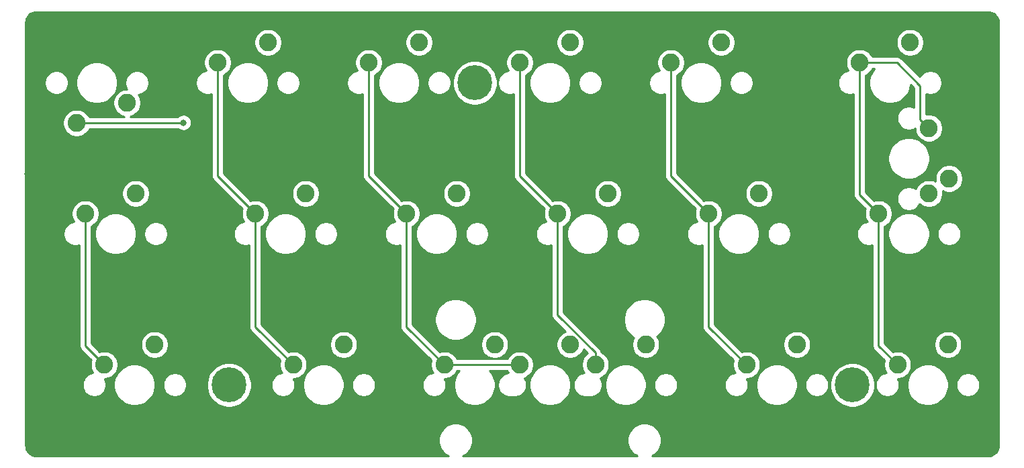
<source format=gbr>
%TF.GenerationSoftware,KiCad,Pcbnew,5.1.9*%
%TF.CreationDate,2021-04-22T00:58:07+02:00*%
%TF.ProjectId,miniqaz,6d696e69-7161-47a2-9e6b-696361645f70,rev?*%
%TF.SameCoordinates,Original*%
%TF.FileFunction,Copper,L1,Top*%
%TF.FilePolarity,Positive*%
%FSLAX46Y46*%
G04 Gerber Fmt 4.6, Leading zero omitted, Abs format (unit mm)*
G04 Created by KiCad (PCBNEW 5.1.9) date 2021-04-22 00:58:07*
%MOMM*%
%LPD*%
G01*
G04 APERTURE LIST*
%TA.AperFunction,ComponentPad*%
%ADD10C,0.700000*%
%TD*%
%TA.AperFunction,ComponentPad*%
%ADD11C,4.400000*%
%TD*%
%TA.AperFunction,ComponentPad*%
%ADD12C,2.250000*%
%TD*%
%TA.AperFunction,ViaPad*%
%ADD13C,0.800000*%
%TD*%
%TA.AperFunction,Conductor*%
%ADD14C,0.250000*%
%TD*%
%TA.AperFunction,Conductor*%
%ADD15C,0.254000*%
%TD*%
%TA.AperFunction,Conductor*%
%ADD16C,0.100000*%
%TD*%
G04 APERTURE END LIST*
D10*
%TO.P, ,1*%
%TO.N,N/C*%
X160316726Y-114914524D03*
X159150000Y-114431250D03*
X157983274Y-114914524D03*
X157500000Y-116081250D03*
X157983274Y-117247976D03*
X159150000Y-117731250D03*
X160316726Y-117247976D03*
X160800000Y-116081250D03*
D11*
X159150000Y-116081250D03*
%TD*%
D10*
%TO.P, ,1*%
%TO.N,N/C*%
X238916726Y-114914524D03*
X237750000Y-114431250D03*
X236583274Y-114914524D03*
X236100000Y-116081250D03*
X236583274Y-117247976D03*
X237750000Y-117731250D03*
X238916726Y-117247976D03*
X239400000Y-116081250D03*
D11*
X237750000Y-116081250D03*
%TD*%
D10*
%TO.P, ,1*%
%TO.N,N/C*%
X191316726Y-76814524D03*
X190150000Y-76331250D03*
X188983274Y-76814524D03*
X188500000Y-77981250D03*
X188983274Y-79147976D03*
X190150000Y-79631250D03*
X191316726Y-79147976D03*
X191800000Y-77981250D03*
D11*
X190150000Y-77981250D03*
%TD*%
D12*
%TO.P,MX19,2*%
%TO.N,srow*%
X202165000Y-111001250D03*
%TO.P,MX19,1*%
%TO.N,col2*%
X195815000Y-113541250D03*
%TD*%
%TO.P,MX20,2*%
%TO.N,erow*%
X249948750Y-90046250D03*
%TO.P,MX20,1*%
%TO.N,col5*%
X247408750Y-83696250D03*
%TD*%
%TO.P,MX18,2*%
%TO.N,Net-(D18-Pad2)*%
X249790000Y-111001250D03*
%TO.P,MX18,1*%
%TO.N,col5*%
X243440000Y-113541250D03*
%TD*%
%TO.P,MX17,2*%
%TO.N,Net-(D17-Pad2)*%
X247408750Y-91951250D03*
%TO.P,MX17,1*%
%TO.N,col5*%
X241058750Y-94491250D03*
%TD*%
%TO.P,MX16,2*%
%TO.N,erow*%
X245027500Y-72901250D03*
%TO.P,MX16,1*%
%TO.N,col5*%
X238677500Y-75441250D03*
%TD*%
%TO.P,MX15,2*%
%TO.N,Net-(D15-Pad2)*%
X230740000Y-111001250D03*
%TO.P,MX15,1*%
%TO.N,col4*%
X224390000Y-113541250D03*
%TD*%
%TO.P,MX14,2*%
%TO.N,Net-(D14-Pad2)*%
X225977500Y-91951250D03*
%TO.P,MX14,1*%
%TO.N,col4*%
X219627500Y-94491250D03*
%TD*%
%TO.P,MX13,2*%
%TO.N,Net-(D13-Pad2)*%
X221215000Y-72901250D03*
%TO.P,MX13,1*%
%TO.N,col4*%
X214865000Y-75441250D03*
%TD*%
%TO.P,MX12,2*%
%TO.N,Net-(D12-Pad2)*%
X211690000Y-111001250D03*
%TO.P,MX12,1*%
%TO.N,col3*%
X205340000Y-113541250D03*
%TD*%
%TO.P,MX11,2*%
%TO.N,Net-(D11-Pad2)*%
X206927500Y-91951250D03*
%TO.P,MX11,1*%
%TO.N,col3*%
X200577500Y-94491250D03*
%TD*%
%TO.P,MX10,2*%
%TO.N,Net-(D10-Pad2)*%
X202165000Y-72901250D03*
%TO.P,MX10,1*%
%TO.N,col3*%
X195815000Y-75441250D03*
%TD*%
%TO.P,MX9,2*%
%TO.N,srow*%
X192640000Y-111001250D03*
%TO.P,MX9,1*%
%TO.N,col2*%
X186290000Y-113541250D03*
%TD*%
%TO.P,MX8,2*%
%TO.N,Net-(D8-Pad2)*%
X187877500Y-91951250D03*
%TO.P,MX8,1*%
%TO.N,col2*%
X181527500Y-94491250D03*
%TD*%
%TO.P,MX7,2*%
%TO.N,Net-(D7-Pad2)*%
X183115000Y-72901250D03*
%TO.P,MX7,1*%
%TO.N,col2*%
X176765000Y-75441250D03*
%TD*%
%TO.P,MX6,2*%
%TO.N,Net-(D6-Pad2)*%
X173590000Y-111001250D03*
%TO.P,MX6,1*%
%TO.N,col1*%
X167240000Y-113541250D03*
%TD*%
%TO.P,MX5,2*%
%TO.N,Net-(D5-Pad2)*%
X168827500Y-91951250D03*
%TO.P,MX5,1*%
%TO.N,col1*%
X162477500Y-94491250D03*
%TD*%
%TO.P,MX4,2*%
%TO.N,Net-(D4-Pad2)*%
X164065000Y-72901250D03*
%TO.P,MX4,1*%
%TO.N,col1*%
X157715000Y-75441250D03*
%TD*%
%TO.P,MX3,2*%
%TO.N,Net-(D3-Pad2)*%
X149777500Y-111001250D03*
%TO.P,MX3,1*%
%TO.N,col0*%
X143427500Y-113541250D03*
%TD*%
%TO.P,MX2,2*%
%TO.N,Net-(D2-Pad2)*%
X147396250Y-91951250D03*
%TO.P,MX2,1*%
%TO.N,col0*%
X141046250Y-94491250D03*
%TD*%
%TO.P,MX1,2*%
%TO.N,Net-(D1-Pad2)*%
X139935000Y-83061250D03*
%TO.P,MX1,1*%
%TO.N,col0*%
X146285000Y-80521250D03*
%TD*%
D13*
%TO.N,Net-(D1-Pad2)*%
X153400000Y-83000000D03*
%TO.N,GND*%
X134850000Y-73881250D03*
X133750000Y-89481250D03*
%TD*%
D14*
%TO.N,Net-(D1-Pad2)*%
X139996250Y-83000000D02*
X139935000Y-83061250D01*
X153400000Y-83000000D02*
X139996250Y-83000000D01*
%TO.N,col0*%
X141046250Y-111160000D02*
X143427500Y-113541250D01*
X141046250Y-94491250D02*
X141046250Y-111160000D01*
%TO.N,col1*%
X157715000Y-89728750D02*
X162477500Y-94491250D01*
X157715000Y-75441250D02*
X157715000Y-89728750D01*
X162477500Y-108778750D02*
X167240000Y-113541250D01*
X162477500Y-94491250D02*
X162477500Y-108778750D01*
%TO.N,col2*%
X176765000Y-89728750D02*
X181527500Y-94491250D01*
X176765000Y-75441250D02*
X176765000Y-89728750D01*
X181527500Y-108778750D02*
X186290000Y-113541250D01*
X181527500Y-94491250D02*
X181527500Y-108778750D01*
X186290000Y-113541250D02*
X195815000Y-113541250D01*
%TO.N,col3*%
X195815000Y-89728750D02*
X200577500Y-94491250D01*
X195815000Y-75441250D02*
X195815000Y-89728750D01*
X205340000Y-112030248D02*
X205340000Y-113541250D01*
X200577500Y-107267748D02*
X205340000Y-112030248D01*
X200577500Y-94491250D02*
X200577500Y-107267748D01*
%TO.N,col4*%
X214865000Y-89728750D02*
X219627500Y-94491250D01*
X214865000Y-75441250D02*
X214865000Y-89728750D01*
X219627500Y-108778750D02*
X224390000Y-113541250D01*
X219627500Y-94491250D02*
X219627500Y-108778750D01*
%TO.N,col5*%
X238677500Y-92110000D02*
X241058750Y-94491250D01*
X238677500Y-75441250D02*
X238677500Y-92110000D01*
X246283751Y-82571251D02*
X247408750Y-83696250D01*
X246283751Y-78345527D02*
X246283751Y-82571251D01*
X243379474Y-75441250D02*
X246283751Y-78345527D01*
X238677500Y-75441250D02*
X243379474Y-75441250D01*
X241058750Y-111160000D02*
X241058750Y-94491250D01*
X243440000Y-113541250D02*
X241058750Y-111160000D01*
%TD*%
D15*
%TO.N,GND*%
X255109659Y-69069875D02*
X255359429Y-69145285D01*
X255589792Y-69267772D01*
X255791980Y-69432672D01*
X255958286Y-69633700D01*
X256082378Y-69863204D01*
X256159531Y-70112445D01*
X256190000Y-70402338D01*
X256190001Y-123648961D01*
X256161375Y-123940910D01*
X256085965Y-124190679D01*
X255963477Y-124421044D01*
X255798579Y-124623229D01*
X255597546Y-124789538D01*
X255368046Y-124913628D01*
X255118805Y-124990781D01*
X254828911Y-125021250D01*
X212453201Y-125021250D01*
X212553920Y-124979531D01*
X212907532Y-124743254D01*
X213208254Y-124442532D01*
X213444531Y-124088920D01*
X213607280Y-123696007D01*
X213690250Y-123278893D01*
X213690250Y-122853607D01*
X213607280Y-122436493D01*
X213444531Y-122043580D01*
X213208254Y-121689968D01*
X212907532Y-121389246D01*
X212553920Y-121152969D01*
X212161007Y-120990220D01*
X211743893Y-120907250D01*
X211318607Y-120907250D01*
X210901493Y-120990220D01*
X210508580Y-121152969D01*
X210154968Y-121389246D01*
X209854246Y-121689968D01*
X209617969Y-122043580D01*
X209455220Y-122436493D01*
X209372250Y-122853607D01*
X209372250Y-123278893D01*
X209455220Y-123696007D01*
X209617969Y-124088920D01*
X209854246Y-124442532D01*
X210154968Y-124743254D01*
X210508580Y-124979531D01*
X210609299Y-125021250D01*
X188640701Y-125021250D01*
X188741420Y-124979531D01*
X189095032Y-124743254D01*
X189395754Y-124442532D01*
X189632031Y-124088920D01*
X189794780Y-123696007D01*
X189877750Y-123278893D01*
X189877750Y-122853607D01*
X189794780Y-122436493D01*
X189632031Y-122043580D01*
X189395754Y-121689968D01*
X189095032Y-121389246D01*
X188741420Y-121152969D01*
X188348507Y-120990220D01*
X187931393Y-120907250D01*
X187506107Y-120907250D01*
X187088993Y-120990220D01*
X186696080Y-121152969D01*
X186342468Y-121389246D01*
X186041746Y-121689968D01*
X185805469Y-122043580D01*
X185642720Y-122436493D01*
X185559750Y-122853607D01*
X185559750Y-123278893D01*
X185642720Y-123696007D01*
X185805469Y-124088920D01*
X186041746Y-124442532D01*
X186342468Y-124743254D01*
X186696080Y-124979531D01*
X186796799Y-125021250D01*
X134882279Y-125021250D01*
X134590340Y-124992625D01*
X134340571Y-124917215D01*
X134110206Y-124794727D01*
X133908021Y-124629829D01*
X133741712Y-124428796D01*
X133617622Y-124199296D01*
X133540469Y-123950055D01*
X133510000Y-123660161D01*
X133510000Y-96882528D01*
X138266250Y-96882528D01*
X138266250Y-97179972D01*
X138324279Y-97471701D01*
X138438106Y-97746503D01*
X138603357Y-97993819D01*
X138813681Y-98204143D01*
X139060997Y-98369394D01*
X139335799Y-98483221D01*
X139627528Y-98541250D01*
X139924972Y-98541250D01*
X140216701Y-98483221D01*
X140286250Y-98454413D01*
X140286251Y-111122667D01*
X140282574Y-111160000D01*
X140286251Y-111197332D01*
X140286251Y-111197333D01*
X140297248Y-111308986D01*
X140310430Y-111352442D01*
X140340704Y-111452246D01*
X140411276Y-111584276D01*
X140482451Y-111671002D01*
X140506250Y-111700001D01*
X140535248Y-111723799D01*
X141765652Y-112954204D01*
X141735136Y-113027877D01*
X141667500Y-113367905D01*
X141667500Y-113714595D01*
X141735136Y-114054623D01*
X141867808Y-114374923D01*
X142000138Y-114572969D01*
X141717049Y-114629279D01*
X141442247Y-114743106D01*
X141194931Y-114908357D01*
X140984607Y-115118681D01*
X140819356Y-115365997D01*
X140705529Y-115640799D01*
X140647500Y-115932528D01*
X140647500Y-116229972D01*
X140705529Y-116521701D01*
X140819356Y-116796503D01*
X140984607Y-117043819D01*
X141194931Y-117254143D01*
X141442247Y-117419394D01*
X141717049Y-117533221D01*
X142008778Y-117591250D01*
X142306222Y-117591250D01*
X142597951Y-117533221D01*
X142872753Y-117419394D01*
X143120069Y-117254143D01*
X143330393Y-117043819D01*
X143495644Y-116796503D01*
X143609471Y-116521701D01*
X143667500Y-116229972D01*
X143667500Y-115932528D01*
X143645580Y-115822326D01*
X144608600Y-115822326D01*
X144608600Y-116340174D01*
X144709627Y-116848072D01*
X144907799Y-117326501D01*
X145195500Y-117757076D01*
X145561674Y-118123250D01*
X145992249Y-118410951D01*
X146470678Y-118609123D01*
X146978576Y-118710150D01*
X147496424Y-118710150D01*
X148004322Y-118609123D01*
X148482751Y-118410951D01*
X148913326Y-118123250D01*
X149279500Y-117757076D01*
X149567201Y-117326501D01*
X149765373Y-116848072D01*
X149866400Y-116340174D01*
X149866400Y-115932528D01*
X150807500Y-115932528D01*
X150807500Y-116229972D01*
X150865529Y-116521701D01*
X150979356Y-116796503D01*
X151144607Y-117043819D01*
X151354931Y-117254143D01*
X151602247Y-117419394D01*
X151877049Y-117533221D01*
X152168778Y-117591250D01*
X152466222Y-117591250D01*
X152757951Y-117533221D01*
X153032753Y-117419394D01*
X153280069Y-117254143D01*
X153490393Y-117043819D01*
X153655644Y-116796503D01*
X153769471Y-116521701D01*
X153827500Y-116229972D01*
X153827500Y-115932528D01*
X153801542Y-115802027D01*
X156315000Y-115802027D01*
X156315000Y-116360473D01*
X156423948Y-116908189D01*
X156637656Y-117424126D01*
X156947912Y-117888457D01*
X157342793Y-118283338D01*
X157807124Y-118593594D01*
X158323061Y-118807302D01*
X158870777Y-118916250D01*
X159429223Y-118916250D01*
X159976939Y-118807302D01*
X160492876Y-118593594D01*
X160957207Y-118283338D01*
X161352088Y-117888457D01*
X161662344Y-117424126D01*
X161876052Y-116908189D01*
X161985000Y-116360473D01*
X161985000Y-115802027D01*
X161876052Y-115254311D01*
X161662344Y-114738374D01*
X161352088Y-114274043D01*
X160957207Y-113879162D01*
X160492876Y-113568906D01*
X159976939Y-113355198D01*
X159429223Y-113246250D01*
X158870777Y-113246250D01*
X158323061Y-113355198D01*
X157807124Y-113568906D01*
X157342793Y-113879162D01*
X156947912Y-114274043D01*
X156637656Y-114738374D01*
X156423948Y-115254311D01*
X156315000Y-115802027D01*
X153801542Y-115802027D01*
X153769471Y-115640799D01*
X153655644Y-115365997D01*
X153490393Y-115118681D01*
X153280069Y-114908357D01*
X153032753Y-114743106D01*
X152757951Y-114629279D01*
X152466222Y-114571250D01*
X152168778Y-114571250D01*
X151877049Y-114629279D01*
X151602247Y-114743106D01*
X151354931Y-114908357D01*
X151144607Y-115118681D01*
X150979356Y-115365997D01*
X150865529Y-115640799D01*
X150807500Y-115932528D01*
X149866400Y-115932528D01*
X149866400Y-115822326D01*
X149765373Y-115314428D01*
X149567201Y-114835999D01*
X149279500Y-114405424D01*
X148913326Y-114039250D01*
X148482751Y-113751549D01*
X148004322Y-113553377D01*
X147496424Y-113452350D01*
X146978576Y-113452350D01*
X146470678Y-113553377D01*
X145992249Y-113751549D01*
X145561674Y-114039250D01*
X145195500Y-114405424D01*
X144907799Y-114835999D01*
X144709627Y-115314428D01*
X144608600Y-115822326D01*
X143645580Y-115822326D01*
X143609471Y-115640799D01*
X143495644Y-115365997D01*
X143452382Y-115301250D01*
X143600845Y-115301250D01*
X143940873Y-115233614D01*
X144261173Y-115100942D01*
X144549435Y-114908331D01*
X144794581Y-114663185D01*
X144987192Y-114374923D01*
X145119864Y-114054623D01*
X145187500Y-113714595D01*
X145187500Y-113367905D01*
X145119864Y-113027877D01*
X144987192Y-112707577D01*
X144794581Y-112419315D01*
X144549435Y-112174169D01*
X144261173Y-111981558D01*
X143940873Y-111848886D01*
X143600845Y-111781250D01*
X143254155Y-111781250D01*
X142914127Y-111848886D01*
X142840454Y-111879402D01*
X141806250Y-110845199D01*
X141806250Y-110827905D01*
X148017500Y-110827905D01*
X148017500Y-111174595D01*
X148085136Y-111514623D01*
X148217808Y-111834923D01*
X148410419Y-112123185D01*
X148655565Y-112368331D01*
X148943827Y-112560942D01*
X149264127Y-112693614D01*
X149604155Y-112761250D01*
X149950845Y-112761250D01*
X150290873Y-112693614D01*
X150611173Y-112560942D01*
X150899435Y-112368331D01*
X151144581Y-112123185D01*
X151337192Y-111834923D01*
X151469864Y-111514623D01*
X151537500Y-111174595D01*
X151537500Y-110827905D01*
X151469864Y-110487877D01*
X151337192Y-110167577D01*
X151144581Y-109879315D01*
X150899435Y-109634169D01*
X150611173Y-109441558D01*
X150290873Y-109308886D01*
X149950845Y-109241250D01*
X149604155Y-109241250D01*
X149264127Y-109308886D01*
X148943827Y-109441558D01*
X148655565Y-109634169D01*
X148410419Y-109879315D01*
X148217808Y-110167577D01*
X148085136Y-110487877D01*
X148017500Y-110827905D01*
X141806250Y-110827905D01*
X141806250Y-96772326D01*
X142227350Y-96772326D01*
X142227350Y-97290174D01*
X142328377Y-97798072D01*
X142526549Y-98276501D01*
X142814250Y-98707076D01*
X143180424Y-99073250D01*
X143610999Y-99360951D01*
X144089428Y-99559123D01*
X144597326Y-99660150D01*
X145115174Y-99660150D01*
X145623072Y-99559123D01*
X146101501Y-99360951D01*
X146532076Y-99073250D01*
X146898250Y-98707076D01*
X147185951Y-98276501D01*
X147384123Y-97798072D01*
X147485150Y-97290174D01*
X147485150Y-96882528D01*
X148426250Y-96882528D01*
X148426250Y-97179972D01*
X148484279Y-97471701D01*
X148598106Y-97746503D01*
X148763357Y-97993819D01*
X148973681Y-98204143D01*
X149220997Y-98369394D01*
X149495799Y-98483221D01*
X149787528Y-98541250D01*
X150084972Y-98541250D01*
X150376701Y-98483221D01*
X150651503Y-98369394D01*
X150898819Y-98204143D01*
X151109143Y-97993819D01*
X151274394Y-97746503D01*
X151388221Y-97471701D01*
X151446250Y-97179972D01*
X151446250Y-96882528D01*
X151388221Y-96590799D01*
X151274394Y-96315997D01*
X151109143Y-96068681D01*
X150898819Y-95858357D01*
X150651503Y-95693106D01*
X150376701Y-95579279D01*
X150084972Y-95521250D01*
X149787528Y-95521250D01*
X149495799Y-95579279D01*
X149220997Y-95693106D01*
X148973681Y-95858357D01*
X148763357Y-96068681D01*
X148598106Y-96315997D01*
X148484279Y-96590799D01*
X148426250Y-96882528D01*
X147485150Y-96882528D01*
X147485150Y-96772326D01*
X147384123Y-96264428D01*
X147185951Y-95785999D01*
X146898250Y-95355424D01*
X146532076Y-94989250D01*
X146101501Y-94701549D01*
X145623072Y-94503377D01*
X145115174Y-94402350D01*
X144597326Y-94402350D01*
X144089428Y-94503377D01*
X143610999Y-94701549D01*
X143180424Y-94989250D01*
X142814250Y-95355424D01*
X142526549Y-95785999D01*
X142328377Y-96264428D01*
X142227350Y-96772326D01*
X141806250Y-96772326D01*
X141806250Y-96081458D01*
X141879923Y-96050942D01*
X142168185Y-95858331D01*
X142413331Y-95613185D01*
X142605942Y-95324923D01*
X142738614Y-95004623D01*
X142806250Y-94664595D01*
X142806250Y-94317905D01*
X142738614Y-93977877D01*
X142605942Y-93657577D01*
X142413331Y-93369315D01*
X142168185Y-93124169D01*
X141879923Y-92931558D01*
X141559623Y-92798886D01*
X141219595Y-92731250D01*
X140872905Y-92731250D01*
X140532877Y-92798886D01*
X140212577Y-92931558D01*
X139924315Y-93124169D01*
X139679169Y-93369315D01*
X139486558Y-93657577D01*
X139353886Y-93977877D01*
X139286250Y-94317905D01*
X139286250Y-94664595D01*
X139353886Y-95004623D01*
X139486558Y-95324923D01*
X139618888Y-95522969D01*
X139335799Y-95579279D01*
X139060997Y-95693106D01*
X138813681Y-95858357D01*
X138603357Y-96068681D01*
X138438106Y-96315997D01*
X138324279Y-96590799D01*
X138266250Y-96882528D01*
X133510000Y-96882528D01*
X133510000Y-91777905D01*
X145636250Y-91777905D01*
X145636250Y-92124595D01*
X145703886Y-92464623D01*
X145836558Y-92784923D01*
X146029169Y-93073185D01*
X146274315Y-93318331D01*
X146562577Y-93510942D01*
X146882877Y-93643614D01*
X147222905Y-93711250D01*
X147569595Y-93711250D01*
X147909623Y-93643614D01*
X148229923Y-93510942D01*
X148518185Y-93318331D01*
X148763331Y-93073185D01*
X148955942Y-92784923D01*
X149088614Y-92464623D01*
X149156250Y-92124595D01*
X149156250Y-91777905D01*
X149088614Y-91437877D01*
X148955942Y-91117577D01*
X148763331Y-90829315D01*
X148518185Y-90584169D01*
X148229923Y-90391558D01*
X147909623Y-90258886D01*
X147569595Y-90191250D01*
X147222905Y-90191250D01*
X146882877Y-90258886D01*
X146562577Y-90391558D01*
X146274315Y-90584169D01*
X146029169Y-90829315D01*
X145836558Y-91117577D01*
X145703886Y-91437877D01*
X145636250Y-91777905D01*
X133510000Y-91777905D01*
X133510000Y-82887905D01*
X138175000Y-82887905D01*
X138175000Y-83234595D01*
X138242636Y-83574623D01*
X138375308Y-83894923D01*
X138567919Y-84183185D01*
X138813065Y-84428331D01*
X139101327Y-84620942D01*
X139421627Y-84753614D01*
X139761655Y-84821250D01*
X140108345Y-84821250D01*
X140448373Y-84753614D01*
X140768673Y-84620942D01*
X141056935Y-84428331D01*
X141302081Y-84183185D01*
X141494692Y-83894923D01*
X141550579Y-83760000D01*
X152696289Y-83760000D01*
X152740226Y-83803937D01*
X152909744Y-83917205D01*
X153098102Y-83995226D01*
X153298061Y-84035000D01*
X153501939Y-84035000D01*
X153701898Y-83995226D01*
X153890256Y-83917205D01*
X154059774Y-83803937D01*
X154203937Y-83659774D01*
X154317205Y-83490256D01*
X154395226Y-83301898D01*
X154435000Y-83101939D01*
X154435000Y-82898061D01*
X154395226Y-82698102D01*
X154317205Y-82509744D01*
X154203937Y-82340226D01*
X154059774Y-82196063D01*
X153890256Y-82082795D01*
X153701898Y-82004774D01*
X153501939Y-81965000D01*
X153298061Y-81965000D01*
X153098102Y-82004774D01*
X152909744Y-82082795D01*
X152740226Y-82196063D01*
X152696289Y-82240000D01*
X146665722Y-82240000D01*
X146798373Y-82213614D01*
X147118673Y-82080942D01*
X147406935Y-81888331D01*
X147652081Y-81643185D01*
X147844692Y-81354923D01*
X147977364Y-81034623D01*
X148045000Y-80694595D01*
X148045000Y-80347905D01*
X147977364Y-80007877D01*
X147844692Y-79687577D01*
X147712362Y-79489531D01*
X147995451Y-79433221D01*
X148270253Y-79319394D01*
X148517569Y-79154143D01*
X148727893Y-78943819D01*
X148893144Y-78696503D01*
X149006971Y-78421701D01*
X149065000Y-78129972D01*
X149065000Y-77832528D01*
X154935000Y-77832528D01*
X154935000Y-78129972D01*
X154993029Y-78421701D01*
X155106856Y-78696503D01*
X155272107Y-78943819D01*
X155482431Y-79154143D01*
X155729747Y-79319394D01*
X156004549Y-79433221D01*
X156296278Y-79491250D01*
X156593722Y-79491250D01*
X156885451Y-79433221D01*
X156955000Y-79404413D01*
X156955001Y-89691418D01*
X156951324Y-89728750D01*
X156955001Y-89766083D01*
X156961883Y-89835951D01*
X156965998Y-89877735D01*
X157009454Y-90020996D01*
X157080026Y-90153026D01*
X157151201Y-90239752D01*
X157175000Y-90268751D01*
X157203998Y-90292549D01*
X160815652Y-93904204D01*
X160785136Y-93977877D01*
X160717500Y-94317905D01*
X160717500Y-94664595D01*
X160785136Y-95004623D01*
X160917808Y-95324923D01*
X161050138Y-95522969D01*
X160767049Y-95579279D01*
X160492247Y-95693106D01*
X160244931Y-95858357D01*
X160034607Y-96068681D01*
X159869356Y-96315997D01*
X159755529Y-96590799D01*
X159697500Y-96882528D01*
X159697500Y-97179972D01*
X159755529Y-97471701D01*
X159869356Y-97746503D01*
X160034607Y-97993819D01*
X160244931Y-98204143D01*
X160492247Y-98369394D01*
X160767049Y-98483221D01*
X161058778Y-98541250D01*
X161356222Y-98541250D01*
X161647951Y-98483221D01*
X161717500Y-98454413D01*
X161717501Y-108741418D01*
X161713824Y-108778750D01*
X161728498Y-108927735D01*
X161771954Y-109070996D01*
X161842526Y-109203026D01*
X161913701Y-109289752D01*
X161937500Y-109318751D01*
X161966498Y-109342549D01*
X165578152Y-112954204D01*
X165547636Y-113027877D01*
X165480000Y-113367905D01*
X165480000Y-113714595D01*
X165547636Y-114054623D01*
X165680308Y-114374923D01*
X165812638Y-114572969D01*
X165529549Y-114629279D01*
X165254747Y-114743106D01*
X165007431Y-114908357D01*
X164797107Y-115118681D01*
X164631856Y-115365997D01*
X164518029Y-115640799D01*
X164460000Y-115932528D01*
X164460000Y-116229972D01*
X164518029Y-116521701D01*
X164631856Y-116796503D01*
X164797107Y-117043819D01*
X165007431Y-117254143D01*
X165254747Y-117419394D01*
X165529549Y-117533221D01*
X165821278Y-117591250D01*
X166118722Y-117591250D01*
X166410451Y-117533221D01*
X166685253Y-117419394D01*
X166932569Y-117254143D01*
X167142893Y-117043819D01*
X167308144Y-116796503D01*
X167421971Y-116521701D01*
X167480000Y-116229972D01*
X167480000Y-115932528D01*
X167458080Y-115822326D01*
X168421100Y-115822326D01*
X168421100Y-116340174D01*
X168522127Y-116848072D01*
X168720299Y-117326501D01*
X169008000Y-117757076D01*
X169374174Y-118123250D01*
X169804749Y-118410951D01*
X170283178Y-118609123D01*
X170791076Y-118710150D01*
X171308924Y-118710150D01*
X171816822Y-118609123D01*
X172295251Y-118410951D01*
X172725826Y-118123250D01*
X173092000Y-117757076D01*
X173379701Y-117326501D01*
X173577873Y-116848072D01*
X173678900Y-116340174D01*
X173678900Y-115932528D01*
X174620000Y-115932528D01*
X174620000Y-116229972D01*
X174678029Y-116521701D01*
X174791856Y-116796503D01*
X174957107Y-117043819D01*
X175167431Y-117254143D01*
X175414747Y-117419394D01*
X175689549Y-117533221D01*
X175981278Y-117591250D01*
X176278722Y-117591250D01*
X176570451Y-117533221D01*
X176845253Y-117419394D01*
X177092569Y-117254143D01*
X177302893Y-117043819D01*
X177468144Y-116796503D01*
X177581971Y-116521701D01*
X177640000Y-116229972D01*
X177640000Y-115932528D01*
X177581971Y-115640799D01*
X177468144Y-115365997D01*
X177302893Y-115118681D01*
X177092569Y-114908357D01*
X176845253Y-114743106D01*
X176570451Y-114629279D01*
X176278722Y-114571250D01*
X175981278Y-114571250D01*
X175689549Y-114629279D01*
X175414747Y-114743106D01*
X175167431Y-114908357D01*
X174957107Y-115118681D01*
X174791856Y-115365997D01*
X174678029Y-115640799D01*
X174620000Y-115932528D01*
X173678900Y-115932528D01*
X173678900Y-115822326D01*
X173577873Y-115314428D01*
X173379701Y-114835999D01*
X173092000Y-114405424D01*
X172725826Y-114039250D01*
X172295251Y-113751549D01*
X171816822Y-113553377D01*
X171308924Y-113452350D01*
X170791076Y-113452350D01*
X170283178Y-113553377D01*
X169804749Y-113751549D01*
X169374174Y-114039250D01*
X169008000Y-114405424D01*
X168720299Y-114835999D01*
X168522127Y-115314428D01*
X168421100Y-115822326D01*
X167458080Y-115822326D01*
X167421971Y-115640799D01*
X167308144Y-115365997D01*
X167264882Y-115301250D01*
X167413345Y-115301250D01*
X167753373Y-115233614D01*
X168073673Y-115100942D01*
X168361935Y-114908331D01*
X168607081Y-114663185D01*
X168799692Y-114374923D01*
X168932364Y-114054623D01*
X169000000Y-113714595D01*
X169000000Y-113367905D01*
X168932364Y-113027877D01*
X168799692Y-112707577D01*
X168607081Y-112419315D01*
X168361935Y-112174169D01*
X168073673Y-111981558D01*
X167753373Y-111848886D01*
X167413345Y-111781250D01*
X167066655Y-111781250D01*
X166726627Y-111848886D01*
X166652954Y-111879402D01*
X165601457Y-110827905D01*
X171830000Y-110827905D01*
X171830000Y-111174595D01*
X171897636Y-111514623D01*
X172030308Y-111834923D01*
X172222919Y-112123185D01*
X172468065Y-112368331D01*
X172756327Y-112560942D01*
X173076627Y-112693614D01*
X173416655Y-112761250D01*
X173763345Y-112761250D01*
X174103373Y-112693614D01*
X174423673Y-112560942D01*
X174711935Y-112368331D01*
X174957081Y-112123185D01*
X175149692Y-111834923D01*
X175282364Y-111514623D01*
X175350000Y-111174595D01*
X175350000Y-110827905D01*
X175282364Y-110487877D01*
X175149692Y-110167577D01*
X174957081Y-109879315D01*
X174711935Y-109634169D01*
X174423673Y-109441558D01*
X174103373Y-109308886D01*
X173763345Y-109241250D01*
X173416655Y-109241250D01*
X173076627Y-109308886D01*
X172756327Y-109441558D01*
X172468065Y-109634169D01*
X172222919Y-109879315D01*
X172030308Y-110167577D01*
X171897636Y-110487877D01*
X171830000Y-110827905D01*
X165601457Y-110827905D01*
X163237500Y-108463949D01*
X163237500Y-96772326D01*
X163658600Y-96772326D01*
X163658600Y-97290174D01*
X163759627Y-97798072D01*
X163957799Y-98276501D01*
X164245500Y-98707076D01*
X164611674Y-99073250D01*
X165042249Y-99360951D01*
X165520678Y-99559123D01*
X166028576Y-99660150D01*
X166546424Y-99660150D01*
X167054322Y-99559123D01*
X167532751Y-99360951D01*
X167963326Y-99073250D01*
X168329500Y-98707076D01*
X168617201Y-98276501D01*
X168815373Y-97798072D01*
X168916400Y-97290174D01*
X168916400Y-96882528D01*
X169857500Y-96882528D01*
X169857500Y-97179972D01*
X169915529Y-97471701D01*
X170029356Y-97746503D01*
X170194607Y-97993819D01*
X170404931Y-98204143D01*
X170652247Y-98369394D01*
X170927049Y-98483221D01*
X171218778Y-98541250D01*
X171516222Y-98541250D01*
X171807951Y-98483221D01*
X172082753Y-98369394D01*
X172330069Y-98204143D01*
X172540393Y-97993819D01*
X172705644Y-97746503D01*
X172819471Y-97471701D01*
X172877500Y-97179972D01*
X172877500Y-96882528D01*
X172819471Y-96590799D01*
X172705644Y-96315997D01*
X172540393Y-96068681D01*
X172330069Y-95858357D01*
X172082753Y-95693106D01*
X171807951Y-95579279D01*
X171516222Y-95521250D01*
X171218778Y-95521250D01*
X170927049Y-95579279D01*
X170652247Y-95693106D01*
X170404931Y-95858357D01*
X170194607Y-96068681D01*
X170029356Y-96315997D01*
X169915529Y-96590799D01*
X169857500Y-96882528D01*
X168916400Y-96882528D01*
X168916400Y-96772326D01*
X168815373Y-96264428D01*
X168617201Y-95785999D01*
X168329500Y-95355424D01*
X167963326Y-94989250D01*
X167532751Y-94701549D01*
X167054322Y-94503377D01*
X166546424Y-94402350D01*
X166028576Y-94402350D01*
X165520678Y-94503377D01*
X165042249Y-94701549D01*
X164611674Y-94989250D01*
X164245500Y-95355424D01*
X163957799Y-95785999D01*
X163759627Y-96264428D01*
X163658600Y-96772326D01*
X163237500Y-96772326D01*
X163237500Y-96081458D01*
X163311173Y-96050942D01*
X163599435Y-95858331D01*
X163844581Y-95613185D01*
X164037192Y-95324923D01*
X164169864Y-95004623D01*
X164237500Y-94664595D01*
X164237500Y-94317905D01*
X164169864Y-93977877D01*
X164037192Y-93657577D01*
X163844581Y-93369315D01*
X163599435Y-93124169D01*
X163311173Y-92931558D01*
X162990873Y-92798886D01*
X162650845Y-92731250D01*
X162304155Y-92731250D01*
X161964127Y-92798886D01*
X161890454Y-92829402D01*
X160838957Y-91777905D01*
X167067500Y-91777905D01*
X167067500Y-92124595D01*
X167135136Y-92464623D01*
X167267808Y-92784923D01*
X167460419Y-93073185D01*
X167705565Y-93318331D01*
X167993827Y-93510942D01*
X168314127Y-93643614D01*
X168654155Y-93711250D01*
X169000845Y-93711250D01*
X169340873Y-93643614D01*
X169661173Y-93510942D01*
X169949435Y-93318331D01*
X170194581Y-93073185D01*
X170387192Y-92784923D01*
X170519864Y-92464623D01*
X170587500Y-92124595D01*
X170587500Y-91777905D01*
X170519864Y-91437877D01*
X170387192Y-91117577D01*
X170194581Y-90829315D01*
X169949435Y-90584169D01*
X169661173Y-90391558D01*
X169340873Y-90258886D01*
X169000845Y-90191250D01*
X168654155Y-90191250D01*
X168314127Y-90258886D01*
X167993827Y-90391558D01*
X167705565Y-90584169D01*
X167460419Y-90829315D01*
X167267808Y-91117577D01*
X167135136Y-91437877D01*
X167067500Y-91777905D01*
X160838957Y-91777905D01*
X158475000Y-89413949D01*
X158475000Y-77722326D01*
X158896100Y-77722326D01*
X158896100Y-78240174D01*
X158997127Y-78748072D01*
X159195299Y-79226501D01*
X159483000Y-79657076D01*
X159849174Y-80023250D01*
X160279749Y-80310951D01*
X160758178Y-80509123D01*
X161266076Y-80610150D01*
X161783924Y-80610150D01*
X162291822Y-80509123D01*
X162770251Y-80310951D01*
X163200826Y-80023250D01*
X163567000Y-79657076D01*
X163854701Y-79226501D01*
X164052873Y-78748072D01*
X164153900Y-78240174D01*
X164153900Y-77832528D01*
X165095000Y-77832528D01*
X165095000Y-78129972D01*
X165153029Y-78421701D01*
X165266856Y-78696503D01*
X165432107Y-78943819D01*
X165642431Y-79154143D01*
X165889747Y-79319394D01*
X166164549Y-79433221D01*
X166456278Y-79491250D01*
X166753722Y-79491250D01*
X167045451Y-79433221D01*
X167320253Y-79319394D01*
X167567569Y-79154143D01*
X167777893Y-78943819D01*
X167943144Y-78696503D01*
X168056971Y-78421701D01*
X168115000Y-78129972D01*
X168115000Y-77832528D01*
X173985000Y-77832528D01*
X173985000Y-78129972D01*
X174043029Y-78421701D01*
X174156856Y-78696503D01*
X174322107Y-78943819D01*
X174532431Y-79154143D01*
X174779747Y-79319394D01*
X175054549Y-79433221D01*
X175346278Y-79491250D01*
X175643722Y-79491250D01*
X175935451Y-79433221D01*
X176005000Y-79404413D01*
X176005001Y-89691418D01*
X176001324Y-89728750D01*
X176005001Y-89766083D01*
X176011883Y-89835951D01*
X176015998Y-89877735D01*
X176059454Y-90020996D01*
X176130026Y-90153026D01*
X176201201Y-90239752D01*
X176225000Y-90268751D01*
X176253998Y-90292549D01*
X179865652Y-93904204D01*
X179835136Y-93977877D01*
X179767500Y-94317905D01*
X179767500Y-94664595D01*
X179835136Y-95004623D01*
X179967808Y-95324923D01*
X180100138Y-95522969D01*
X179817049Y-95579279D01*
X179542247Y-95693106D01*
X179294931Y-95858357D01*
X179084607Y-96068681D01*
X178919356Y-96315997D01*
X178805529Y-96590799D01*
X178747500Y-96882528D01*
X178747500Y-97179972D01*
X178805529Y-97471701D01*
X178919356Y-97746503D01*
X179084607Y-97993819D01*
X179294931Y-98204143D01*
X179542247Y-98369394D01*
X179817049Y-98483221D01*
X180108778Y-98541250D01*
X180406222Y-98541250D01*
X180697951Y-98483221D01*
X180767500Y-98454413D01*
X180767501Y-108741418D01*
X180763824Y-108778750D01*
X180778498Y-108927735D01*
X180821954Y-109070996D01*
X180892526Y-109203026D01*
X180963701Y-109289752D01*
X180987500Y-109318751D01*
X181016498Y-109342549D01*
X184628152Y-112954204D01*
X184597636Y-113027877D01*
X184530000Y-113367905D01*
X184530000Y-113714595D01*
X184597636Y-114054623D01*
X184730308Y-114374923D01*
X184862638Y-114572969D01*
X184579549Y-114629279D01*
X184304747Y-114743106D01*
X184057431Y-114908357D01*
X183847107Y-115118681D01*
X183681856Y-115365997D01*
X183568029Y-115640799D01*
X183510000Y-115932528D01*
X183510000Y-116229972D01*
X183568029Y-116521701D01*
X183681856Y-116796503D01*
X183847107Y-117043819D01*
X184057431Y-117254143D01*
X184304747Y-117419394D01*
X184579549Y-117533221D01*
X184871278Y-117591250D01*
X185168722Y-117591250D01*
X185460451Y-117533221D01*
X185735253Y-117419394D01*
X185982569Y-117254143D01*
X186192893Y-117043819D01*
X186358144Y-116796503D01*
X186471971Y-116521701D01*
X186530000Y-116229972D01*
X186530000Y-115932528D01*
X186471971Y-115640799D01*
X186358144Y-115365997D01*
X186314882Y-115301250D01*
X186463345Y-115301250D01*
X186803373Y-115233614D01*
X187123673Y-115100942D01*
X187411935Y-114908331D01*
X187657081Y-114663185D01*
X187849692Y-114374923D01*
X187880208Y-114301250D01*
X188162174Y-114301250D01*
X188058000Y-114405424D01*
X187770299Y-114835999D01*
X187572127Y-115314428D01*
X187471100Y-115822326D01*
X187471100Y-116340174D01*
X187572127Y-116848072D01*
X187770299Y-117326501D01*
X188058000Y-117757076D01*
X188424174Y-118123250D01*
X188854749Y-118410951D01*
X189333178Y-118609123D01*
X189841076Y-118710150D01*
X190358924Y-118710150D01*
X190866822Y-118609123D01*
X191345251Y-118410951D01*
X191775826Y-118123250D01*
X192142000Y-117757076D01*
X192429701Y-117326501D01*
X192627873Y-116848072D01*
X192728900Y-116340174D01*
X192728900Y-115822326D01*
X192627873Y-115314428D01*
X192429701Y-114835999D01*
X192142000Y-114405424D01*
X192037826Y-114301250D01*
X194224792Y-114301250D01*
X194255308Y-114374923D01*
X194387638Y-114572969D01*
X194104549Y-114629279D01*
X193829747Y-114743106D01*
X193582431Y-114908357D01*
X193372107Y-115118681D01*
X193206856Y-115365997D01*
X193093029Y-115640799D01*
X193035000Y-115932528D01*
X193035000Y-116229972D01*
X193093029Y-116521701D01*
X193206856Y-116796503D01*
X193372107Y-117043819D01*
X193582431Y-117254143D01*
X193829747Y-117419394D01*
X194104549Y-117533221D01*
X194396278Y-117591250D01*
X194693722Y-117591250D01*
X194862500Y-117557678D01*
X195031278Y-117591250D01*
X195328722Y-117591250D01*
X195620451Y-117533221D01*
X195895253Y-117419394D01*
X196142569Y-117254143D01*
X196352893Y-117043819D01*
X196518144Y-116796503D01*
X196631971Y-116521701D01*
X196690000Y-116229972D01*
X196690000Y-115932528D01*
X196668080Y-115822326D01*
X196996100Y-115822326D01*
X196996100Y-116340174D01*
X197097127Y-116848072D01*
X197295299Y-117326501D01*
X197583000Y-117757076D01*
X197949174Y-118123250D01*
X198379749Y-118410951D01*
X198858178Y-118609123D01*
X199366076Y-118710150D01*
X199883924Y-118710150D01*
X200391822Y-118609123D01*
X200870251Y-118410951D01*
X201300826Y-118123250D01*
X201667000Y-117757076D01*
X201954701Y-117326501D01*
X202152873Y-116848072D01*
X202253900Y-116340174D01*
X202253900Y-115822326D01*
X202152873Y-115314428D01*
X201954701Y-114835999D01*
X201667000Y-114405424D01*
X201300826Y-114039250D01*
X200870251Y-113751549D01*
X200391822Y-113553377D01*
X199883924Y-113452350D01*
X199366076Y-113452350D01*
X198858178Y-113553377D01*
X198379749Y-113751549D01*
X197949174Y-114039250D01*
X197583000Y-114405424D01*
X197295299Y-114835999D01*
X197097127Y-115314428D01*
X196996100Y-115822326D01*
X196668080Y-115822326D01*
X196631971Y-115640799D01*
X196518144Y-115365997D01*
X196407726Y-115200745D01*
X196648673Y-115100942D01*
X196936935Y-114908331D01*
X197182081Y-114663185D01*
X197374692Y-114374923D01*
X197507364Y-114054623D01*
X197575000Y-113714595D01*
X197575000Y-113367905D01*
X197507364Y-113027877D01*
X197374692Y-112707577D01*
X197182081Y-112419315D01*
X196936935Y-112174169D01*
X196648673Y-111981558D01*
X196328373Y-111848886D01*
X195988345Y-111781250D01*
X195641655Y-111781250D01*
X195301627Y-111848886D01*
X194981327Y-111981558D01*
X194693065Y-112174169D01*
X194447919Y-112419315D01*
X194255308Y-112707577D01*
X194224792Y-112781250D01*
X187880208Y-112781250D01*
X187849692Y-112707577D01*
X187657081Y-112419315D01*
X187411935Y-112174169D01*
X187123673Y-111981558D01*
X186803373Y-111848886D01*
X186463345Y-111781250D01*
X186116655Y-111781250D01*
X185776627Y-111848886D01*
X185702954Y-111879402D01*
X184651457Y-110827905D01*
X190880000Y-110827905D01*
X190880000Y-111174595D01*
X190947636Y-111514623D01*
X191080308Y-111834923D01*
X191272919Y-112123185D01*
X191518065Y-112368331D01*
X191806327Y-112560942D01*
X192126627Y-112693614D01*
X192466655Y-112761250D01*
X192813345Y-112761250D01*
X193153373Y-112693614D01*
X193473673Y-112560942D01*
X193761935Y-112368331D01*
X194007081Y-112123185D01*
X194199692Y-111834923D01*
X194332364Y-111514623D01*
X194400000Y-111174595D01*
X194400000Y-110827905D01*
X194332364Y-110487877D01*
X194199692Y-110167577D01*
X194007081Y-109879315D01*
X193761935Y-109634169D01*
X193473673Y-109441558D01*
X193153373Y-109308886D01*
X192813345Y-109241250D01*
X192466655Y-109241250D01*
X192126627Y-109308886D01*
X191806327Y-109441558D01*
X191518065Y-109634169D01*
X191272919Y-109879315D01*
X191080308Y-110167577D01*
X190947636Y-110487877D01*
X190880000Y-110827905D01*
X184651457Y-110827905D01*
X182287500Y-108463949D01*
X182287500Y-107567326D01*
X185089850Y-107567326D01*
X185089850Y-108085174D01*
X185190877Y-108593072D01*
X185389049Y-109071501D01*
X185676750Y-109502076D01*
X186042924Y-109868250D01*
X186473499Y-110155951D01*
X186951928Y-110354123D01*
X187459826Y-110455150D01*
X187977674Y-110455150D01*
X188485572Y-110354123D01*
X188964001Y-110155951D01*
X189394576Y-109868250D01*
X189760750Y-109502076D01*
X190048451Y-109071501D01*
X190246623Y-108593072D01*
X190347650Y-108085174D01*
X190347650Y-107567326D01*
X190246623Y-107059428D01*
X190048451Y-106580999D01*
X189760750Y-106150424D01*
X189394576Y-105784250D01*
X188964001Y-105496549D01*
X188485572Y-105298377D01*
X187977674Y-105197350D01*
X187459826Y-105197350D01*
X186951928Y-105298377D01*
X186473499Y-105496549D01*
X186042924Y-105784250D01*
X185676750Y-106150424D01*
X185389049Y-106580999D01*
X185190877Y-107059428D01*
X185089850Y-107567326D01*
X182287500Y-107567326D01*
X182287500Y-96772326D01*
X182708600Y-96772326D01*
X182708600Y-97290174D01*
X182809627Y-97798072D01*
X183007799Y-98276501D01*
X183295500Y-98707076D01*
X183661674Y-99073250D01*
X184092249Y-99360951D01*
X184570678Y-99559123D01*
X185078576Y-99660150D01*
X185596424Y-99660150D01*
X186104322Y-99559123D01*
X186582751Y-99360951D01*
X187013326Y-99073250D01*
X187379500Y-98707076D01*
X187667201Y-98276501D01*
X187865373Y-97798072D01*
X187966400Y-97290174D01*
X187966400Y-96882528D01*
X188907500Y-96882528D01*
X188907500Y-97179972D01*
X188965529Y-97471701D01*
X189079356Y-97746503D01*
X189244607Y-97993819D01*
X189454931Y-98204143D01*
X189702247Y-98369394D01*
X189977049Y-98483221D01*
X190268778Y-98541250D01*
X190566222Y-98541250D01*
X190857951Y-98483221D01*
X191132753Y-98369394D01*
X191380069Y-98204143D01*
X191590393Y-97993819D01*
X191755644Y-97746503D01*
X191869471Y-97471701D01*
X191927500Y-97179972D01*
X191927500Y-96882528D01*
X191869471Y-96590799D01*
X191755644Y-96315997D01*
X191590393Y-96068681D01*
X191380069Y-95858357D01*
X191132753Y-95693106D01*
X190857951Y-95579279D01*
X190566222Y-95521250D01*
X190268778Y-95521250D01*
X189977049Y-95579279D01*
X189702247Y-95693106D01*
X189454931Y-95858357D01*
X189244607Y-96068681D01*
X189079356Y-96315997D01*
X188965529Y-96590799D01*
X188907500Y-96882528D01*
X187966400Y-96882528D01*
X187966400Y-96772326D01*
X187865373Y-96264428D01*
X187667201Y-95785999D01*
X187379500Y-95355424D01*
X187013326Y-94989250D01*
X186582751Y-94701549D01*
X186104322Y-94503377D01*
X185596424Y-94402350D01*
X185078576Y-94402350D01*
X184570678Y-94503377D01*
X184092249Y-94701549D01*
X183661674Y-94989250D01*
X183295500Y-95355424D01*
X183007799Y-95785999D01*
X182809627Y-96264428D01*
X182708600Y-96772326D01*
X182287500Y-96772326D01*
X182287500Y-96081458D01*
X182361173Y-96050942D01*
X182649435Y-95858331D01*
X182894581Y-95613185D01*
X183087192Y-95324923D01*
X183219864Y-95004623D01*
X183287500Y-94664595D01*
X183287500Y-94317905D01*
X183219864Y-93977877D01*
X183087192Y-93657577D01*
X182894581Y-93369315D01*
X182649435Y-93124169D01*
X182361173Y-92931558D01*
X182040873Y-92798886D01*
X181700845Y-92731250D01*
X181354155Y-92731250D01*
X181014127Y-92798886D01*
X180940454Y-92829402D01*
X179888957Y-91777905D01*
X186117500Y-91777905D01*
X186117500Y-92124595D01*
X186185136Y-92464623D01*
X186317808Y-92784923D01*
X186510419Y-93073185D01*
X186755565Y-93318331D01*
X187043827Y-93510942D01*
X187364127Y-93643614D01*
X187704155Y-93711250D01*
X188050845Y-93711250D01*
X188390873Y-93643614D01*
X188711173Y-93510942D01*
X188999435Y-93318331D01*
X189244581Y-93073185D01*
X189437192Y-92784923D01*
X189569864Y-92464623D01*
X189637500Y-92124595D01*
X189637500Y-91777905D01*
X189569864Y-91437877D01*
X189437192Y-91117577D01*
X189244581Y-90829315D01*
X188999435Y-90584169D01*
X188711173Y-90391558D01*
X188390873Y-90258886D01*
X188050845Y-90191250D01*
X187704155Y-90191250D01*
X187364127Y-90258886D01*
X187043827Y-90391558D01*
X186755565Y-90584169D01*
X186510419Y-90829315D01*
X186317808Y-91117577D01*
X186185136Y-91437877D01*
X186117500Y-91777905D01*
X179888957Y-91777905D01*
X177525000Y-89413949D01*
X177525000Y-77722326D01*
X177946100Y-77722326D01*
X177946100Y-78240174D01*
X178047127Y-78748072D01*
X178245299Y-79226501D01*
X178533000Y-79657076D01*
X178899174Y-80023250D01*
X179329749Y-80310951D01*
X179808178Y-80509123D01*
X180316076Y-80610150D01*
X180833924Y-80610150D01*
X181341822Y-80509123D01*
X181820251Y-80310951D01*
X182250826Y-80023250D01*
X182617000Y-79657076D01*
X182904701Y-79226501D01*
X183102873Y-78748072D01*
X183203900Y-78240174D01*
X183203900Y-77832528D01*
X184145000Y-77832528D01*
X184145000Y-78129972D01*
X184203029Y-78421701D01*
X184316856Y-78696503D01*
X184482107Y-78943819D01*
X184692431Y-79154143D01*
X184939747Y-79319394D01*
X185214549Y-79433221D01*
X185506278Y-79491250D01*
X185803722Y-79491250D01*
X186095451Y-79433221D01*
X186370253Y-79319394D01*
X186617569Y-79154143D01*
X186827893Y-78943819D01*
X186993144Y-78696503D01*
X187106971Y-78421701D01*
X187165000Y-78129972D01*
X187165000Y-77832528D01*
X187139042Y-77702027D01*
X187315000Y-77702027D01*
X187315000Y-78260473D01*
X187423948Y-78808189D01*
X187637656Y-79324126D01*
X187947912Y-79788457D01*
X188342793Y-80183338D01*
X188807124Y-80493594D01*
X189323061Y-80707302D01*
X189870777Y-80816250D01*
X190429223Y-80816250D01*
X190976939Y-80707302D01*
X191492876Y-80493594D01*
X191957207Y-80183338D01*
X192352088Y-79788457D01*
X192662344Y-79324126D01*
X192876052Y-78808189D01*
X192985000Y-78260473D01*
X192985000Y-77832528D01*
X193035000Y-77832528D01*
X193035000Y-78129972D01*
X193093029Y-78421701D01*
X193206856Y-78696503D01*
X193372107Y-78943819D01*
X193582431Y-79154143D01*
X193829747Y-79319394D01*
X194104549Y-79433221D01*
X194396278Y-79491250D01*
X194693722Y-79491250D01*
X194985451Y-79433221D01*
X195055000Y-79404413D01*
X195055001Y-89691418D01*
X195051324Y-89728750D01*
X195055001Y-89766083D01*
X195061883Y-89835951D01*
X195065998Y-89877735D01*
X195109454Y-90020996D01*
X195180026Y-90153026D01*
X195251201Y-90239752D01*
X195275000Y-90268751D01*
X195303998Y-90292549D01*
X198915652Y-93904204D01*
X198885136Y-93977877D01*
X198817500Y-94317905D01*
X198817500Y-94664595D01*
X198885136Y-95004623D01*
X199017808Y-95324923D01*
X199150138Y-95522969D01*
X198867049Y-95579279D01*
X198592247Y-95693106D01*
X198344931Y-95858357D01*
X198134607Y-96068681D01*
X197969356Y-96315997D01*
X197855529Y-96590799D01*
X197797500Y-96882528D01*
X197797500Y-97179972D01*
X197855529Y-97471701D01*
X197969356Y-97746503D01*
X198134607Y-97993819D01*
X198344931Y-98204143D01*
X198592247Y-98369394D01*
X198867049Y-98483221D01*
X199158778Y-98541250D01*
X199456222Y-98541250D01*
X199747951Y-98483221D01*
X199817500Y-98454413D01*
X199817501Y-107230416D01*
X199813824Y-107267748D01*
X199828498Y-107416733D01*
X199871954Y-107559994D01*
X199942526Y-107692024D01*
X200013701Y-107778750D01*
X200037500Y-107807749D01*
X200066498Y-107831547D01*
X201575408Y-109340457D01*
X201331327Y-109441558D01*
X201043065Y-109634169D01*
X200797919Y-109879315D01*
X200605308Y-110167577D01*
X200472636Y-110487877D01*
X200405000Y-110827905D01*
X200405000Y-111174595D01*
X200472636Y-111514623D01*
X200605308Y-111834923D01*
X200797919Y-112123185D01*
X201043065Y-112368331D01*
X201331327Y-112560942D01*
X201651627Y-112693614D01*
X201991655Y-112761250D01*
X202338345Y-112761250D01*
X202678373Y-112693614D01*
X202998673Y-112560942D01*
X203286935Y-112368331D01*
X203532081Y-112123185D01*
X203724692Y-111834923D01*
X203825793Y-111590843D01*
X204332593Y-112097643D01*
X204218065Y-112174169D01*
X203972919Y-112419315D01*
X203780308Y-112707577D01*
X203647636Y-113027877D01*
X203580000Y-113367905D01*
X203580000Y-113714595D01*
X203647636Y-114054623D01*
X203780308Y-114374923D01*
X203912638Y-114572969D01*
X203629549Y-114629279D01*
X203354747Y-114743106D01*
X203107431Y-114908357D01*
X202897107Y-115118681D01*
X202731856Y-115365997D01*
X202618029Y-115640799D01*
X202560000Y-115932528D01*
X202560000Y-116229972D01*
X202618029Y-116521701D01*
X202731856Y-116796503D01*
X202897107Y-117043819D01*
X203107431Y-117254143D01*
X203354747Y-117419394D01*
X203629549Y-117533221D01*
X203921278Y-117591250D01*
X204218722Y-117591250D01*
X204387500Y-117557678D01*
X204556278Y-117591250D01*
X204853722Y-117591250D01*
X205145451Y-117533221D01*
X205420253Y-117419394D01*
X205667569Y-117254143D01*
X205877893Y-117043819D01*
X206043144Y-116796503D01*
X206156971Y-116521701D01*
X206215000Y-116229972D01*
X206215000Y-115932528D01*
X206193080Y-115822326D01*
X206521100Y-115822326D01*
X206521100Y-116340174D01*
X206622127Y-116848072D01*
X206820299Y-117326501D01*
X207108000Y-117757076D01*
X207474174Y-118123250D01*
X207904749Y-118410951D01*
X208383178Y-118609123D01*
X208891076Y-118710150D01*
X209408924Y-118710150D01*
X209916822Y-118609123D01*
X210395251Y-118410951D01*
X210825826Y-118123250D01*
X211192000Y-117757076D01*
X211479701Y-117326501D01*
X211677873Y-116848072D01*
X211778900Y-116340174D01*
X211778900Y-115932528D01*
X212720000Y-115932528D01*
X212720000Y-116229972D01*
X212778029Y-116521701D01*
X212891856Y-116796503D01*
X213057107Y-117043819D01*
X213267431Y-117254143D01*
X213514747Y-117419394D01*
X213789549Y-117533221D01*
X214081278Y-117591250D01*
X214378722Y-117591250D01*
X214670451Y-117533221D01*
X214945253Y-117419394D01*
X215192569Y-117254143D01*
X215402893Y-117043819D01*
X215568144Y-116796503D01*
X215681971Y-116521701D01*
X215740000Y-116229972D01*
X215740000Y-115932528D01*
X215681971Y-115640799D01*
X215568144Y-115365997D01*
X215402893Y-115118681D01*
X215192569Y-114908357D01*
X214945253Y-114743106D01*
X214670451Y-114629279D01*
X214378722Y-114571250D01*
X214081278Y-114571250D01*
X213789549Y-114629279D01*
X213514747Y-114743106D01*
X213267431Y-114908357D01*
X213057107Y-115118681D01*
X212891856Y-115365997D01*
X212778029Y-115640799D01*
X212720000Y-115932528D01*
X211778900Y-115932528D01*
X211778900Y-115822326D01*
X211677873Y-115314428D01*
X211479701Y-114835999D01*
X211192000Y-114405424D01*
X210825826Y-114039250D01*
X210395251Y-113751549D01*
X209916822Y-113553377D01*
X209408924Y-113452350D01*
X208891076Y-113452350D01*
X208383178Y-113553377D01*
X207904749Y-113751549D01*
X207474174Y-114039250D01*
X207108000Y-114405424D01*
X206820299Y-114835999D01*
X206622127Y-115314428D01*
X206521100Y-115822326D01*
X206193080Y-115822326D01*
X206156971Y-115640799D01*
X206043144Y-115365997D01*
X205932726Y-115200745D01*
X206173673Y-115100942D01*
X206461935Y-114908331D01*
X206707081Y-114663185D01*
X206899692Y-114374923D01*
X207032364Y-114054623D01*
X207100000Y-113714595D01*
X207100000Y-113367905D01*
X207032364Y-113027877D01*
X206899692Y-112707577D01*
X206707081Y-112419315D01*
X206461935Y-112174169D01*
X206173673Y-111981558D01*
X206095700Y-111949261D01*
X206089003Y-111881262D01*
X206045546Y-111738001D01*
X205974975Y-111605973D01*
X205974974Y-111605971D01*
X205903799Y-111519245D01*
X205880001Y-111490247D01*
X205851004Y-111466450D01*
X201951880Y-107567326D01*
X208902350Y-107567326D01*
X208902350Y-108085174D01*
X209003377Y-108593072D01*
X209201549Y-109071501D01*
X209489250Y-109502076D01*
X209855424Y-109868250D01*
X210183734Y-110087620D01*
X210130308Y-110167577D01*
X209997636Y-110487877D01*
X209930000Y-110827905D01*
X209930000Y-111174595D01*
X209997636Y-111514623D01*
X210130308Y-111834923D01*
X210322919Y-112123185D01*
X210568065Y-112368331D01*
X210856327Y-112560942D01*
X211176627Y-112693614D01*
X211516655Y-112761250D01*
X211863345Y-112761250D01*
X212203373Y-112693614D01*
X212523673Y-112560942D01*
X212811935Y-112368331D01*
X213057081Y-112123185D01*
X213249692Y-111834923D01*
X213382364Y-111514623D01*
X213450000Y-111174595D01*
X213450000Y-110827905D01*
X213382364Y-110487877D01*
X213249692Y-110167577D01*
X213098267Y-109940954D01*
X213207076Y-109868250D01*
X213573250Y-109502076D01*
X213860951Y-109071501D01*
X214059123Y-108593072D01*
X214160150Y-108085174D01*
X214160150Y-107567326D01*
X214059123Y-107059428D01*
X213860951Y-106580999D01*
X213573250Y-106150424D01*
X213207076Y-105784250D01*
X212776501Y-105496549D01*
X212298072Y-105298377D01*
X211790174Y-105197350D01*
X211272326Y-105197350D01*
X210764428Y-105298377D01*
X210285999Y-105496549D01*
X209855424Y-105784250D01*
X209489250Y-106150424D01*
X209201549Y-106580999D01*
X209003377Y-107059428D01*
X208902350Y-107567326D01*
X201951880Y-107567326D01*
X201337500Y-106952947D01*
X201337500Y-96772326D01*
X201758600Y-96772326D01*
X201758600Y-97290174D01*
X201859627Y-97798072D01*
X202057799Y-98276501D01*
X202345500Y-98707076D01*
X202711674Y-99073250D01*
X203142249Y-99360951D01*
X203620678Y-99559123D01*
X204128576Y-99660150D01*
X204646424Y-99660150D01*
X205154322Y-99559123D01*
X205632751Y-99360951D01*
X206063326Y-99073250D01*
X206429500Y-98707076D01*
X206717201Y-98276501D01*
X206915373Y-97798072D01*
X207016400Y-97290174D01*
X207016400Y-96882528D01*
X207957500Y-96882528D01*
X207957500Y-97179972D01*
X208015529Y-97471701D01*
X208129356Y-97746503D01*
X208294607Y-97993819D01*
X208504931Y-98204143D01*
X208752247Y-98369394D01*
X209027049Y-98483221D01*
X209318778Y-98541250D01*
X209616222Y-98541250D01*
X209907951Y-98483221D01*
X210182753Y-98369394D01*
X210430069Y-98204143D01*
X210640393Y-97993819D01*
X210805644Y-97746503D01*
X210919471Y-97471701D01*
X210977500Y-97179972D01*
X210977500Y-96882528D01*
X210919471Y-96590799D01*
X210805644Y-96315997D01*
X210640393Y-96068681D01*
X210430069Y-95858357D01*
X210182753Y-95693106D01*
X209907951Y-95579279D01*
X209616222Y-95521250D01*
X209318778Y-95521250D01*
X209027049Y-95579279D01*
X208752247Y-95693106D01*
X208504931Y-95858357D01*
X208294607Y-96068681D01*
X208129356Y-96315997D01*
X208015529Y-96590799D01*
X207957500Y-96882528D01*
X207016400Y-96882528D01*
X207016400Y-96772326D01*
X206915373Y-96264428D01*
X206717201Y-95785999D01*
X206429500Y-95355424D01*
X206063326Y-94989250D01*
X205632751Y-94701549D01*
X205154322Y-94503377D01*
X204646424Y-94402350D01*
X204128576Y-94402350D01*
X203620678Y-94503377D01*
X203142249Y-94701549D01*
X202711674Y-94989250D01*
X202345500Y-95355424D01*
X202057799Y-95785999D01*
X201859627Y-96264428D01*
X201758600Y-96772326D01*
X201337500Y-96772326D01*
X201337500Y-96081458D01*
X201411173Y-96050942D01*
X201699435Y-95858331D01*
X201944581Y-95613185D01*
X202137192Y-95324923D01*
X202269864Y-95004623D01*
X202337500Y-94664595D01*
X202337500Y-94317905D01*
X202269864Y-93977877D01*
X202137192Y-93657577D01*
X201944581Y-93369315D01*
X201699435Y-93124169D01*
X201411173Y-92931558D01*
X201090873Y-92798886D01*
X200750845Y-92731250D01*
X200404155Y-92731250D01*
X200064127Y-92798886D01*
X199990454Y-92829402D01*
X198938957Y-91777905D01*
X205167500Y-91777905D01*
X205167500Y-92124595D01*
X205235136Y-92464623D01*
X205367808Y-92784923D01*
X205560419Y-93073185D01*
X205805565Y-93318331D01*
X206093827Y-93510942D01*
X206414127Y-93643614D01*
X206754155Y-93711250D01*
X207100845Y-93711250D01*
X207440873Y-93643614D01*
X207761173Y-93510942D01*
X208049435Y-93318331D01*
X208294581Y-93073185D01*
X208487192Y-92784923D01*
X208619864Y-92464623D01*
X208687500Y-92124595D01*
X208687500Y-91777905D01*
X208619864Y-91437877D01*
X208487192Y-91117577D01*
X208294581Y-90829315D01*
X208049435Y-90584169D01*
X207761173Y-90391558D01*
X207440873Y-90258886D01*
X207100845Y-90191250D01*
X206754155Y-90191250D01*
X206414127Y-90258886D01*
X206093827Y-90391558D01*
X205805565Y-90584169D01*
X205560419Y-90829315D01*
X205367808Y-91117577D01*
X205235136Y-91437877D01*
X205167500Y-91777905D01*
X198938957Y-91777905D01*
X196575000Y-89413949D01*
X196575000Y-77722326D01*
X196996100Y-77722326D01*
X196996100Y-78240174D01*
X197097127Y-78748072D01*
X197295299Y-79226501D01*
X197583000Y-79657076D01*
X197949174Y-80023250D01*
X198379749Y-80310951D01*
X198858178Y-80509123D01*
X199366076Y-80610150D01*
X199883924Y-80610150D01*
X200391822Y-80509123D01*
X200870251Y-80310951D01*
X201300826Y-80023250D01*
X201667000Y-79657076D01*
X201954701Y-79226501D01*
X202152873Y-78748072D01*
X202253900Y-78240174D01*
X202253900Y-77832528D01*
X203195000Y-77832528D01*
X203195000Y-78129972D01*
X203253029Y-78421701D01*
X203366856Y-78696503D01*
X203532107Y-78943819D01*
X203742431Y-79154143D01*
X203989747Y-79319394D01*
X204264549Y-79433221D01*
X204556278Y-79491250D01*
X204853722Y-79491250D01*
X205145451Y-79433221D01*
X205420253Y-79319394D01*
X205667569Y-79154143D01*
X205877893Y-78943819D01*
X206043144Y-78696503D01*
X206156971Y-78421701D01*
X206215000Y-78129972D01*
X206215000Y-77832528D01*
X212085000Y-77832528D01*
X212085000Y-78129972D01*
X212143029Y-78421701D01*
X212256856Y-78696503D01*
X212422107Y-78943819D01*
X212632431Y-79154143D01*
X212879747Y-79319394D01*
X213154549Y-79433221D01*
X213446278Y-79491250D01*
X213743722Y-79491250D01*
X214035451Y-79433221D01*
X214105000Y-79404413D01*
X214105001Y-89691418D01*
X214101324Y-89728750D01*
X214105001Y-89766083D01*
X214111883Y-89835951D01*
X214115998Y-89877735D01*
X214159454Y-90020996D01*
X214230026Y-90153026D01*
X214301201Y-90239752D01*
X214325000Y-90268751D01*
X214353998Y-90292549D01*
X217965652Y-93904204D01*
X217935136Y-93977877D01*
X217867500Y-94317905D01*
X217867500Y-94664595D01*
X217935136Y-95004623D01*
X218067808Y-95324923D01*
X218200138Y-95522969D01*
X217917049Y-95579279D01*
X217642247Y-95693106D01*
X217394931Y-95858357D01*
X217184607Y-96068681D01*
X217019356Y-96315997D01*
X216905529Y-96590799D01*
X216847500Y-96882528D01*
X216847500Y-97179972D01*
X216905529Y-97471701D01*
X217019356Y-97746503D01*
X217184607Y-97993819D01*
X217394931Y-98204143D01*
X217642247Y-98369394D01*
X217917049Y-98483221D01*
X218208778Y-98541250D01*
X218506222Y-98541250D01*
X218797951Y-98483221D01*
X218867500Y-98454413D01*
X218867501Y-108741418D01*
X218863824Y-108778750D01*
X218878498Y-108927735D01*
X218921954Y-109070996D01*
X218992526Y-109203026D01*
X219063701Y-109289752D01*
X219087500Y-109318751D01*
X219116498Y-109342549D01*
X222728152Y-112954204D01*
X222697636Y-113027877D01*
X222630000Y-113367905D01*
X222630000Y-113714595D01*
X222697636Y-114054623D01*
X222830308Y-114374923D01*
X222962638Y-114572969D01*
X222679549Y-114629279D01*
X222404747Y-114743106D01*
X222157431Y-114908357D01*
X221947107Y-115118681D01*
X221781856Y-115365997D01*
X221668029Y-115640799D01*
X221610000Y-115932528D01*
X221610000Y-116229972D01*
X221668029Y-116521701D01*
X221781856Y-116796503D01*
X221947107Y-117043819D01*
X222157431Y-117254143D01*
X222404747Y-117419394D01*
X222679549Y-117533221D01*
X222971278Y-117591250D01*
X223268722Y-117591250D01*
X223560451Y-117533221D01*
X223835253Y-117419394D01*
X224082569Y-117254143D01*
X224292893Y-117043819D01*
X224458144Y-116796503D01*
X224571971Y-116521701D01*
X224630000Y-116229972D01*
X224630000Y-115932528D01*
X224608080Y-115822326D01*
X225571100Y-115822326D01*
X225571100Y-116340174D01*
X225672127Y-116848072D01*
X225870299Y-117326501D01*
X226158000Y-117757076D01*
X226524174Y-118123250D01*
X226954749Y-118410951D01*
X227433178Y-118609123D01*
X227941076Y-118710150D01*
X228458924Y-118710150D01*
X228966822Y-118609123D01*
X229445251Y-118410951D01*
X229875826Y-118123250D01*
X230242000Y-117757076D01*
X230529701Y-117326501D01*
X230727873Y-116848072D01*
X230828900Y-116340174D01*
X230828900Y-115932528D01*
X231770000Y-115932528D01*
X231770000Y-116229972D01*
X231828029Y-116521701D01*
X231941856Y-116796503D01*
X232107107Y-117043819D01*
X232317431Y-117254143D01*
X232564747Y-117419394D01*
X232839549Y-117533221D01*
X233131278Y-117591250D01*
X233428722Y-117591250D01*
X233720451Y-117533221D01*
X233995253Y-117419394D01*
X234242569Y-117254143D01*
X234452893Y-117043819D01*
X234618144Y-116796503D01*
X234731971Y-116521701D01*
X234790000Y-116229972D01*
X234790000Y-115932528D01*
X234764042Y-115802027D01*
X234915000Y-115802027D01*
X234915000Y-116360473D01*
X235023948Y-116908189D01*
X235237656Y-117424126D01*
X235547912Y-117888457D01*
X235942793Y-118283338D01*
X236407124Y-118593594D01*
X236923061Y-118807302D01*
X237470777Y-118916250D01*
X238029223Y-118916250D01*
X238576939Y-118807302D01*
X239092876Y-118593594D01*
X239557207Y-118283338D01*
X239952088Y-117888457D01*
X240262344Y-117424126D01*
X240476052Y-116908189D01*
X240585000Y-116360473D01*
X240585000Y-115802027D01*
X240476052Y-115254311D01*
X240262344Y-114738374D01*
X239952088Y-114274043D01*
X239557207Y-113879162D01*
X239092876Y-113568906D01*
X238576939Y-113355198D01*
X238029223Y-113246250D01*
X237470777Y-113246250D01*
X236923061Y-113355198D01*
X236407124Y-113568906D01*
X235942793Y-113879162D01*
X235547912Y-114274043D01*
X235237656Y-114738374D01*
X235023948Y-115254311D01*
X234915000Y-115802027D01*
X234764042Y-115802027D01*
X234731971Y-115640799D01*
X234618144Y-115365997D01*
X234452893Y-115118681D01*
X234242569Y-114908357D01*
X233995253Y-114743106D01*
X233720451Y-114629279D01*
X233428722Y-114571250D01*
X233131278Y-114571250D01*
X232839549Y-114629279D01*
X232564747Y-114743106D01*
X232317431Y-114908357D01*
X232107107Y-115118681D01*
X231941856Y-115365997D01*
X231828029Y-115640799D01*
X231770000Y-115932528D01*
X230828900Y-115932528D01*
X230828900Y-115822326D01*
X230727873Y-115314428D01*
X230529701Y-114835999D01*
X230242000Y-114405424D01*
X229875826Y-114039250D01*
X229445251Y-113751549D01*
X228966822Y-113553377D01*
X228458924Y-113452350D01*
X227941076Y-113452350D01*
X227433178Y-113553377D01*
X226954749Y-113751549D01*
X226524174Y-114039250D01*
X226158000Y-114405424D01*
X225870299Y-114835999D01*
X225672127Y-115314428D01*
X225571100Y-115822326D01*
X224608080Y-115822326D01*
X224571971Y-115640799D01*
X224458144Y-115365997D01*
X224414882Y-115301250D01*
X224563345Y-115301250D01*
X224903373Y-115233614D01*
X225223673Y-115100942D01*
X225511935Y-114908331D01*
X225757081Y-114663185D01*
X225949692Y-114374923D01*
X226082364Y-114054623D01*
X226150000Y-113714595D01*
X226150000Y-113367905D01*
X226082364Y-113027877D01*
X225949692Y-112707577D01*
X225757081Y-112419315D01*
X225511935Y-112174169D01*
X225223673Y-111981558D01*
X224903373Y-111848886D01*
X224563345Y-111781250D01*
X224216655Y-111781250D01*
X223876627Y-111848886D01*
X223802954Y-111879402D01*
X222751457Y-110827905D01*
X228980000Y-110827905D01*
X228980000Y-111174595D01*
X229047636Y-111514623D01*
X229180308Y-111834923D01*
X229372919Y-112123185D01*
X229618065Y-112368331D01*
X229906327Y-112560942D01*
X230226627Y-112693614D01*
X230566655Y-112761250D01*
X230913345Y-112761250D01*
X231253373Y-112693614D01*
X231573673Y-112560942D01*
X231861935Y-112368331D01*
X232107081Y-112123185D01*
X232299692Y-111834923D01*
X232432364Y-111514623D01*
X232500000Y-111174595D01*
X232500000Y-110827905D01*
X232432364Y-110487877D01*
X232299692Y-110167577D01*
X232107081Y-109879315D01*
X231861935Y-109634169D01*
X231573673Y-109441558D01*
X231253373Y-109308886D01*
X230913345Y-109241250D01*
X230566655Y-109241250D01*
X230226627Y-109308886D01*
X229906327Y-109441558D01*
X229618065Y-109634169D01*
X229372919Y-109879315D01*
X229180308Y-110167577D01*
X229047636Y-110487877D01*
X228980000Y-110827905D01*
X222751457Y-110827905D01*
X220387500Y-108463949D01*
X220387500Y-96772326D01*
X220808600Y-96772326D01*
X220808600Y-97290174D01*
X220909627Y-97798072D01*
X221107799Y-98276501D01*
X221395500Y-98707076D01*
X221761674Y-99073250D01*
X222192249Y-99360951D01*
X222670678Y-99559123D01*
X223178576Y-99660150D01*
X223696424Y-99660150D01*
X224204322Y-99559123D01*
X224682751Y-99360951D01*
X225113326Y-99073250D01*
X225479500Y-98707076D01*
X225767201Y-98276501D01*
X225965373Y-97798072D01*
X226066400Y-97290174D01*
X226066400Y-96882528D01*
X227007500Y-96882528D01*
X227007500Y-97179972D01*
X227065529Y-97471701D01*
X227179356Y-97746503D01*
X227344607Y-97993819D01*
X227554931Y-98204143D01*
X227802247Y-98369394D01*
X228077049Y-98483221D01*
X228368778Y-98541250D01*
X228666222Y-98541250D01*
X228957951Y-98483221D01*
X229232753Y-98369394D01*
X229480069Y-98204143D01*
X229690393Y-97993819D01*
X229855644Y-97746503D01*
X229969471Y-97471701D01*
X230027500Y-97179972D01*
X230027500Y-96882528D01*
X229969471Y-96590799D01*
X229855644Y-96315997D01*
X229690393Y-96068681D01*
X229480069Y-95858357D01*
X229232753Y-95693106D01*
X228957951Y-95579279D01*
X228666222Y-95521250D01*
X228368778Y-95521250D01*
X228077049Y-95579279D01*
X227802247Y-95693106D01*
X227554931Y-95858357D01*
X227344607Y-96068681D01*
X227179356Y-96315997D01*
X227065529Y-96590799D01*
X227007500Y-96882528D01*
X226066400Y-96882528D01*
X226066400Y-96772326D01*
X225965373Y-96264428D01*
X225767201Y-95785999D01*
X225479500Y-95355424D01*
X225113326Y-94989250D01*
X224682751Y-94701549D01*
X224204322Y-94503377D01*
X223696424Y-94402350D01*
X223178576Y-94402350D01*
X222670678Y-94503377D01*
X222192249Y-94701549D01*
X221761674Y-94989250D01*
X221395500Y-95355424D01*
X221107799Y-95785999D01*
X220909627Y-96264428D01*
X220808600Y-96772326D01*
X220387500Y-96772326D01*
X220387500Y-96081458D01*
X220461173Y-96050942D01*
X220749435Y-95858331D01*
X220994581Y-95613185D01*
X221187192Y-95324923D01*
X221319864Y-95004623D01*
X221387500Y-94664595D01*
X221387500Y-94317905D01*
X221319864Y-93977877D01*
X221187192Y-93657577D01*
X220994581Y-93369315D01*
X220749435Y-93124169D01*
X220461173Y-92931558D01*
X220140873Y-92798886D01*
X219800845Y-92731250D01*
X219454155Y-92731250D01*
X219114127Y-92798886D01*
X219040454Y-92829402D01*
X217988957Y-91777905D01*
X224217500Y-91777905D01*
X224217500Y-92124595D01*
X224285136Y-92464623D01*
X224417808Y-92784923D01*
X224610419Y-93073185D01*
X224855565Y-93318331D01*
X225143827Y-93510942D01*
X225464127Y-93643614D01*
X225804155Y-93711250D01*
X226150845Y-93711250D01*
X226490873Y-93643614D01*
X226811173Y-93510942D01*
X227099435Y-93318331D01*
X227344581Y-93073185D01*
X227537192Y-92784923D01*
X227669864Y-92464623D01*
X227737500Y-92124595D01*
X227737500Y-91777905D01*
X227669864Y-91437877D01*
X227537192Y-91117577D01*
X227344581Y-90829315D01*
X227099435Y-90584169D01*
X226811173Y-90391558D01*
X226490873Y-90258886D01*
X226150845Y-90191250D01*
X225804155Y-90191250D01*
X225464127Y-90258886D01*
X225143827Y-90391558D01*
X224855565Y-90584169D01*
X224610419Y-90829315D01*
X224417808Y-91117577D01*
X224285136Y-91437877D01*
X224217500Y-91777905D01*
X217988957Y-91777905D01*
X215625000Y-89413949D01*
X215625000Y-77722326D01*
X216046100Y-77722326D01*
X216046100Y-78240174D01*
X216147127Y-78748072D01*
X216345299Y-79226501D01*
X216633000Y-79657076D01*
X216999174Y-80023250D01*
X217429749Y-80310951D01*
X217908178Y-80509123D01*
X218416076Y-80610150D01*
X218933924Y-80610150D01*
X219441822Y-80509123D01*
X219920251Y-80310951D01*
X220350826Y-80023250D01*
X220717000Y-79657076D01*
X221004701Y-79226501D01*
X221202873Y-78748072D01*
X221303900Y-78240174D01*
X221303900Y-77832528D01*
X222245000Y-77832528D01*
X222245000Y-78129972D01*
X222303029Y-78421701D01*
X222416856Y-78696503D01*
X222582107Y-78943819D01*
X222792431Y-79154143D01*
X223039747Y-79319394D01*
X223314549Y-79433221D01*
X223606278Y-79491250D01*
X223903722Y-79491250D01*
X224195451Y-79433221D01*
X224470253Y-79319394D01*
X224717569Y-79154143D01*
X224927893Y-78943819D01*
X225093144Y-78696503D01*
X225206971Y-78421701D01*
X225265000Y-78129972D01*
X225265000Y-77832528D01*
X235897500Y-77832528D01*
X235897500Y-78129972D01*
X235955529Y-78421701D01*
X236069356Y-78696503D01*
X236234607Y-78943819D01*
X236444931Y-79154143D01*
X236692247Y-79319394D01*
X236967049Y-79433221D01*
X237258778Y-79491250D01*
X237556222Y-79491250D01*
X237847951Y-79433221D01*
X237917500Y-79404413D01*
X237917501Y-92072667D01*
X237913824Y-92110000D01*
X237928498Y-92258985D01*
X237971954Y-92402246D01*
X238042526Y-92534276D01*
X238113701Y-92621002D01*
X238137500Y-92650001D01*
X238166498Y-92673799D01*
X239396902Y-93904204D01*
X239366386Y-93977877D01*
X239298750Y-94317905D01*
X239298750Y-94664595D01*
X239366386Y-95004623D01*
X239499058Y-95324923D01*
X239631388Y-95522969D01*
X239348299Y-95579279D01*
X239073497Y-95693106D01*
X238826181Y-95858357D01*
X238615857Y-96068681D01*
X238450606Y-96315997D01*
X238336779Y-96590799D01*
X238278750Y-96882528D01*
X238278750Y-97179972D01*
X238336779Y-97471701D01*
X238450606Y-97746503D01*
X238615857Y-97993819D01*
X238826181Y-98204143D01*
X239073497Y-98369394D01*
X239348299Y-98483221D01*
X239640028Y-98541250D01*
X239937472Y-98541250D01*
X240229201Y-98483221D01*
X240298751Y-98454412D01*
X240298750Y-111122678D01*
X240295074Y-111160000D01*
X240298750Y-111197322D01*
X240298750Y-111197332D01*
X240309747Y-111308985D01*
X240335922Y-111395274D01*
X240353204Y-111452246D01*
X240423776Y-111584276D01*
X240463621Y-111632826D01*
X240518749Y-111700001D01*
X240547753Y-111723804D01*
X241778152Y-112954204D01*
X241747636Y-113027877D01*
X241680000Y-113367905D01*
X241680000Y-113714595D01*
X241747636Y-114054623D01*
X241880308Y-114374923D01*
X242012638Y-114572969D01*
X241729549Y-114629279D01*
X241454747Y-114743106D01*
X241207431Y-114908357D01*
X240997107Y-115118681D01*
X240831856Y-115365997D01*
X240718029Y-115640799D01*
X240660000Y-115932528D01*
X240660000Y-116229972D01*
X240718029Y-116521701D01*
X240831856Y-116796503D01*
X240997107Y-117043819D01*
X241207431Y-117254143D01*
X241454747Y-117419394D01*
X241729549Y-117533221D01*
X242021278Y-117591250D01*
X242318722Y-117591250D01*
X242610451Y-117533221D01*
X242885253Y-117419394D01*
X243132569Y-117254143D01*
X243342893Y-117043819D01*
X243508144Y-116796503D01*
X243621971Y-116521701D01*
X243680000Y-116229972D01*
X243680000Y-115932528D01*
X243658080Y-115822326D01*
X244621100Y-115822326D01*
X244621100Y-116340174D01*
X244722127Y-116848072D01*
X244920299Y-117326501D01*
X245208000Y-117757076D01*
X245574174Y-118123250D01*
X246004749Y-118410951D01*
X246483178Y-118609123D01*
X246991076Y-118710150D01*
X247508924Y-118710150D01*
X248016822Y-118609123D01*
X248495251Y-118410951D01*
X248925826Y-118123250D01*
X249292000Y-117757076D01*
X249579701Y-117326501D01*
X249777873Y-116848072D01*
X249878900Y-116340174D01*
X249878900Y-115932528D01*
X250820000Y-115932528D01*
X250820000Y-116229972D01*
X250878029Y-116521701D01*
X250991856Y-116796503D01*
X251157107Y-117043819D01*
X251367431Y-117254143D01*
X251614747Y-117419394D01*
X251889549Y-117533221D01*
X252181278Y-117591250D01*
X252478722Y-117591250D01*
X252770451Y-117533221D01*
X253045253Y-117419394D01*
X253292569Y-117254143D01*
X253502893Y-117043819D01*
X253668144Y-116796503D01*
X253781971Y-116521701D01*
X253840000Y-116229972D01*
X253840000Y-115932528D01*
X253781971Y-115640799D01*
X253668144Y-115365997D01*
X253502893Y-115118681D01*
X253292569Y-114908357D01*
X253045253Y-114743106D01*
X252770451Y-114629279D01*
X252478722Y-114571250D01*
X252181278Y-114571250D01*
X251889549Y-114629279D01*
X251614747Y-114743106D01*
X251367431Y-114908357D01*
X251157107Y-115118681D01*
X250991856Y-115365997D01*
X250878029Y-115640799D01*
X250820000Y-115932528D01*
X249878900Y-115932528D01*
X249878900Y-115822326D01*
X249777873Y-115314428D01*
X249579701Y-114835999D01*
X249292000Y-114405424D01*
X248925826Y-114039250D01*
X248495251Y-113751549D01*
X248016822Y-113553377D01*
X247508924Y-113452350D01*
X246991076Y-113452350D01*
X246483178Y-113553377D01*
X246004749Y-113751549D01*
X245574174Y-114039250D01*
X245208000Y-114405424D01*
X244920299Y-114835999D01*
X244722127Y-115314428D01*
X244621100Y-115822326D01*
X243658080Y-115822326D01*
X243621971Y-115640799D01*
X243508144Y-115365997D01*
X243464882Y-115301250D01*
X243613345Y-115301250D01*
X243953373Y-115233614D01*
X244273673Y-115100942D01*
X244561935Y-114908331D01*
X244807081Y-114663185D01*
X244999692Y-114374923D01*
X245132364Y-114054623D01*
X245200000Y-113714595D01*
X245200000Y-113367905D01*
X245132364Y-113027877D01*
X244999692Y-112707577D01*
X244807081Y-112419315D01*
X244561935Y-112174169D01*
X244273673Y-111981558D01*
X243953373Y-111848886D01*
X243613345Y-111781250D01*
X243266655Y-111781250D01*
X242926627Y-111848886D01*
X242852954Y-111879402D01*
X241818750Y-110845199D01*
X241818750Y-110827905D01*
X248030000Y-110827905D01*
X248030000Y-111174595D01*
X248097636Y-111514623D01*
X248230308Y-111834923D01*
X248422919Y-112123185D01*
X248668065Y-112368331D01*
X248956327Y-112560942D01*
X249276627Y-112693614D01*
X249616655Y-112761250D01*
X249963345Y-112761250D01*
X250303373Y-112693614D01*
X250623673Y-112560942D01*
X250911935Y-112368331D01*
X251157081Y-112123185D01*
X251349692Y-111834923D01*
X251482364Y-111514623D01*
X251550000Y-111174595D01*
X251550000Y-110827905D01*
X251482364Y-110487877D01*
X251349692Y-110167577D01*
X251157081Y-109879315D01*
X250911935Y-109634169D01*
X250623673Y-109441558D01*
X250303373Y-109308886D01*
X249963345Y-109241250D01*
X249616655Y-109241250D01*
X249276627Y-109308886D01*
X248956327Y-109441558D01*
X248668065Y-109634169D01*
X248422919Y-109879315D01*
X248230308Y-110167577D01*
X248097636Y-110487877D01*
X248030000Y-110827905D01*
X241818750Y-110827905D01*
X241818750Y-96772326D01*
X242239850Y-96772326D01*
X242239850Y-97290174D01*
X242340877Y-97798072D01*
X242539049Y-98276501D01*
X242826750Y-98707076D01*
X243192924Y-99073250D01*
X243623499Y-99360951D01*
X244101928Y-99559123D01*
X244609826Y-99660150D01*
X245127674Y-99660150D01*
X245635572Y-99559123D01*
X246114001Y-99360951D01*
X246544576Y-99073250D01*
X246910750Y-98707076D01*
X247198451Y-98276501D01*
X247396623Y-97798072D01*
X247497650Y-97290174D01*
X247497650Y-96882528D01*
X248438750Y-96882528D01*
X248438750Y-97179972D01*
X248496779Y-97471701D01*
X248610606Y-97746503D01*
X248775857Y-97993819D01*
X248986181Y-98204143D01*
X249233497Y-98369394D01*
X249508299Y-98483221D01*
X249800028Y-98541250D01*
X250097472Y-98541250D01*
X250389201Y-98483221D01*
X250664003Y-98369394D01*
X250911319Y-98204143D01*
X251121643Y-97993819D01*
X251286894Y-97746503D01*
X251400721Y-97471701D01*
X251458750Y-97179972D01*
X251458750Y-96882528D01*
X251400721Y-96590799D01*
X251286894Y-96315997D01*
X251121643Y-96068681D01*
X250911319Y-95858357D01*
X250664003Y-95693106D01*
X250389201Y-95579279D01*
X250097472Y-95521250D01*
X249800028Y-95521250D01*
X249508299Y-95579279D01*
X249233497Y-95693106D01*
X248986181Y-95858357D01*
X248775857Y-96068681D01*
X248610606Y-96315997D01*
X248496779Y-96590799D01*
X248438750Y-96882528D01*
X247497650Y-96882528D01*
X247497650Y-96772326D01*
X247396623Y-96264428D01*
X247198451Y-95785999D01*
X246910750Y-95355424D01*
X246544576Y-94989250D01*
X246114001Y-94701549D01*
X245635572Y-94503377D01*
X245127674Y-94402350D01*
X244609826Y-94402350D01*
X244101928Y-94503377D01*
X243623499Y-94701549D01*
X243192924Y-94989250D01*
X242826750Y-95355424D01*
X242539049Y-95785999D01*
X242340877Y-96264428D01*
X242239850Y-96772326D01*
X241818750Y-96772326D01*
X241818750Y-96081458D01*
X241892423Y-96050942D01*
X242180685Y-95858331D01*
X242425831Y-95613185D01*
X242618442Y-95324923D01*
X242751114Y-95004623D01*
X242818750Y-94664595D01*
X242818750Y-94317905D01*
X242751114Y-93977877D01*
X242618442Y-93657577D01*
X242425831Y-93369315D01*
X242180685Y-93124169D01*
X241892423Y-92931558D01*
X241572123Y-92798886D01*
X241232095Y-92731250D01*
X240885405Y-92731250D01*
X240545377Y-92798886D01*
X240471704Y-92829402D01*
X240079830Y-92437528D01*
X243358750Y-92437528D01*
X243358750Y-92734972D01*
X243416779Y-93026701D01*
X243530606Y-93301503D01*
X243695857Y-93548819D01*
X243906181Y-93759143D01*
X244153497Y-93924394D01*
X244428299Y-94038221D01*
X244720028Y-94096250D01*
X245017472Y-94096250D01*
X245309201Y-94038221D01*
X245584003Y-93924394D01*
X245831319Y-93759143D01*
X246041643Y-93548819D01*
X246206894Y-93301503D01*
X246225374Y-93256890D01*
X246286815Y-93318331D01*
X246575077Y-93510942D01*
X246895377Y-93643614D01*
X247235405Y-93711250D01*
X247582095Y-93711250D01*
X247922123Y-93643614D01*
X248242423Y-93510942D01*
X248530685Y-93318331D01*
X248775831Y-93073185D01*
X248968442Y-92784923D01*
X249101114Y-92464623D01*
X249168750Y-92124595D01*
X249168750Y-91777905D01*
X249136292Y-91614730D01*
X249435377Y-91738614D01*
X249775405Y-91806250D01*
X250122095Y-91806250D01*
X250462123Y-91738614D01*
X250782423Y-91605942D01*
X251070685Y-91413331D01*
X251315831Y-91168185D01*
X251508442Y-90879923D01*
X251641114Y-90559623D01*
X251708750Y-90219595D01*
X251708750Y-89872905D01*
X251641114Y-89532877D01*
X251508442Y-89212577D01*
X251315831Y-88924315D01*
X251070685Y-88679169D01*
X250782423Y-88486558D01*
X250462123Y-88353886D01*
X250122095Y-88286250D01*
X249775405Y-88286250D01*
X249435377Y-88353886D01*
X249115077Y-88486558D01*
X248826815Y-88679169D01*
X248581669Y-88924315D01*
X248389058Y-89212577D01*
X248256386Y-89532877D01*
X248188750Y-89872905D01*
X248188750Y-90219595D01*
X248221208Y-90382770D01*
X247922123Y-90258886D01*
X247582095Y-90191250D01*
X247235405Y-90191250D01*
X246895377Y-90258886D01*
X246575077Y-90391558D01*
X246286815Y-90584169D01*
X246041669Y-90829315D01*
X245849058Y-91117577D01*
X245749255Y-91358524D01*
X245584003Y-91248106D01*
X245309201Y-91134279D01*
X245017472Y-91076250D01*
X244720028Y-91076250D01*
X244428299Y-91134279D01*
X244153497Y-91248106D01*
X243906181Y-91413357D01*
X243695857Y-91623681D01*
X243530606Y-91870997D01*
X243416779Y-92145799D01*
X243358750Y-92437528D01*
X240079830Y-92437528D01*
X239437500Y-91795199D01*
X239437500Y-87247326D01*
X242239850Y-87247326D01*
X242239850Y-87765174D01*
X242340877Y-88273072D01*
X242539049Y-88751501D01*
X242826750Y-89182076D01*
X243192924Y-89548250D01*
X243623499Y-89835951D01*
X244101928Y-90034123D01*
X244609826Y-90135150D01*
X245127674Y-90135150D01*
X245635572Y-90034123D01*
X246114001Y-89835951D01*
X246544576Y-89548250D01*
X246910750Y-89182076D01*
X247198451Y-88751501D01*
X247396623Y-88273072D01*
X247497650Y-87765174D01*
X247497650Y-87247326D01*
X247396623Y-86739428D01*
X247198451Y-86260999D01*
X246910750Y-85830424D01*
X246544576Y-85464250D01*
X246114001Y-85176549D01*
X245635572Y-84978377D01*
X245127674Y-84877350D01*
X244609826Y-84877350D01*
X244101928Y-84978377D01*
X243623499Y-85176549D01*
X243192924Y-85464250D01*
X242826750Y-85830424D01*
X242539049Y-86260999D01*
X242340877Y-86739428D01*
X242239850Y-87247326D01*
X239437500Y-87247326D01*
X239437500Y-77031458D01*
X239511173Y-77000942D01*
X239799435Y-76808331D01*
X240044581Y-76563185D01*
X240237192Y-76274923D01*
X240267708Y-76201250D01*
X240549674Y-76201250D01*
X240445500Y-76305424D01*
X240157799Y-76735999D01*
X239959627Y-77214428D01*
X239858600Y-77722326D01*
X239858600Y-78240174D01*
X239959627Y-78748072D01*
X240157799Y-79226501D01*
X240445500Y-79657076D01*
X240811674Y-80023250D01*
X241242249Y-80310951D01*
X241720678Y-80509123D01*
X242228576Y-80610150D01*
X242746424Y-80610150D01*
X243254322Y-80509123D01*
X243732751Y-80310951D01*
X244163326Y-80023250D01*
X244529500Y-79657076D01*
X244817201Y-79226501D01*
X245015373Y-78748072D01*
X245114276Y-78250853D01*
X245523751Y-78660329D01*
X245523752Y-81063149D01*
X245309201Y-80974279D01*
X245017472Y-80916250D01*
X244720028Y-80916250D01*
X244428299Y-80974279D01*
X244153497Y-81088106D01*
X243906181Y-81253357D01*
X243695857Y-81463681D01*
X243530606Y-81710997D01*
X243416779Y-81985799D01*
X243358750Y-82277528D01*
X243358750Y-82574972D01*
X243416779Y-82866701D01*
X243530606Y-83141503D01*
X243695857Y-83388819D01*
X243906181Y-83599143D01*
X244153497Y-83764394D01*
X244428299Y-83878221D01*
X244720028Y-83936250D01*
X245017472Y-83936250D01*
X245309201Y-83878221D01*
X245584003Y-83764394D01*
X245648750Y-83721132D01*
X245648750Y-83869595D01*
X245716386Y-84209623D01*
X245849058Y-84529923D01*
X246041669Y-84818185D01*
X246286815Y-85063331D01*
X246575077Y-85255942D01*
X246895377Y-85388614D01*
X247235405Y-85456250D01*
X247582095Y-85456250D01*
X247922123Y-85388614D01*
X248242423Y-85255942D01*
X248530685Y-85063331D01*
X248775831Y-84818185D01*
X248968442Y-84529923D01*
X249101114Y-84209623D01*
X249168750Y-83869595D01*
X249168750Y-83522905D01*
X249101114Y-83182877D01*
X248968442Y-82862577D01*
X248775831Y-82574315D01*
X248530685Y-82329169D01*
X248242423Y-82136558D01*
X247922123Y-82003886D01*
X247582095Y-81936250D01*
X247235405Y-81936250D01*
X247043751Y-81974372D01*
X247043751Y-79398718D01*
X247127049Y-79433221D01*
X247418778Y-79491250D01*
X247716222Y-79491250D01*
X248007951Y-79433221D01*
X248282753Y-79319394D01*
X248530069Y-79154143D01*
X248740393Y-78943819D01*
X248905644Y-78696503D01*
X249019471Y-78421701D01*
X249077500Y-78129972D01*
X249077500Y-77832528D01*
X249019471Y-77540799D01*
X248905644Y-77265997D01*
X248740393Y-77018681D01*
X248530069Y-76808357D01*
X248282753Y-76643106D01*
X248007951Y-76529279D01*
X247716222Y-76471250D01*
X247418778Y-76471250D01*
X247127049Y-76529279D01*
X246852247Y-76643106D01*
X246604931Y-76808357D01*
X246394607Y-77018681D01*
X246249250Y-77236224D01*
X243943278Y-74930253D01*
X243919475Y-74901249D01*
X243803750Y-74806276D01*
X243671721Y-74735704D01*
X243528460Y-74692247D01*
X243416807Y-74681250D01*
X243416796Y-74681250D01*
X243379474Y-74677574D01*
X243342152Y-74681250D01*
X240267708Y-74681250D01*
X240237192Y-74607577D01*
X240044581Y-74319315D01*
X239799435Y-74074169D01*
X239511173Y-73881558D01*
X239190873Y-73748886D01*
X238850845Y-73681250D01*
X238504155Y-73681250D01*
X238164127Y-73748886D01*
X237843827Y-73881558D01*
X237555565Y-74074169D01*
X237310419Y-74319315D01*
X237117808Y-74607577D01*
X236985136Y-74927877D01*
X236917500Y-75267905D01*
X236917500Y-75614595D01*
X236985136Y-75954623D01*
X237117808Y-76274923D01*
X237250138Y-76472969D01*
X236967049Y-76529279D01*
X236692247Y-76643106D01*
X236444931Y-76808357D01*
X236234607Y-77018681D01*
X236069356Y-77265997D01*
X235955529Y-77540799D01*
X235897500Y-77832528D01*
X225265000Y-77832528D01*
X225206971Y-77540799D01*
X225093144Y-77265997D01*
X224927893Y-77018681D01*
X224717569Y-76808357D01*
X224470253Y-76643106D01*
X224195451Y-76529279D01*
X223903722Y-76471250D01*
X223606278Y-76471250D01*
X223314549Y-76529279D01*
X223039747Y-76643106D01*
X222792431Y-76808357D01*
X222582107Y-77018681D01*
X222416856Y-77265997D01*
X222303029Y-77540799D01*
X222245000Y-77832528D01*
X221303900Y-77832528D01*
X221303900Y-77722326D01*
X221202873Y-77214428D01*
X221004701Y-76735999D01*
X220717000Y-76305424D01*
X220350826Y-75939250D01*
X219920251Y-75651549D01*
X219441822Y-75453377D01*
X218933924Y-75352350D01*
X218416076Y-75352350D01*
X217908178Y-75453377D01*
X217429749Y-75651549D01*
X216999174Y-75939250D01*
X216633000Y-76305424D01*
X216345299Y-76735999D01*
X216147127Y-77214428D01*
X216046100Y-77722326D01*
X215625000Y-77722326D01*
X215625000Y-77031458D01*
X215698673Y-77000942D01*
X215986935Y-76808331D01*
X216232081Y-76563185D01*
X216424692Y-76274923D01*
X216557364Y-75954623D01*
X216625000Y-75614595D01*
X216625000Y-75267905D01*
X216557364Y-74927877D01*
X216424692Y-74607577D01*
X216232081Y-74319315D01*
X215986935Y-74074169D01*
X215698673Y-73881558D01*
X215378373Y-73748886D01*
X215038345Y-73681250D01*
X214691655Y-73681250D01*
X214351627Y-73748886D01*
X214031327Y-73881558D01*
X213743065Y-74074169D01*
X213497919Y-74319315D01*
X213305308Y-74607577D01*
X213172636Y-74927877D01*
X213105000Y-75267905D01*
X213105000Y-75614595D01*
X213172636Y-75954623D01*
X213305308Y-76274923D01*
X213437638Y-76472969D01*
X213154549Y-76529279D01*
X212879747Y-76643106D01*
X212632431Y-76808357D01*
X212422107Y-77018681D01*
X212256856Y-77265997D01*
X212143029Y-77540799D01*
X212085000Y-77832528D01*
X206215000Y-77832528D01*
X206156971Y-77540799D01*
X206043144Y-77265997D01*
X205877893Y-77018681D01*
X205667569Y-76808357D01*
X205420253Y-76643106D01*
X205145451Y-76529279D01*
X204853722Y-76471250D01*
X204556278Y-76471250D01*
X204264549Y-76529279D01*
X203989747Y-76643106D01*
X203742431Y-76808357D01*
X203532107Y-77018681D01*
X203366856Y-77265997D01*
X203253029Y-77540799D01*
X203195000Y-77832528D01*
X202253900Y-77832528D01*
X202253900Y-77722326D01*
X202152873Y-77214428D01*
X201954701Y-76735999D01*
X201667000Y-76305424D01*
X201300826Y-75939250D01*
X200870251Y-75651549D01*
X200391822Y-75453377D01*
X199883924Y-75352350D01*
X199366076Y-75352350D01*
X198858178Y-75453377D01*
X198379749Y-75651549D01*
X197949174Y-75939250D01*
X197583000Y-76305424D01*
X197295299Y-76735999D01*
X197097127Y-77214428D01*
X196996100Y-77722326D01*
X196575000Y-77722326D01*
X196575000Y-77031458D01*
X196648673Y-77000942D01*
X196936935Y-76808331D01*
X197182081Y-76563185D01*
X197374692Y-76274923D01*
X197507364Y-75954623D01*
X197575000Y-75614595D01*
X197575000Y-75267905D01*
X197507364Y-74927877D01*
X197374692Y-74607577D01*
X197182081Y-74319315D01*
X196936935Y-74074169D01*
X196648673Y-73881558D01*
X196328373Y-73748886D01*
X195988345Y-73681250D01*
X195641655Y-73681250D01*
X195301627Y-73748886D01*
X194981327Y-73881558D01*
X194693065Y-74074169D01*
X194447919Y-74319315D01*
X194255308Y-74607577D01*
X194122636Y-74927877D01*
X194055000Y-75267905D01*
X194055000Y-75614595D01*
X194122636Y-75954623D01*
X194255308Y-76274923D01*
X194387638Y-76472969D01*
X194104549Y-76529279D01*
X193829747Y-76643106D01*
X193582431Y-76808357D01*
X193372107Y-77018681D01*
X193206856Y-77265997D01*
X193093029Y-77540799D01*
X193035000Y-77832528D01*
X192985000Y-77832528D01*
X192985000Y-77702027D01*
X192876052Y-77154311D01*
X192662344Y-76638374D01*
X192352088Y-76174043D01*
X191957207Y-75779162D01*
X191492876Y-75468906D01*
X190976939Y-75255198D01*
X190429223Y-75146250D01*
X189870777Y-75146250D01*
X189323061Y-75255198D01*
X188807124Y-75468906D01*
X188342793Y-75779162D01*
X187947912Y-76174043D01*
X187637656Y-76638374D01*
X187423948Y-77154311D01*
X187315000Y-77702027D01*
X187139042Y-77702027D01*
X187106971Y-77540799D01*
X186993144Y-77265997D01*
X186827893Y-77018681D01*
X186617569Y-76808357D01*
X186370253Y-76643106D01*
X186095451Y-76529279D01*
X185803722Y-76471250D01*
X185506278Y-76471250D01*
X185214549Y-76529279D01*
X184939747Y-76643106D01*
X184692431Y-76808357D01*
X184482107Y-77018681D01*
X184316856Y-77265997D01*
X184203029Y-77540799D01*
X184145000Y-77832528D01*
X183203900Y-77832528D01*
X183203900Y-77722326D01*
X183102873Y-77214428D01*
X182904701Y-76735999D01*
X182617000Y-76305424D01*
X182250826Y-75939250D01*
X181820251Y-75651549D01*
X181341822Y-75453377D01*
X180833924Y-75352350D01*
X180316076Y-75352350D01*
X179808178Y-75453377D01*
X179329749Y-75651549D01*
X178899174Y-75939250D01*
X178533000Y-76305424D01*
X178245299Y-76735999D01*
X178047127Y-77214428D01*
X177946100Y-77722326D01*
X177525000Y-77722326D01*
X177525000Y-77031458D01*
X177598673Y-77000942D01*
X177886935Y-76808331D01*
X178132081Y-76563185D01*
X178324692Y-76274923D01*
X178457364Y-75954623D01*
X178525000Y-75614595D01*
X178525000Y-75267905D01*
X178457364Y-74927877D01*
X178324692Y-74607577D01*
X178132081Y-74319315D01*
X177886935Y-74074169D01*
X177598673Y-73881558D01*
X177278373Y-73748886D01*
X176938345Y-73681250D01*
X176591655Y-73681250D01*
X176251627Y-73748886D01*
X175931327Y-73881558D01*
X175643065Y-74074169D01*
X175397919Y-74319315D01*
X175205308Y-74607577D01*
X175072636Y-74927877D01*
X175005000Y-75267905D01*
X175005000Y-75614595D01*
X175072636Y-75954623D01*
X175205308Y-76274923D01*
X175337638Y-76472969D01*
X175054549Y-76529279D01*
X174779747Y-76643106D01*
X174532431Y-76808357D01*
X174322107Y-77018681D01*
X174156856Y-77265997D01*
X174043029Y-77540799D01*
X173985000Y-77832528D01*
X168115000Y-77832528D01*
X168056971Y-77540799D01*
X167943144Y-77265997D01*
X167777893Y-77018681D01*
X167567569Y-76808357D01*
X167320253Y-76643106D01*
X167045451Y-76529279D01*
X166753722Y-76471250D01*
X166456278Y-76471250D01*
X166164549Y-76529279D01*
X165889747Y-76643106D01*
X165642431Y-76808357D01*
X165432107Y-77018681D01*
X165266856Y-77265997D01*
X165153029Y-77540799D01*
X165095000Y-77832528D01*
X164153900Y-77832528D01*
X164153900Y-77722326D01*
X164052873Y-77214428D01*
X163854701Y-76735999D01*
X163567000Y-76305424D01*
X163200826Y-75939250D01*
X162770251Y-75651549D01*
X162291822Y-75453377D01*
X161783924Y-75352350D01*
X161266076Y-75352350D01*
X160758178Y-75453377D01*
X160279749Y-75651549D01*
X159849174Y-75939250D01*
X159483000Y-76305424D01*
X159195299Y-76735999D01*
X158997127Y-77214428D01*
X158896100Y-77722326D01*
X158475000Y-77722326D01*
X158475000Y-77031458D01*
X158548673Y-77000942D01*
X158836935Y-76808331D01*
X159082081Y-76563185D01*
X159274692Y-76274923D01*
X159407364Y-75954623D01*
X159475000Y-75614595D01*
X159475000Y-75267905D01*
X159407364Y-74927877D01*
X159274692Y-74607577D01*
X159082081Y-74319315D01*
X158836935Y-74074169D01*
X158548673Y-73881558D01*
X158228373Y-73748886D01*
X157888345Y-73681250D01*
X157541655Y-73681250D01*
X157201627Y-73748886D01*
X156881327Y-73881558D01*
X156593065Y-74074169D01*
X156347919Y-74319315D01*
X156155308Y-74607577D01*
X156022636Y-74927877D01*
X155955000Y-75267905D01*
X155955000Y-75614595D01*
X156022636Y-75954623D01*
X156155308Y-76274923D01*
X156287638Y-76472969D01*
X156004549Y-76529279D01*
X155729747Y-76643106D01*
X155482431Y-76808357D01*
X155272107Y-77018681D01*
X155106856Y-77265997D01*
X154993029Y-77540799D01*
X154935000Y-77832528D01*
X149065000Y-77832528D01*
X149006971Y-77540799D01*
X148893144Y-77265997D01*
X148727893Y-77018681D01*
X148517569Y-76808357D01*
X148270253Y-76643106D01*
X147995451Y-76529279D01*
X147703722Y-76471250D01*
X147406278Y-76471250D01*
X147114549Y-76529279D01*
X146839747Y-76643106D01*
X146592431Y-76808357D01*
X146382107Y-77018681D01*
X146216856Y-77265997D01*
X146103029Y-77540799D01*
X146045000Y-77832528D01*
X146045000Y-78129972D01*
X146103029Y-78421701D01*
X146216856Y-78696503D01*
X146260118Y-78761250D01*
X146111655Y-78761250D01*
X145771627Y-78828886D01*
X145451327Y-78961558D01*
X145163065Y-79154169D01*
X144917919Y-79399315D01*
X144725308Y-79687577D01*
X144592636Y-80007877D01*
X144525000Y-80347905D01*
X144525000Y-80694595D01*
X144592636Y-81034623D01*
X144725308Y-81354923D01*
X144917919Y-81643185D01*
X145163065Y-81888331D01*
X145451327Y-82080942D01*
X145771627Y-82213614D01*
X145904278Y-82240000D01*
X141499838Y-82240000D01*
X141494692Y-82227577D01*
X141302081Y-81939315D01*
X141056935Y-81694169D01*
X140768673Y-81501558D01*
X140448373Y-81368886D01*
X140108345Y-81301250D01*
X139761655Y-81301250D01*
X139421627Y-81368886D01*
X139101327Y-81501558D01*
X138813065Y-81694169D01*
X138567919Y-81939315D01*
X138375308Y-82227577D01*
X138242636Y-82547877D01*
X138175000Y-82887905D01*
X133510000Y-82887905D01*
X133510000Y-77832528D01*
X135885000Y-77832528D01*
X135885000Y-78129972D01*
X135943029Y-78421701D01*
X136056856Y-78696503D01*
X136222107Y-78943819D01*
X136432431Y-79154143D01*
X136679747Y-79319394D01*
X136954549Y-79433221D01*
X137246278Y-79491250D01*
X137543722Y-79491250D01*
X137835451Y-79433221D01*
X138110253Y-79319394D01*
X138357569Y-79154143D01*
X138567893Y-78943819D01*
X138733144Y-78696503D01*
X138846971Y-78421701D01*
X138905000Y-78129972D01*
X138905000Y-77832528D01*
X138883080Y-77722326D01*
X139846100Y-77722326D01*
X139846100Y-78240174D01*
X139947127Y-78748072D01*
X140145299Y-79226501D01*
X140433000Y-79657076D01*
X140799174Y-80023250D01*
X141229749Y-80310951D01*
X141708178Y-80509123D01*
X142216076Y-80610150D01*
X142733924Y-80610150D01*
X143241822Y-80509123D01*
X143720251Y-80310951D01*
X144150826Y-80023250D01*
X144517000Y-79657076D01*
X144804701Y-79226501D01*
X145002873Y-78748072D01*
X145103900Y-78240174D01*
X145103900Y-77722326D01*
X145002873Y-77214428D01*
X144804701Y-76735999D01*
X144517000Y-76305424D01*
X144150826Y-75939250D01*
X143720251Y-75651549D01*
X143241822Y-75453377D01*
X142733924Y-75352350D01*
X142216076Y-75352350D01*
X141708178Y-75453377D01*
X141229749Y-75651549D01*
X140799174Y-75939250D01*
X140433000Y-76305424D01*
X140145299Y-76735999D01*
X139947127Y-77214428D01*
X139846100Y-77722326D01*
X138883080Y-77722326D01*
X138846971Y-77540799D01*
X138733144Y-77265997D01*
X138567893Y-77018681D01*
X138357569Y-76808357D01*
X138110253Y-76643106D01*
X137835451Y-76529279D01*
X137543722Y-76471250D01*
X137246278Y-76471250D01*
X136954549Y-76529279D01*
X136679747Y-76643106D01*
X136432431Y-76808357D01*
X136222107Y-77018681D01*
X136056856Y-77265997D01*
X135943029Y-77540799D01*
X135885000Y-77832528D01*
X133510000Y-77832528D01*
X133510000Y-72727905D01*
X162305000Y-72727905D01*
X162305000Y-73074595D01*
X162372636Y-73414623D01*
X162505308Y-73734923D01*
X162697919Y-74023185D01*
X162943065Y-74268331D01*
X163231327Y-74460942D01*
X163551627Y-74593614D01*
X163891655Y-74661250D01*
X164238345Y-74661250D01*
X164578373Y-74593614D01*
X164898673Y-74460942D01*
X165186935Y-74268331D01*
X165432081Y-74023185D01*
X165624692Y-73734923D01*
X165757364Y-73414623D01*
X165825000Y-73074595D01*
X165825000Y-72727905D01*
X181355000Y-72727905D01*
X181355000Y-73074595D01*
X181422636Y-73414623D01*
X181555308Y-73734923D01*
X181747919Y-74023185D01*
X181993065Y-74268331D01*
X182281327Y-74460942D01*
X182601627Y-74593614D01*
X182941655Y-74661250D01*
X183288345Y-74661250D01*
X183628373Y-74593614D01*
X183948673Y-74460942D01*
X184236935Y-74268331D01*
X184482081Y-74023185D01*
X184674692Y-73734923D01*
X184807364Y-73414623D01*
X184875000Y-73074595D01*
X184875000Y-72727905D01*
X200405000Y-72727905D01*
X200405000Y-73074595D01*
X200472636Y-73414623D01*
X200605308Y-73734923D01*
X200797919Y-74023185D01*
X201043065Y-74268331D01*
X201331327Y-74460942D01*
X201651627Y-74593614D01*
X201991655Y-74661250D01*
X202338345Y-74661250D01*
X202678373Y-74593614D01*
X202998673Y-74460942D01*
X203286935Y-74268331D01*
X203532081Y-74023185D01*
X203724692Y-73734923D01*
X203857364Y-73414623D01*
X203925000Y-73074595D01*
X203925000Y-72727905D01*
X219455000Y-72727905D01*
X219455000Y-73074595D01*
X219522636Y-73414623D01*
X219655308Y-73734923D01*
X219847919Y-74023185D01*
X220093065Y-74268331D01*
X220381327Y-74460942D01*
X220701627Y-74593614D01*
X221041655Y-74661250D01*
X221388345Y-74661250D01*
X221728373Y-74593614D01*
X222048673Y-74460942D01*
X222336935Y-74268331D01*
X222582081Y-74023185D01*
X222774692Y-73734923D01*
X222907364Y-73414623D01*
X222975000Y-73074595D01*
X222975000Y-72727905D01*
X243267500Y-72727905D01*
X243267500Y-73074595D01*
X243335136Y-73414623D01*
X243467808Y-73734923D01*
X243660419Y-74023185D01*
X243905565Y-74268331D01*
X244193827Y-74460942D01*
X244514127Y-74593614D01*
X244854155Y-74661250D01*
X245200845Y-74661250D01*
X245540873Y-74593614D01*
X245861173Y-74460942D01*
X246149435Y-74268331D01*
X246394581Y-74023185D01*
X246587192Y-73734923D01*
X246719864Y-73414623D01*
X246787500Y-73074595D01*
X246787500Y-72727905D01*
X246719864Y-72387877D01*
X246587192Y-72067577D01*
X246394581Y-71779315D01*
X246149435Y-71534169D01*
X245861173Y-71341558D01*
X245540873Y-71208886D01*
X245200845Y-71141250D01*
X244854155Y-71141250D01*
X244514127Y-71208886D01*
X244193827Y-71341558D01*
X243905565Y-71534169D01*
X243660419Y-71779315D01*
X243467808Y-72067577D01*
X243335136Y-72387877D01*
X243267500Y-72727905D01*
X222975000Y-72727905D01*
X222907364Y-72387877D01*
X222774692Y-72067577D01*
X222582081Y-71779315D01*
X222336935Y-71534169D01*
X222048673Y-71341558D01*
X221728373Y-71208886D01*
X221388345Y-71141250D01*
X221041655Y-71141250D01*
X220701627Y-71208886D01*
X220381327Y-71341558D01*
X220093065Y-71534169D01*
X219847919Y-71779315D01*
X219655308Y-72067577D01*
X219522636Y-72387877D01*
X219455000Y-72727905D01*
X203925000Y-72727905D01*
X203857364Y-72387877D01*
X203724692Y-72067577D01*
X203532081Y-71779315D01*
X203286935Y-71534169D01*
X202998673Y-71341558D01*
X202678373Y-71208886D01*
X202338345Y-71141250D01*
X201991655Y-71141250D01*
X201651627Y-71208886D01*
X201331327Y-71341558D01*
X201043065Y-71534169D01*
X200797919Y-71779315D01*
X200605308Y-72067577D01*
X200472636Y-72387877D01*
X200405000Y-72727905D01*
X184875000Y-72727905D01*
X184807364Y-72387877D01*
X184674692Y-72067577D01*
X184482081Y-71779315D01*
X184236935Y-71534169D01*
X183948673Y-71341558D01*
X183628373Y-71208886D01*
X183288345Y-71141250D01*
X182941655Y-71141250D01*
X182601627Y-71208886D01*
X182281327Y-71341558D01*
X181993065Y-71534169D01*
X181747919Y-71779315D01*
X181555308Y-72067577D01*
X181422636Y-72387877D01*
X181355000Y-72727905D01*
X165825000Y-72727905D01*
X165757364Y-72387877D01*
X165624692Y-72067577D01*
X165432081Y-71779315D01*
X165186935Y-71534169D01*
X164898673Y-71341558D01*
X164578373Y-71208886D01*
X164238345Y-71141250D01*
X163891655Y-71141250D01*
X163551627Y-71208886D01*
X163231327Y-71341558D01*
X162943065Y-71534169D01*
X162697919Y-71779315D01*
X162505308Y-72067577D01*
X162372636Y-72387877D01*
X162305000Y-72727905D01*
X133510000Y-72727905D01*
X133510000Y-70413529D01*
X133538625Y-70121591D01*
X133614035Y-69871821D01*
X133736522Y-69641458D01*
X133901422Y-69439270D01*
X134102450Y-69272964D01*
X134331954Y-69148872D01*
X134581195Y-69071719D01*
X134871088Y-69041250D01*
X254817721Y-69041250D01*
X255109659Y-69069875D01*
%TA.AperFunction,Conductor*%
D16*
G36*
X255109659Y-69069875D02*
G01*
X255359429Y-69145285D01*
X255589792Y-69267772D01*
X255791980Y-69432672D01*
X255958286Y-69633700D01*
X256082378Y-69863204D01*
X256159531Y-70112445D01*
X256190000Y-70402338D01*
X256190001Y-123648961D01*
X256161375Y-123940910D01*
X256085965Y-124190679D01*
X255963477Y-124421044D01*
X255798579Y-124623229D01*
X255597546Y-124789538D01*
X255368046Y-124913628D01*
X255118805Y-124990781D01*
X254828911Y-125021250D01*
X212453201Y-125021250D01*
X212553920Y-124979531D01*
X212907532Y-124743254D01*
X213208254Y-124442532D01*
X213444531Y-124088920D01*
X213607280Y-123696007D01*
X213690250Y-123278893D01*
X213690250Y-122853607D01*
X213607280Y-122436493D01*
X213444531Y-122043580D01*
X213208254Y-121689968D01*
X212907532Y-121389246D01*
X212553920Y-121152969D01*
X212161007Y-120990220D01*
X211743893Y-120907250D01*
X211318607Y-120907250D01*
X210901493Y-120990220D01*
X210508580Y-121152969D01*
X210154968Y-121389246D01*
X209854246Y-121689968D01*
X209617969Y-122043580D01*
X209455220Y-122436493D01*
X209372250Y-122853607D01*
X209372250Y-123278893D01*
X209455220Y-123696007D01*
X209617969Y-124088920D01*
X209854246Y-124442532D01*
X210154968Y-124743254D01*
X210508580Y-124979531D01*
X210609299Y-125021250D01*
X188640701Y-125021250D01*
X188741420Y-124979531D01*
X189095032Y-124743254D01*
X189395754Y-124442532D01*
X189632031Y-124088920D01*
X189794780Y-123696007D01*
X189877750Y-123278893D01*
X189877750Y-122853607D01*
X189794780Y-122436493D01*
X189632031Y-122043580D01*
X189395754Y-121689968D01*
X189095032Y-121389246D01*
X188741420Y-121152969D01*
X188348507Y-120990220D01*
X187931393Y-120907250D01*
X187506107Y-120907250D01*
X187088993Y-120990220D01*
X186696080Y-121152969D01*
X186342468Y-121389246D01*
X186041746Y-121689968D01*
X185805469Y-122043580D01*
X185642720Y-122436493D01*
X185559750Y-122853607D01*
X185559750Y-123278893D01*
X185642720Y-123696007D01*
X185805469Y-124088920D01*
X186041746Y-124442532D01*
X186342468Y-124743254D01*
X186696080Y-124979531D01*
X186796799Y-125021250D01*
X134882279Y-125021250D01*
X134590340Y-124992625D01*
X134340571Y-124917215D01*
X134110206Y-124794727D01*
X133908021Y-124629829D01*
X133741712Y-124428796D01*
X133617622Y-124199296D01*
X133540469Y-123950055D01*
X133510000Y-123660161D01*
X133510000Y-96882528D01*
X138266250Y-96882528D01*
X138266250Y-97179972D01*
X138324279Y-97471701D01*
X138438106Y-97746503D01*
X138603357Y-97993819D01*
X138813681Y-98204143D01*
X139060997Y-98369394D01*
X139335799Y-98483221D01*
X139627528Y-98541250D01*
X139924972Y-98541250D01*
X140216701Y-98483221D01*
X140286250Y-98454413D01*
X140286251Y-111122667D01*
X140282574Y-111160000D01*
X140286251Y-111197332D01*
X140286251Y-111197333D01*
X140297248Y-111308986D01*
X140310430Y-111352442D01*
X140340704Y-111452246D01*
X140411276Y-111584276D01*
X140482451Y-111671002D01*
X140506250Y-111700001D01*
X140535248Y-111723799D01*
X141765652Y-112954204D01*
X141735136Y-113027877D01*
X141667500Y-113367905D01*
X141667500Y-113714595D01*
X141735136Y-114054623D01*
X141867808Y-114374923D01*
X142000138Y-114572969D01*
X141717049Y-114629279D01*
X141442247Y-114743106D01*
X141194931Y-114908357D01*
X140984607Y-115118681D01*
X140819356Y-115365997D01*
X140705529Y-115640799D01*
X140647500Y-115932528D01*
X140647500Y-116229972D01*
X140705529Y-116521701D01*
X140819356Y-116796503D01*
X140984607Y-117043819D01*
X141194931Y-117254143D01*
X141442247Y-117419394D01*
X141717049Y-117533221D01*
X142008778Y-117591250D01*
X142306222Y-117591250D01*
X142597951Y-117533221D01*
X142872753Y-117419394D01*
X143120069Y-117254143D01*
X143330393Y-117043819D01*
X143495644Y-116796503D01*
X143609471Y-116521701D01*
X143667500Y-116229972D01*
X143667500Y-115932528D01*
X143645580Y-115822326D01*
X144608600Y-115822326D01*
X144608600Y-116340174D01*
X144709627Y-116848072D01*
X144907799Y-117326501D01*
X145195500Y-117757076D01*
X145561674Y-118123250D01*
X145992249Y-118410951D01*
X146470678Y-118609123D01*
X146978576Y-118710150D01*
X147496424Y-118710150D01*
X148004322Y-118609123D01*
X148482751Y-118410951D01*
X148913326Y-118123250D01*
X149279500Y-117757076D01*
X149567201Y-117326501D01*
X149765373Y-116848072D01*
X149866400Y-116340174D01*
X149866400Y-115932528D01*
X150807500Y-115932528D01*
X150807500Y-116229972D01*
X150865529Y-116521701D01*
X150979356Y-116796503D01*
X151144607Y-117043819D01*
X151354931Y-117254143D01*
X151602247Y-117419394D01*
X151877049Y-117533221D01*
X152168778Y-117591250D01*
X152466222Y-117591250D01*
X152757951Y-117533221D01*
X153032753Y-117419394D01*
X153280069Y-117254143D01*
X153490393Y-117043819D01*
X153655644Y-116796503D01*
X153769471Y-116521701D01*
X153827500Y-116229972D01*
X153827500Y-115932528D01*
X153801542Y-115802027D01*
X156315000Y-115802027D01*
X156315000Y-116360473D01*
X156423948Y-116908189D01*
X156637656Y-117424126D01*
X156947912Y-117888457D01*
X157342793Y-118283338D01*
X157807124Y-118593594D01*
X158323061Y-118807302D01*
X158870777Y-118916250D01*
X159429223Y-118916250D01*
X159976939Y-118807302D01*
X160492876Y-118593594D01*
X160957207Y-118283338D01*
X161352088Y-117888457D01*
X161662344Y-117424126D01*
X161876052Y-116908189D01*
X161985000Y-116360473D01*
X161985000Y-115802027D01*
X161876052Y-115254311D01*
X161662344Y-114738374D01*
X161352088Y-114274043D01*
X160957207Y-113879162D01*
X160492876Y-113568906D01*
X159976939Y-113355198D01*
X159429223Y-113246250D01*
X158870777Y-113246250D01*
X158323061Y-113355198D01*
X157807124Y-113568906D01*
X157342793Y-113879162D01*
X156947912Y-114274043D01*
X156637656Y-114738374D01*
X156423948Y-115254311D01*
X156315000Y-115802027D01*
X153801542Y-115802027D01*
X153769471Y-115640799D01*
X153655644Y-115365997D01*
X153490393Y-115118681D01*
X153280069Y-114908357D01*
X153032753Y-114743106D01*
X152757951Y-114629279D01*
X152466222Y-114571250D01*
X152168778Y-114571250D01*
X151877049Y-114629279D01*
X151602247Y-114743106D01*
X151354931Y-114908357D01*
X151144607Y-115118681D01*
X150979356Y-115365997D01*
X150865529Y-115640799D01*
X150807500Y-115932528D01*
X149866400Y-115932528D01*
X149866400Y-115822326D01*
X149765373Y-115314428D01*
X149567201Y-114835999D01*
X149279500Y-114405424D01*
X148913326Y-114039250D01*
X148482751Y-113751549D01*
X148004322Y-113553377D01*
X147496424Y-113452350D01*
X146978576Y-113452350D01*
X146470678Y-113553377D01*
X145992249Y-113751549D01*
X145561674Y-114039250D01*
X145195500Y-114405424D01*
X144907799Y-114835999D01*
X144709627Y-115314428D01*
X144608600Y-115822326D01*
X143645580Y-115822326D01*
X143609471Y-115640799D01*
X143495644Y-115365997D01*
X143452382Y-115301250D01*
X143600845Y-115301250D01*
X143940873Y-115233614D01*
X144261173Y-115100942D01*
X144549435Y-114908331D01*
X144794581Y-114663185D01*
X144987192Y-114374923D01*
X145119864Y-114054623D01*
X145187500Y-113714595D01*
X145187500Y-113367905D01*
X145119864Y-113027877D01*
X144987192Y-112707577D01*
X144794581Y-112419315D01*
X144549435Y-112174169D01*
X144261173Y-111981558D01*
X143940873Y-111848886D01*
X143600845Y-111781250D01*
X143254155Y-111781250D01*
X142914127Y-111848886D01*
X142840454Y-111879402D01*
X141806250Y-110845199D01*
X141806250Y-110827905D01*
X148017500Y-110827905D01*
X148017500Y-111174595D01*
X148085136Y-111514623D01*
X148217808Y-111834923D01*
X148410419Y-112123185D01*
X148655565Y-112368331D01*
X148943827Y-112560942D01*
X149264127Y-112693614D01*
X149604155Y-112761250D01*
X149950845Y-112761250D01*
X150290873Y-112693614D01*
X150611173Y-112560942D01*
X150899435Y-112368331D01*
X151144581Y-112123185D01*
X151337192Y-111834923D01*
X151469864Y-111514623D01*
X151537500Y-111174595D01*
X151537500Y-110827905D01*
X151469864Y-110487877D01*
X151337192Y-110167577D01*
X151144581Y-109879315D01*
X150899435Y-109634169D01*
X150611173Y-109441558D01*
X150290873Y-109308886D01*
X149950845Y-109241250D01*
X149604155Y-109241250D01*
X149264127Y-109308886D01*
X148943827Y-109441558D01*
X148655565Y-109634169D01*
X148410419Y-109879315D01*
X148217808Y-110167577D01*
X148085136Y-110487877D01*
X148017500Y-110827905D01*
X141806250Y-110827905D01*
X141806250Y-96772326D01*
X142227350Y-96772326D01*
X142227350Y-97290174D01*
X142328377Y-97798072D01*
X142526549Y-98276501D01*
X142814250Y-98707076D01*
X143180424Y-99073250D01*
X143610999Y-99360951D01*
X144089428Y-99559123D01*
X144597326Y-99660150D01*
X145115174Y-99660150D01*
X145623072Y-99559123D01*
X146101501Y-99360951D01*
X146532076Y-99073250D01*
X146898250Y-98707076D01*
X147185951Y-98276501D01*
X147384123Y-97798072D01*
X147485150Y-97290174D01*
X147485150Y-96882528D01*
X148426250Y-96882528D01*
X148426250Y-97179972D01*
X148484279Y-97471701D01*
X148598106Y-97746503D01*
X148763357Y-97993819D01*
X148973681Y-98204143D01*
X149220997Y-98369394D01*
X149495799Y-98483221D01*
X149787528Y-98541250D01*
X150084972Y-98541250D01*
X150376701Y-98483221D01*
X150651503Y-98369394D01*
X150898819Y-98204143D01*
X151109143Y-97993819D01*
X151274394Y-97746503D01*
X151388221Y-97471701D01*
X151446250Y-97179972D01*
X151446250Y-96882528D01*
X151388221Y-96590799D01*
X151274394Y-96315997D01*
X151109143Y-96068681D01*
X150898819Y-95858357D01*
X150651503Y-95693106D01*
X150376701Y-95579279D01*
X150084972Y-95521250D01*
X149787528Y-95521250D01*
X149495799Y-95579279D01*
X149220997Y-95693106D01*
X148973681Y-95858357D01*
X148763357Y-96068681D01*
X148598106Y-96315997D01*
X148484279Y-96590799D01*
X148426250Y-96882528D01*
X147485150Y-96882528D01*
X147485150Y-96772326D01*
X147384123Y-96264428D01*
X147185951Y-95785999D01*
X146898250Y-95355424D01*
X146532076Y-94989250D01*
X146101501Y-94701549D01*
X145623072Y-94503377D01*
X145115174Y-94402350D01*
X144597326Y-94402350D01*
X144089428Y-94503377D01*
X143610999Y-94701549D01*
X143180424Y-94989250D01*
X142814250Y-95355424D01*
X142526549Y-95785999D01*
X142328377Y-96264428D01*
X142227350Y-96772326D01*
X141806250Y-96772326D01*
X141806250Y-96081458D01*
X141879923Y-96050942D01*
X142168185Y-95858331D01*
X142413331Y-95613185D01*
X142605942Y-95324923D01*
X142738614Y-95004623D01*
X142806250Y-94664595D01*
X142806250Y-94317905D01*
X142738614Y-93977877D01*
X142605942Y-93657577D01*
X142413331Y-93369315D01*
X142168185Y-93124169D01*
X141879923Y-92931558D01*
X141559623Y-92798886D01*
X141219595Y-92731250D01*
X140872905Y-92731250D01*
X140532877Y-92798886D01*
X140212577Y-92931558D01*
X139924315Y-93124169D01*
X139679169Y-93369315D01*
X139486558Y-93657577D01*
X139353886Y-93977877D01*
X139286250Y-94317905D01*
X139286250Y-94664595D01*
X139353886Y-95004623D01*
X139486558Y-95324923D01*
X139618888Y-95522969D01*
X139335799Y-95579279D01*
X139060997Y-95693106D01*
X138813681Y-95858357D01*
X138603357Y-96068681D01*
X138438106Y-96315997D01*
X138324279Y-96590799D01*
X138266250Y-96882528D01*
X133510000Y-96882528D01*
X133510000Y-91777905D01*
X145636250Y-91777905D01*
X145636250Y-92124595D01*
X145703886Y-92464623D01*
X145836558Y-92784923D01*
X146029169Y-93073185D01*
X146274315Y-93318331D01*
X146562577Y-93510942D01*
X146882877Y-93643614D01*
X147222905Y-93711250D01*
X147569595Y-93711250D01*
X147909623Y-93643614D01*
X148229923Y-93510942D01*
X148518185Y-93318331D01*
X148763331Y-93073185D01*
X148955942Y-92784923D01*
X149088614Y-92464623D01*
X149156250Y-92124595D01*
X149156250Y-91777905D01*
X149088614Y-91437877D01*
X148955942Y-91117577D01*
X148763331Y-90829315D01*
X148518185Y-90584169D01*
X148229923Y-90391558D01*
X147909623Y-90258886D01*
X147569595Y-90191250D01*
X147222905Y-90191250D01*
X146882877Y-90258886D01*
X146562577Y-90391558D01*
X146274315Y-90584169D01*
X146029169Y-90829315D01*
X145836558Y-91117577D01*
X145703886Y-91437877D01*
X145636250Y-91777905D01*
X133510000Y-91777905D01*
X133510000Y-82887905D01*
X138175000Y-82887905D01*
X138175000Y-83234595D01*
X138242636Y-83574623D01*
X138375308Y-83894923D01*
X138567919Y-84183185D01*
X138813065Y-84428331D01*
X139101327Y-84620942D01*
X139421627Y-84753614D01*
X139761655Y-84821250D01*
X140108345Y-84821250D01*
X140448373Y-84753614D01*
X140768673Y-84620942D01*
X141056935Y-84428331D01*
X141302081Y-84183185D01*
X141494692Y-83894923D01*
X141550579Y-83760000D01*
X152696289Y-83760000D01*
X152740226Y-83803937D01*
X152909744Y-83917205D01*
X153098102Y-83995226D01*
X153298061Y-84035000D01*
X153501939Y-84035000D01*
X153701898Y-83995226D01*
X153890256Y-83917205D01*
X154059774Y-83803937D01*
X154203937Y-83659774D01*
X154317205Y-83490256D01*
X154395226Y-83301898D01*
X154435000Y-83101939D01*
X154435000Y-82898061D01*
X154395226Y-82698102D01*
X154317205Y-82509744D01*
X154203937Y-82340226D01*
X154059774Y-82196063D01*
X153890256Y-82082795D01*
X153701898Y-82004774D01*
X153501939Y-81965000D01*
X153298061Y-81965000D01*
X153098102Y-82004774D01*
X152909744Y-82082795D01*
X152740226Y-82196063D01*
X152696289Y-82240000D01*
X146665722Y-82240000D01*
X146798373Y-82213614D01*
X147118673Y-82080942D01*
X147406935Y-81888331D01*
X147652081Y-81643185D01*
X147844692Y-81354923D01*
X147977364Y-81034623D01*
X148045000Y-80694595D01*
X148045000Y-80347905D01*
X147977364Y-80007877D01*
X147844692Y-79687577D01*
X147712362Y-79489531D01*
X147995451Y-79433221D01*
X148270253Y-79319394D01*
X148517569Y-79154143D01*
X148727893Y-78943819D01*
X148893144Y-78696503D01*
X149006971Y-78421701D01*
X149065000Y-78129972D01*
X149065000Y-77832528D01*
X154935000Y-77832528D01*
X154935000Y-78129972D01*
X154993029Y-78421701D01*
X155106856Y-78696503D01*
X155272107Y-78943819D01*
X155482431Y-79154143D01*
X155729747Y-79319394D01*
X156004549Y-79433221D01*
X156296278Y-79491250D01*
X156593722Y-79491250D01*
X156885451Y-79433221D01*
X156955000Y-79404413D01*
X156955001Y-89691418D01*
X156951324Y-89728750D01*
X156955001Y-89766083D01*
X156961883Y-89835951D01*
X156965998Y-89877735D01*
X157009454Y-90020996D01*
X157080026Y-90153026D01*
X157151201Y-90239752D01*
X157175000Y-90268751D01*
X157203998Y-90292549D01*
X160815652Y-93904204D01*
X160785136Y-93977877D01*
X160717500Y-94317905D01*
X160717500Y-94664595D01*
X160785136Y-95004623D01*
X160917808Y-95324923D01*
X161050138Y-95522969D01*
X160767049Y-95579279D01*
X160492247Y-95693106D01*
X160244931Y-95858357D01*
X160034607Y-96068681D01*
X159869356Y-96315997D01*
X159755529Y-96590799D01*
X159697500Y-96882528D01*
X159697500Y-97179972D01*
X159755529Y-97471701D01*
X159869356Y-97746503D01*
X160034607Y-97993819D01*
X160244931Y-98204143D01*
X160492247Y-98369394D01*
X160767049Y-98483221D01*
X161058778Y-98541250D01*
X161356222Y-98541250D01*
X161647951Y-98483221D01*
X161717500Y-98454413D01*
X161717501Y-108741418D01*
X161713824Y-108778750D01*
X161728498Y-108927735D01*
X161771954Y-109070996D01*
X161842526Y-109203026D01*
X161913701Y-109289752D01*
X161937500Y-109318751D01*
X161966498Y-109342549D01*
X165578152Y-112954204D01*
X165547636Y-113027877D01*
X165480000Y-113367905D01*
X165480000Y-113714595D01*
X165547636Y-114054623D01*
X165680308Y-114374923D01*
X165812638Y-114572969D01*
X165529549Y-114629279D01*
X165254747Y-114743106D01*
X165007431Y-114908357D01*
X164797107Y-115118681D01*
X164631856Y-115365997D01*
X164518029Y-115640799D01*
X164460000Y-115932528D01*
X164460000Y-116229972D01*
X164518029Y-116521701D01*
X164631856Y-116796503D01*
X164797107Y-117043819D01*
X165007431Y-117254143D01*
X165254747Y-117419394D01*
X165529549Y-117533221D01*
X165821278Y-117591250D01*
X166118722Y-117591250D01*
X166410451Y-117533221D01*
X166685253Y-117419394D01*
X166932569Y-117254143D01*
X167142893Y-117043819D01*
X167308144Y-116796503D01*
X167421971Y-116521701D01*
X167480000Y-116229972D01*
X167480000Y-115932528D01*
X167458080Y-115822326D01*
X168421100Y-115822326D01*
X168421100Y-116340174D01*
X168522127Y-116848072D01*
X168720299Y-117326501D01*
X169008000Y-117757076D01*
X169374174Y-118123250D01*
X169804749Y-118410951D01*
X170283178Y-118609123D01*
X170791076Y-118710150D01*
X171308924Y-118710150D01*
X171816822Y-118609123D01*
X172295251Y-118410951D01*
X172725826Y-118123250D01*
X173092000Y-117757076D01*
X173379701Y-117326501D01*
X173577873Y-116848072D01*
X173678900Y-116340174D01*
X173678900Y-115932528D01*
X174620000Y-115932528D01*
X174620000Y-116229972D01*
X174678029Y-116521701D01*
X174791856Y-116796503D01*
X174957107Y-117043819D01*
X175167431Y-117254143D01*
X175414747Y-117419394D01*
X175689549Y-117533221D01*
X175981278Y-117591250D01*
X176278722Y-117591250D01*
X176570451Y-117533221D01*
X176845253Y-117419394D01*
X177092569Y-117254143D01*
X177302893Y-117043819D01*
X177468144Y-116796503D01*
X177581971Y-116521701D01*
X177640000Y-116229972D01*
X177640000Y-115932528D01*
X177581971Y-115640799D01*
X177468144Y-115365997D01*
X177302893Y-115118681D01*
X177092569Y-114908357D01*
X176845253Y-114743106D01*
X176570451Y-114629279D01*
X176278722Y-114571250D01*
X175981278Y-114571250D01*
X175689549Y-114629279D01*
X175414747Y-114743106D01*
X175167431Y-114908357D01*
X174957107Y-115118681D01*
X174791856Y-115365997D01*
X174678029Y-115640799D01*
X174620000Y-115932528D01*
X173678900Y-115932528D01*
X173678900Y-115822326D01*
X173577873Y-115314428D01*
X173379701Y-114835999D01*
X173092000Y-114405424D01*
X172725826Y-114039250D01*
X172295251Y-113751549D01*
X171816822Y-113553377D01*
X171308924Y-113452350D01*
X170791076Y-113452350D01*
X170283178Y-113553377D01*
X169804749Y-113751549D01*
X169374174Y-114039250D01*
X169008000Y-114405424D01*
X168720299Y-114835999D01*
X168522127Y-115314428D01*
X168421100Y-115822326D01*
X167458080Y-115822326D01*
X167421971Y-115640799D01*
X167308144Y-115365997D01*
X167264882Y-115301250D01*
X167413345Y-115301250D01*
X167753373Y-115233614D01*
X168073673Y-115100942D01*
X168361935Y-114908331D01*
X168607081Y-114663185D01*
X168799692Y-114374923D01*
X168932364Y-114054623D01*
X169000000Y-113714595D01*
X169000000Y-113367905D01*
X168932364Y-113027877D01*
X168799692Y-112707577D01*
X168607081Y-112419315D01*
X168361935Y-112174169D01*
X168073673Y-111981558D01*
X167753373Y-111848886D01*
X167413345Y-111781250D01*
X167066655Y-111781250D01*
X166726627Y-111848886D01*
X166652954Y-111879402D01*
X165601457Y-110827905D01*
X171830000Y-110827905D01*
X171830000Y-111174595D01*
X171897636Y-111514623D01*
X172030308Y-111834923D01*
X172222919Y-112123185D01*
X172468065Y-112368331D01*
X172756327Y-112560942D01*
X173076627Y-112693614D01*
X173416655Y-112761250D01*
X173763345Y-112761250D01*
X174103373Y-112693614D01*
X174423673Y-112560942D01*
X174711935Y-112368331D01*
X174957081Y-112123185D01*
X175149692Y-111834923D01*
X175282364Y-111514623D01*
X175350000Y-111174595D01*
X175350000Y-110827905D01*
X175282364Y-110487877D01*
X175149692Y-110167577D01*
X174957081Y-109879315D01*
X174711935Y-109634169D01*
X174423673Y-109441558D01*
X174103373Y-109308886D01*
X173763345Y-109241250D01*
X173416655Y-109241250D01*
X173076627Y-109308886D01*
X172756327Y-109441558D01*
X172468065Y-109634169D01*
X172222919Y-109879315D01*
X172030308Y-110167577D01*
X171897636Y-110487877D01*
X171830000Y-110827905D01*
X165601457Y-110827905D01*
X163237500Y-108463949D01*
X163237500Y-96772326D01*
X163658600Y-96772326D01*
X163658600Y-97290174D01*
X163759627Y-97798072D01*
X163957799Y-98276501D01*
X164245500Y-98707076D01*
X164611674Y-99073250D01*
X165042249Y-99360951D01*
X165520678Y-99559123D01*
X166028576Y-99660150D01*
X166546424Y-99660150D01*
X167054322Y-99559123D01*
X167532751Y-99360951D01*
X167963326Y-99073250D01*
X168329500Y-98707076D01*
X168617201Y-98276501D01*
X168815373Y-97798072D01*
X168916400Y-97290174D01*
X168916400Y-96882528D01*
X169857500Y-96882528D01*
X169857500Y-97179972D01*
X169915529Y-97471701D01*
X170029356Y-97746503D01*
X170194607Y-97993819D01*
X170404931Y-98204143D01*
X170652247Y-98369394D01*
X170927049Y-98483221D01*
X171218778Y-98541250D01*
X171516222Y-98541250D01*
X171807951Y-98483221D01*
X172082753Y-98369394D01*
X172330069Y-98204143D01*
X172540393Y-97993819D01*
X172705644Y-97746503D01*
X172819471Y-97471701D01*
X172877500Y-97179972D01*
X172877500Y-96882528D01*
X172819471Y-96590799D01*
X172705644Y-96315997D01*
X172540393Y-96068681D01*
X172330069Y-95858357D01*
X172082753Y-95693106D01*
X171807951Y-95579279D01*
X171516222Y-95521250D01*
X171218778Y-95521250D01*
X170927049Y-95579279D01*
X170652247Y-95693106D01*
X170404931Y-95858357D01*
X170194607Y-96068681D01*
X170029356Y-96315997D01*
X169915529Y-96590799D01*
X169857500Y-96882528D01*
X168916400Y-96882528D01*
X168916400Y-96772326D01*
X168815373Y-96264428D01*
X168617201Y-95785999D01*
X168329500Y-95355424D01*
X167963326Y-94989250D01*
X167532751Y-94701549D01*
X167054322Y-94503377D01*
X166546424Y-94402350D01*
X166028576Y-94402350D01*
X165520678Y-94503377D01*
X165042249Y-94701549D01*
X164611674Y-94989250D01*
X164245500Y-95355424D01*
X163957799Y-95785999D01*
X163759627Y-96264428D01*
X163658600Y-96772326D01*
X163237500Y-96772326D01*
X163237500Y-96081458D01*
X163311173Y-96050942D01*
X163599435Y-95858331D01*
X163844581Y-95613185D01*
X164037192Y-95324923D01*
X164169864Y-95004623D01*
X164237500Y-94664595D01*
X164237500Y-94317905D01*
X164169864Y-93977877D01*
X164037192Y-93657577D01*
X163844581Y-93369315D01*
X163599435Y-93124169D01*
X163311173Y-92931558D01*
X162990873Y-92798886D01*
X162650845Y-92731250D01*
X162304155Y-92731250D01*
X161964127Y-92798886D01*
X161890454Y-92829402D01*
X160838957Y-91777905D01*
X167067500Y-91777905D01*
X167067500Y-92124595D01*
X167135136Y-92464623D01*
X167267808Y-92784923D01*
X167460419Y-93073185D01*
X167705565Y-93318331D01*
X167993827Y-93510942D01*
X168314127Y-93643614D01*
X168654155Y-93711250D01*
X169000845Y-93711250D01*
X169340873Y-93643614D01*
X169661173Y-93510942D01*
X169949435Y-93318331D01*
X170194581Y-93073185D01*
X170387192Y-92784923D01*
X170519864Y-92464623D01*
X170587500Y-92124595D01*
X170587500Y-91777905D01*
X170519864Y-91437877D01*
X170387192Y-91117577D01*
X170194581Y-90829315D01*
X169949435Y-90584169D01*
X169661173Y-90391558D01*
X169340873Y-90258886D01*
X169000845Y-90191250D01*
X168654155Y-90191250D01*
X168314127Y-90258886D01*
X167993827Y-90391558D01*
X167705565Y-90584169D01*
X167460419Y-90829315D01*
X167267808Y-91117577D01*
X167135136Y-91437877D01*
X167067500Y-91777905D01*
X160838957Y-91777905D01*
X158475000Y-89413949D01*
X158475000Y-77722326D01*
X158896100Y-77722326D01*
X158896100Y-78240174D01*
X158997127Y-78748072D01*
X159195299Y-79226501D01*
X159483000Y-79657076D01*
X159849174Y-80023250D01*
X160279749Y-80310951D01*
X160758178Y-80509123D01*
X161266076Y-80610150D01*
X161783924Y-80610150D01*
X162291822Y-80509123D01*
X162770251Y-80310951D01*
X163200826Y-80023250D01*
X163567000Y-79657076D01*
X163854701Y-79226501D01*
X164052873Y-78748072D01*
X164153900Y-78240174D01*
X164153900Y-77832528D01*
X165095000Y-77832528D01*
X165095000Y-78129972D01*
X165153029Y-78421701D01*
X165266856Y-78696503D01*
X165432107Y-78943819D01*
X165642431Y-79154143D01*
X165889747Y-79319394D01*
X166164549Y-79433221D01*
X166456278Y-79491250D01*
X166753722Y-79491250D01*
X167045451Y-79433221D01*
X167320253Y-79319394D01*
X167567569Y-79154143D01*
X167777893Y-78943819D01*
X167943144Y-78696503D01*
X168056971Y-78421701D01*
X168115000Y-78129972D01*
X168115000Y-77832528D01*
X173985000Y-77832528D01*
X173985000Y-78129972D01*
X174043029Y-78421701D01*
X174156856Y-78696503D01*
X174322107Y-78943819D01*
X174532431Y-79154143D01*
X174779747Y-79319394D01*
X175054549Y-79433221D01*
X175346278Y-79491250D01*
X175643722Y-79491250D01*
X175935451Y-79433221D01*
X176005000Y-79404413D01*
X176005001Y-89691418D01*
X176001324Y-89728750D01*
X176005001Y-89766083D01*
X176011883Y-89835951D01*
X176015998Y-89877735D01*
X176059454Y-90020996D01*
X176130026Y-90153026D01*
X176201201Y-90239752D01*
X176225000Y-90268751D01*
X176253998Y-90292549D01*
X179865652Y-93904204D01*
X179835136Y-93977877D01*
X179767500Y-94317905D01*
X179767500Y-94664595D01*
X179835136Y-95004623D01*
X179967808Y-95324923D01*
X180100138Y-95522969D01*
X179817049Y-95579279D01*
X179542247Y-95693106D01*
X179294931Y-95858357D01*
X179084607Y-96068681D01*
X178919356Y-96315997D01*
X178805529Y-96590799D01*
X178747500Y-96882528D01*
X178747500Y-97179972D01*
X178805529Y-97471701D01*
X178919356Y-97746503D01*
X179084607Y-97993819D01*
X179294931Y-98204143D01*
X179542247Y-98369394D01*
X179817049Y-98483221D01*
X180108778Y-98541250D01*
X180406222Y-98541250D01*
X180697951Y-98483221D01*
X180767500Y-98454413D01*
X180767501Y-108741418D01*
X180763824Y-108778750D01*
X180778498Y-108927735D01*
X180821954Y-109070996D01*
X180892526Y-109203026D01*
X180963701Y-109289752D01*
X180987500Y-109318751D01*
X181016498Y-109342549D01*
X184628152Y-112954204D01*
X184597636Y-113027877D01*
X184530000Y-113367905D01*
X184530000Y-113714595D01*
X184597636Y-114054623D01*
X184730308Y-114374923D01*
X184862638Y-114572969D01*
X184579549Y-114629279D01*
X184304747Y-114743106D01*
X184057431Y-114908357D01*
X183847107Y-115118681D01*
X183681856Y-115365997D01*
X183568029Y-115640799D01*
X183510000Y-115932528D01*
X183510000Y-116229972D01*
X183568029Y-116521701D01*
X183681856Y-116796503D01*
X183847107Y-117043819D01*
X184057431Y-117254143D01*
X184304747Y-117419394D01*
X184579549Y-117533221D01*
X184871278Y-117591250D01*
X185168722Y-117591250D01*
X185460451Y-117533221D01*
X185735253Y-117419394D01*
X185982569Y-117254143D01*
X186192893Y-117043819D01*
X186358144Y-116796503D01*
X186471971Y-116521701D01*
X186530000Y-116229972D01*
X186530000Y-115932528D01*
X186471971Y-115640799D01*
X186358144Y-115365997D01*
X186314882Y-115301250D01*
X186463345Y-115301250D01*
X186803373Y-115233614D01*
X187123673Y-115100942D01*
X187411935Y-114908331D01*
X187657081Y-114663185D01*
X187849692Y-114374923D01*
X187880208Y-114301250D01*
X188162174Y-114301250D01*
X188058000Y-114405424D01*
X187770299Y-114835999D01*
X187572127Y-115314428D01*
X187471100Y-115822326D01*
X187471100Y-116340174D01*
X187572127Y-116848072D01*
X187770299Y-117326501D01*
X188058000Y-117757076D01*
X188424174Y-118123250D01*
X188854749Y-118410951D01*
X189333178Y-118609123D01*
X189841076Y-118710150D01*
X190358924Y-118710150D01*
X190866822Y-118609123D01*
X191345251Y-118410951D01*
X191775826Y-118123250D01*
X192142000Y-117757076D01*
X192429701Y-117326501D01*
X192627873Y-116848072D01*
X192728900Y-116340174D01*
X192728900Y-115822326D01*
X192627873Y-115314428D01*
X192429701Y-114835999D01*
X192142000Y-114405424D01*
X192037826Y-114301250D01*
X194224792Y-114301250D01*
X194255308Y-114374923D01*
X194387638Y-114572969D01*
X194104549Y-114629279D01*
X193829747Y-114743106D01*
X193582431Y-114908357D01*
X193372107Y-115118681D01*
X193206856Y-115365997D01*
X193093029Y-115640799D01*
X193035000Y-115932528D01*
X193035000Y-116229972D01*
X193093029Y-116521701D01*
X193206856Y-116796503D01*
X193372107Y-117043819D01*
X193582431Y-117254143D01*
X193829747Y-117419394D01*
X194104549Y-117533221D01*
X194396278Y-117591250D01*
X194693722Y-117591250D01*
X194862500Y-117557678D01*
X195031278Y-117591250D01*
X195328722Y-117591250D01*
X195620451Y-117533221D01*
X195895253Y-117419394D01*
X196142569Y-117254143D01*
X196352893Y-117043819D01*
X196518144Y-116796503D01*
X196631971Y-116521701D01*
X196690000Y-116229972D01*
X196690000Y-115932528D01*
X196668080Y-115822326D01*
X196996100Y-115822326D01*
X196996100Y-116340174D01*
X197097127Y-116848072D01*
X197295299Y-117326501D01*
X197583000Y-117757076D01*
X197949174Y-118123250D01*
X198379749Y-118410951D01*
X198858178Y-118609123D01*
X199366076Y-118710150D01*
X199883924Y-118710150D01*
X200391822Y-118609123D01*
X200870251Y-118410951D01*
X201300826Y-118123250D01*
X201667000Y-117757076D01*
X201954701Y-117326501D01*
X202152873Y-116848072D01*
X202253900Y-116340174D01*
X202253900Y-115822326D01*
X202152873Y-115314428D01*
X201954701Y-114835999D01*
X201667000Y-114405424D01*
X201300826Y-114039250D01*
X200870251Y-113751549D01*
X200391822Y-113553377D01*
X199883924Y-113452350D01*
X199366076Y-113452350D01*
X198858178Y-113553377D01*
X198379749Y-113751549D01*
X197949174Y-114039250D01*
X197583000Y-114405424D01*
X197295299Y-114835999D01*
X197097127Y-115314428D01*
X196996100Y-115822326D01*
X196668080Y-115822326D01*
X196631971Y-115640799D01*
X196518144Y-115365997D01*
X196407726Y-115200745D01*
X196648673Y-115100942D01*
X196936935Y-114908331D01*
X197182081Y-114663185D01*
X197374692Y-114374923D01*
X197507364Y-114054623D01*
X197575000Y-113714595D01*
X197575000Y-113367905D01*
X197507364Y-113027877D01*
X197374692Y-112707577D01*
X197182081Y-112419315D01*
X196936935Y-112174169D01*
X196648673Y-111981558D01*
X196328373Y-111848886D01*
X195988345Y-111781250D01*
X195641655Y-111781250D01*
X195301627Y-111848886D01*
X194981327Y-111981558D01*
X194693065Y-112174169D01*
X194447919Y-112419315D01*
X194255308Y-112707577D01*
X194224792Y-112781250D01*
X187880208Y-112781250D01*
X187849692Y-112707577D01*
X187657081Y-112419315D01*
X187411935Y-112174169D01*
X187123673Y-111981558D01*
X186803373Y-111848886D01*
X186463345Y-111781250D01*
X186116655Y-111781250D01*
X185776627Y-111848886D01*
X185702954Y-111879402D01*
X184651457Y-110827905D01*
X190880000Y-110827905D01*
X190880000Y-111174595D01*
X190947636Y-111514623D01*
X191080308Y-111834923D01*
X191272919Y-112123185D01*
X191518065Y-112368331D01*
X191806327Y-112560942D01*
X192126627Y-112693614D01*
X192466655Y-112761250D01*
X192813345Y-112761250D01*
X193153373Y-112693614D01*
X193473673Y-112560942D01*
X193761935Y-112368331D01*
X194007081Y-112123185D01*
X194199692Y-111834923D01*
X194332364Y-111514623D01*
X194400000Y-111174595D01*
X194400000Y-110827905D01*
X194332364Y-110487877D01*
X194199692Y-110167577D01*
X194007081Y-109879315D01*
X193761935Y-109634169D01*
X193473673Y-109441558D01*
X193153373Y-109308886D01*
X192813345Y-109241250D01*
X192466655Y-109241250D01*
X192126627Y-109308886D01*
X191806327Y-109441558D01*
X191518065Y-109634169D01*
X191272919Y-109879315D01*
X191080308Y-110167577D01*
X190947636Y-110487877D01*
X190880000Y-110827905D01*
X184651457Y-110827905D01*
X182287500Y-108463949D01*
X182287500Y-107567326D01*
X185089850Y-107567326D01*
X185089850Y-108085174D01*
X185190877Y-108593072D01*
X185389049Y-109071501D01*
X185676750Y-109502076D01*
X186042924Y-109868250D01*
X186473499Y-110155951D01*
X186951928Y-110354123D01*
X187459826Y-110455150D01*
X187977674Y-110455150D01*
X188485572Y-110354123D01*
X188964001Y-110155951D01*
X189394576Y-109868250D01*
X189760750Y-109502076D01*
X190048451Y-109071501D01*
X190246623Y-108593072D01*
X190347650Y-108085174D01*
X190347650Y-107567326D01*
X190246623Y-107059428D01*
X190048451Y-106580999D01*
X189760750Y-106150424D01*
X189394576Y-105784250D01*
X188964001Y-105496549D01*
X188485572Y-105298377D01*
X187977674Y-105197350D01*
X187459826Y-105197350D01*
X186951928Y-105298377D01*
X186473499Y-105496549D01*
X186042924Y-105784250D01*
X185676750Y-106150424D01*
X185389049Y-106580999D01*
X185190877Y-107059428D01*
X185089850Y-107567326D01*
X182287500Y-107567326D01*
X182287500Y-96772326D01*
X182708600Y-96772326D01*
X182708600Y-97290174D01*
X182809627Y-97798072D01*
X183007799Y-98276501D01*
X183295500Y-98707076D01*
X183661674Y-99073250D01*
X184092249Y-99360951D01*
X184570678Y-99559123D01*
X185078576Y-99660150D01*
X185596424Y-99660150D01*
X186104322Y-99559123D01*
X186582751Y-99360951D01*
X187013326Y-99073250D01*
X187379500Y-98707076D01*
X187667201Y-98276501D01*
X187865373Y-97798072D01*
X187966400Y-97290174D01*
X187966400Y-96882528D01*
X188907500Y-96882528D01*
X188907500Y-97179972D01*
X188965529Y-97471701D01*
X189079356Y-97746503D01*
X189244607Y-97993819D01*
X189454931Y-98204143D01*
X189702247Y-98369394D01*
X189977049Y-98483221D01*
X190268778Y-98541250D01*
X190566222Y-98541250D01*
X190857951Y-98483221D01*
X191132753Y-98369394D01*
X191380069Y-98204143D01*
X191590393Y-97993819D01*
X191755644Y-97746503D01*
X191869471Y-97471701D01*
X191927500Y-97179972D01*
X191927500Y-96882528D01*
X191869471Y-96590799D01*
X191755644Y-96315997D01*
X191590393Y-96068681D01*
X191380069Y-95858357D01*
X191132753Y-95693106D01*
X190857951Y-95579279D01*
X190566222Y-95521250D01*
X190268778Y-95521250D01*
X189977049Y-95579279D01*
X189702247Y-95693106D01*
X189454931Y-95858357D01*
X189244607Y-96068681D01*
X189079356Y-96315997D01*
X188965529Y-96590799D01*
X188907500Y-96882528D01*
X187966400Y-96882528D01*
X187966400Y-96772326D01*
X187865373Y-96264428D01*
X187667201Y-95785999D01*
X187379500Y-95355424D01*
X187013326Y-94989250D01*
X186582751Y-94701549D01*
X186104322Y-94503377D01*
X185596424Y-94402350D01*
X185078576Y-94402350D01*
X184570678Y-94503377D01*
X184092249Y-94701549D01*
X183661674Y-94989250D01*
X183295500Y-95355424D01*
X183007799Y-95785999D01*
X182809627Y-96264428D01*
X182708600Y-96772326D01*
X182287500Y-96772326D01*
X182287500Y-96081458D01*
X182361173Y-96050942D01*
X182649435Y-95858331D01*
X182894581Y-95613185D01*
X183087192Y-95324923D01*
X183219864Y-95004623D01*
X183287500Y-94664595D01*
X183287500Y-94317905D01*
X183219864Y-93977877D01*
X183087192Y-93657577D01*
X182894581Y-93369315D01*
X182649435Y-93124169D01*
X182361173Y-92931558D01*
X182040873Y-92798886D01*
X181700845Y-92731250D01*
X181354155Y-92731250D01*
X181014127Y-92798886D01*
X180940454Y-92829402D01*
X179888957Y-91777905D01*
X186117500Y-91777905D01*
X186117500Y-92124595D01*
X186185136Y-92464623D01*
X186317808Y-92784923D01*
X186510419Y-93073185D01*
X186755565Y-93318331D01*
X187043827Y-93510942D01*
X187364127Y-93643614D01*
X187704155Y-93711250D01*
X188050845Y-93711250D01*
X188390873Y-93643614D01*
X188711173Y-93510942D01*
X188999435Y-93318331D01*
X189244581Y-93073185D01*
X189437192Y-92784923D01*
X189569864Y-92464623D01*
X189637500Y-92124595D01*
X189637500Y-91777905D01*
X189569864Y-91437877D01*
X189437192Y-91117577D01*
X189244581Y-90829315D01*
X188999435Y-90584169D01*
X188711173Y-90391558D01*
X188390873Y-90258886D01*
X188050845Y-90191250D01*
X187704155Y-90191250D01*
X187364127Y-90258886D01*
X187043827Y-90391558D01*
X186755565Y-90584169D01*
X186510419Y-90829315D01*
X186317808Y-91117577D01*
X186185136Y-91437877D01*
X186117500Y-91777905D01*
X179888957Y-91777905D01*
X177525000Y-89413949D01*
X177525000Y-77722326D01*
X177946100Y-77722326D01*
X177946100Y-78240174D01*
X178047127Y-78748072D01*
X178245299Y-79226501D01*
X178533000Y-79657076D01*
X178899174Y-80023250D01*
X179329749Y-80310951D01*
X179808178Y-80509123D01*
X180316076Y-80610150D01*
X180833924Y-80610150D01*
X181341822Y-80509123D01*
X181820251Y-80310951D01*
X182250826Y-80023250D01*
X182617000Y-79657076D01*
X182904701Y-79226501D01*
X183102873Y-78748072D01*
X183203900Y-78240174D01*
X183203900Y-77832528D01*
X184145000Y-77832528D01*
X184145000Y-78129972D01*
X184203029Y-78421701D01*
X184316856Y-78696503D01*
X184482107Y-78943819D01*
X184692431Y-79154143D01*
X184939747Y-79319394D01*
X185214549Y-79433221D01*
X185506278Y-79491250D01*
X185803722Y-79491250D01*
X186095451Y-79433221D01*
X186370253Y-79319394D01*
X186617569Y-79154143D01*
X186827893Y-78943819D01*
X186993144Y-78696503D01*
X187106971Y-78421701D01*
X187165000Y-78129972D01*
X187165000Y-77832528D01*
X187139042Y-77702027D01*
X187315000Y-77702027D01*
X187315000Y-78260473D01*
X187423948Y-78808189D01*
X187637656Y-79324126D01*
X187947912Y-79788457D01*
X188342793Y-80183338D01*
X188807124Y-80493594D01*
X189323061Y-80707302D01*
X189870777Y-80816250D01*
X190429223Y-80816250D01*
X190976939Y-80707302D01*
X191492876Y-80493594D01*
X191957207Y-80183338D01*
X192352088Y-79788457D01*
X192662344Y-79324126D01*
X192876052Y-78808189D01*
X192985000Y-78260473D01*
X192985000Y-77832528D01*
X193035000Y-77832528D01*
X193035000Y-78129972D01*
X193093029Y-78421701D01*
X193206856Y-78696503D01*
X193372107Y-78943819D01*
X193582431Y-79154143D01*
X193829747Y-79319394D01*
X194104549Y-79433221D01*
X194396278Y-79491250D01*
X194693722Y-79491250D01*
X194985451Y-79433221D01*
X195055000Y-79404413D01*
X195055001Y-89691418D01*
X195051324Y-89728750D01*
X195055001Y-89766083D01*
X195061883Y-89835951D01*
X195065998Y-89877735D01*
X195109454Y-90020996D01*
X195180026Y-90153026D01*
X195251201Y-90239752D01*
X195275000Y-90268751D01*
X195303998Y-90292549D01*
X198915652Y-93904204D01*
X198885136Y-93977877D01*
X198817500Y-94317905D01*
X198817500Y-94664595D01*
X198885136Y-95004623D01*
X199017808Y-95324923D01*
X199150138Y-95522969D01*
X198867049Y-95579279D01*
X198592247Y-95693106D01*
X198344931Y-95858357D01*
X198134607Y-96068681D01*
X197969356Y-96315997D01*
X197855529Y-96590799D01*
X197797500Y-96882528D01*
X197797500Y-97179972D01*
X197855529Y-97471701D01*
X197969356Y-97746503D01*
X198134607Y-97993819D01*
X198344931Y-98204143D01*
X198592247Y-98369394D01*
X198867049Y-98483221D01*
X199158778Y-98541250D01*
X199456222Y-98541250D01*
X199747951Y-98483221D01*
X199817500Y-98454413D01*
X199817501Y-107230416D01*
X199813824Y-107267748D01*
X199828498Y-107416733D01*
X199871954Y-107559994D01*
X199942526Y-107692024D01*
X200013701Y-107778750D01*
X200037500Y-107807749D01*
X200066498Y-107831547D01*
X201575408Y-109340457D01*
X201331327Y-109441558D01*
X201043065Y-109634169D01*
X200797919Y-109879315D01*
X200605308Y-110167577D01*
X200472636Y-110487877D01*
X200405000Y-110827905D01*
X200405000Y-111174595D01*
X200472636Y-111514623D01*
X200605308Y-111834923D01*
X200797919Y-112123185D01*
X201043065Y-112368331D01*
X201331327Y-112560942D01*
X201651627Y-112693614D01*
X201991655Y-112761250D01*
X202338345Y-112761250D01*
X202678373Y-112693614D01*
X202998673Y-112560942D01*
X203286935Y-112368331D01*
X203532081Y-112123185D01*
X203724692Y-111834923D01*
X203825793Y-111590843D01*
X204332593Y-112097643D01*
X204218065Y-112174169D01*
X203972919Y-112419315D01*
X203780308Y-112707577D01*
X203647636Y-113027877D01*
X203580000Y-113367905D01*
X203580000Y-113714595D01*
X203647636Y-114054623D01*
X203780308Y-114374923D01*
X203912638Y-114572969D01*
X203629549Y-114629279D01*
X203354747Y-114743106D01*
X203107431Y-114908357D01*
X202897107Y-115118681D01*
X202731856Y-115365997D01*
X202618029Y-115640799D01*
X202560000Y-115932528D01*
X202560000Y-116229972D01*
X202618029Y-116521701D01*
X202731856Y-116796503D01*
X202897107Y-117043819D01*
X203107431Y-117254143D01*
X203354747Y-117419394D01*
X203629549Y-117533221D01*
X203921278Y-117591250D01*
X204218722Y-117591250D01*
X204387500Y-117557678D01*
X204556278Y-117591250D01*
X204853722Y-117591250D01*
X205145451Y-117533221D01*
X205420253Y-117419394D01*
X205667569Y-117254143D01*
X205877893Y-117043819D01*
X206043144Y-116796503D01*
X206156971Y-116521701D01*
X206215000Y-116229972D01*
X206215000Y-115932528D01*
X206193080Y-115822326D01*
X206521100Y-115822326D01*
X206521100Y-116340174D01*
X206622127Y-116848072D01*
X206820299Y-117326501D01*
X207108000Y-117757076D01*
X207474174Y-118123250D01*
X207904749Y-118410951D01*
X208383178Y-118609123D01*
X208891076Y-118710150D01*
X209408924Y-118710150D01*
X209916822Y-118609123D01*
X210395251Y-118410951D01*
X210825826Y-118123250D01*
X211192000Y-117757076D01*
X211479701Y-117326501D01*
X211677873Y-116848072D01*
X211778900Y-116340174D01*
X211778900Y-115932528D01*
X212720000Y-115932528D01*
X212720000Y-116229972D01*
X212778029Y-116521701D01*
X212891856Y-116796503D01*
X213057107Y-117043819D01*
X213267431Y-117254143D01*
X213514747Y-117419394D01*
X213789549Y-117533221D01*
X214081278Y-117591250D01*
X214378722Y-117591250D01*
X214670451Y-117533221D01*
X214945253Y-117419394D01*
X215192569Y-117254143D01*
X215402893Y-117043819D01*
X215568144Y-116796503D01*
X215681971Y-116521701D01*
X215740000Y-116229972D01*
X215740000Y-115932528D01*
X215681971Y-115640799D01*
X215568144Y-115365997D01*
X215402893Y-115118681D01*
X215192569Y-114908357D01*
X214945253Y-114743106D01*
X214670451Y-114629279D01*
X214378722Y-114571250D01*
X214081278Y-114571250D01*
X213789549Y-114629279D01*
X213514747Y-114743106D01*
X213267431Y-114908357D01*
X213057107Y-115118681D01*
X212891856Y-115365997D01*
X212778029Y-115640799D01*
X212720000Y-115932528D01*
X211778900Y-115932528D01*
X211778900Y-115822326D01*
X211677873Y-115314428D01*
X211479701Y-114835999D01*
X211192000Y-114405424D01*
X210825826Y-114039250D01*
X210395251Y-113751549D01*
X209916822Y-113553377D01*
X209408924Y-113452350D01*
X208891076Y-113452350D01*
X208383178Y-113553377D01*
X207904749Y-113751549D01*
X207474174Y-114039250D01*
X207108000Y-114405424D01*
X206820299Y-114835999D01*
X206622127Y-115314428D01*
X206521100Y-115822326D01*
X206193080Y-115822326D01*
X206156971Y-115640799D01*
X206043144Y-115365997D01*
X205932726Y-115200745D01*
X206173673Y-115100942D01*
X206461935Y-114908331D01*
X206707081Y-114663185D01*
X206899692Y-114374923D01*
X207032364Y-114054623D01*
X207100000Y-113714595D01*
X207100000Y-113367905D01*
X207032364Y-113027877D01*
X206899692Y-112707577D01*
X206707081Y-112419315D01*
X206461935Y-112174169D01*
X206173673Y-111981558D01*
X206095700Y-111949261D01*
X206089003Y-111881262D01*
X206045546Y-111738001D01*
X205974975Y-111605973D01*
X205974974Y-111605971D01*
X205903799Y-111519245D01*
X205880001Y-111490247D01*
X205851004Y-111466450D01*
X201951880Y-107567326D01*
X208902350Y-107567326D01*
X208902350Y-108085174D01*
X209003377Y-108593072D01*
X209201549Y-109071501D01*
X209489250Y-109502076D01*
X209855424Y-109868250D01*
X210183734Y-110087620D01*
X210130308Y-110167577D01*
X209997636Y-110487877D01*
X209930000Y-110827905D01*
X209930000Y-111174595D01*
X209997636Y-111514623D01*
X210130308Y-111834923D01*
X210322919Y-112123185D01*
X210568065Y-112368331D01*
X210856327Y-112560942D01*
X211176627Y-112693614D01*
X211516655Y-112761250D01*
X211863345Y-112761250D01*
X212203373Y-112693614D01*
X212523673Y-112560942D01*
X212811935Y-112368331D01*
X213057081Y-112123185D01*
X213249692Y-111834923D01*
X213382364Y-111514623D01*
X213450000Y-111174595D01*
X213450000Y-110827905D01*
X213382364Y-110487877D01*
X213249692Y-110167577D01*
X213098267Y-109940954D01*
X213207076Y-109868250D01*
X213573250Y-109502076D01*
X213860951Y-109071501D01*
X214059123Y-108593072D01*
X214160150Y-108085174D01*
X214160150Y-107567326D01*
X214059123Y-107059428D01*
X213860951Y-106580999D01*
X213573250Y-106150424D01*
X213207076Y-105784250D01*
X212776501Y-105496549D01*
X212298072Y-105298377D01*
X211790174Y-105197350D01*
X211272326Y-105197350D01*
X210764428Y-105298377D01*
X210285999Y-105496549D01*
X209855424Y-105784250D01*
X209489250Y-106150424D01*
X209201549Y-106580999D01*
X209003377Y-107059428D01*
X208902350Y-107567326D01*
X201951880Y-107567326D01*
X201337500Y-106952947D01*
X201337500Y-96772326D01*
X201758600Y-96772326D01*
X201758600Y-97290174D01*
X201859627Y-97798072D01*
X202057799Y-98276501D01*
X202345500Y-98707076D01*
X202711674Y-99073250D01*
X203142249Y-99360951D01*
X203620678Y-99559123D01*
X204128576Y-99660150D01*
X204646424Y-99660150D01*
X205154322Y-99559123D01*
X205632751Y-99360951D01*
X206063326Y-99073250D01*
X206429500Y-98707076D01*
X206717201Y-98276501D01*
X206915373Y-97798072D01*
X207016400Y-97290174D01*
X207016400Y-96882528D01*
X207957500Y-96882528D01*
X207957500Y-97179972D01*
X208015529Y-97471701D01*
X208129356Y-97746503D01*
X208294607Y-97993819D01*
X208504931Y-98204143D01*
X208752247Y-98369394D01*
X209027049Y-98483221D01*
X209318778Y-98541250D01*
X209616222Y-98541250D01*
X209907951Y-98483221D01*
X210182753Y-98369394D01*
X210430069Y-98204143D01*
X210640393Y-97993819D01*
X210805644Y-97746503D01*
X210919471Y-97471701D01*
X210977500Y-97179972D01*
X210977500Y-96882528D01*
X210919471Y-96590799D01*
X210805644Y-96315997D01*
X210640393Y-96068681D01*
X210430069Y-95858357D01*
X210182753Y-95693106D01*
X209907951Y-95579279D01*
X209616222Y-95521250D01*
X209318778Y-95521250D01*
X209027049Y-95579279D01*
X208752247Y-95693106D01*
X208504931Y-95858357D01*
X208294607Y-96068681D01*
X208129356Y-96315997D01*
X208015529Y-96590799D01*
X207957500Y-96882528D01*
X207016400Y-96882528D01*
X207016400Y-96772326D01*
X206915373Y-96264428D01*
X206717201Y-95785999D01*
X206429500Y-95355424D01*
X206063326Y-94989250D01*
X205632751Y-94701549D01*
X205154322Y-94503377D01*
X204646424Y-94402350D01*
X204128576Y-94402350D01*
X203620678Y-94503377D01*
X203142249Y-94701549D01*
X202711674Y-94989250D01*
X202345500Y-95355424D01*
X202057799Y-95785999D01*
X201859627Y-96264428D01*
X201758600Y-96772326D01*
X201337500Y-96772326D01*
X201337500Y-96081458D01*
X201411173Y-96050942D01*
X201699435Y-95858331D01*
X201944581Y-95613185D01*
X202137192Y-95324923D01*
X202269864Y-95004623D01*
X202337500Y-94664595D01*
X202337500Y-94317905D01*
X202269864Y-93977877D01*
X202137192Y-93657577D01*
X201944581Y-93369315D01*
X201699435Y-93124169D01*
X201411173Y-92931558D01*
X201090873Y-92798886D01*
X200750845Y-92731250D01*
X200404155Y-92731250D01*
X200064127Y-92798886D01*
X199990454Y-92829402D01*
X198938957Y-91777905D01*
X205167500Y-91777905D01*
X205167500Y-92124595D01*
X205235136Y-92464623D01*
X205367808Y-92784923D01*
X205560419Y-93073185D01*
X205805565Y-93318331D01*
X206093827Y-93510942D01*
X206414127Y-93643614D01*
X206754155Y-93711250D01*
X207100845Y-93711250D01*
X207440873Y-93643614D01*
X207761173Y-93510942D01*
X208049435Y-93318331D01*
X208294581Y-93073185D01*
X208487192Y-92784923D01*
X208619864Y-92464623D01*
X208687500Y-92124595D01*
X208687500Y-91777905D01*
X208619864Y-91437877D01*
X208487192Y-91117577D01*
X208294581Y-90829315D01*
X208049435Y-90584169D01*
X207761173Y-90391558D01*
X207440873Y-90258886D01*
X207100845Y-90191250D01*
X206754155Y-90191250D01*
X206414127Y-90258886D01*
X206093827Y-90391558D01*
X205805565Y-90584169D01*
X205560419Y-90829315D01*
X205367808Y-91117577D01*
X205235136Y-91437877D01*
X205167500Y-91777905D01*
X198938957Y-91777905D01*
X196575000Y-89413949D01*
X196575000Y-77722326D01*
X196996100Y-77722326D01*
X196996100Y-78240174D01*
X197097127Y-78748072D01*
X197295299Y-79226501D01*
X197583000Y-79657076D01*
X197949174Y-80023250D01*
X198379749Y-80310951D01*
X198858178Y-80509123D01*
X199366076Y-80610150D01*
X199883924Y-80610150D01*
X200391822Y-80509123D01*
X200870251Y-80310951D01*
X201300826Y-80023250D01*
X201667000Y-79657076D01*
X201954701Y-79226501D01*
X202152873Y-78748072D01*
X202253900Y-78240174D01*
X202253900Y-77832528D01*
X203195000Y-77832528D01*
X203195000Y-78129972D01*
X203253029Y-78421701D01*
X203366856Y-78696503D01*
X203532107Y-78943819D01*
X203742431Y-79154143D01*
X203989747Y-79319394D01*
X204264549Y-79433221D01*
X204556278Y-79491250D01*
X204853722Y-79491250D01*
X205145451Y-79433221D01*
X205420253Y-79319394D01*
X205667569Y-79154143D01*
X205877893Y-78943819D01*
X206043144Y-78696503D01*
X206156971Y-78421701D01*
X206215000Y-78129972D01*
X206215000Y-77832528D01*
X212085000Y-77832528D01*
X212085000Y-78129972D01*
X212143029Y-78421701D01*
X212256856Y-78696503D01*
X212422107Y-78943819D01*
X212632431Y-79154143D01*
X212879747Y-79319394D01*
X213154549Y-79433221D01*
X213446278Y-79491250D01*
X213743722Y-79491250D01*
X214035451Y-79433221D01*
X214105000Y-79404413D01*
X214105001Y-89691418D01*
X214101324Y-89728750D01*
X214105001Y-89766083D01*
X214111883Y-89835951D01*
X214115998Y-89877735D01*
X214159454Y-90020996D01*
X214230026Y-90153026D01*
X214301201Y-90239752D01*
X214325000Y-90268751D01*
X214353998Y-90292549D01*
X217965652Y-93904204D01*
X217935136Y-93977877D01*
X217867500Y-94317905D01*
X217867500Y-94664595D01*
X217935136Y-95004623D01*
X218067808Y-95324923D01*
X218200138Y-95522969D01*
X217917049Y-95579279D01*
X217642247Y-95693106D01*
X217394931Y-95858357D01*
X217184607Y-96068681D01*
X217019356Y-96315997D01*
X216905529Y-96590799D01*
X216847500Y-96882528D01*
X216847500Y-97179972D01*
X216905529Y-97471701D01*
X217019356Y-97746503D01*
X217184607Y-97993819D01*
X217394931Y-98204143D01*
X217642247Y-98369394D01*
X217917049Y-98483221D01*
X218208778Y-98541250D01*
X218506222Y-98541250D01*
X218797951Y-98483221D01*
X218867500Y-98454413D01*
X218867501Y-108741418D01*
X218863824Y-108778750D01*
X218878498Y-108927735D01*
X218921954Y-109070996D01*
X218992526Y-109203026D01*
X219063701Y-109289752D01*
X219087500Y-109318751D01*
X219116498Y-109342549D01*
X222728152Y-112954204D01*
X222697636Y-113027877D01*
X222630000Y-113367905D01*
X222630000Y-113714595D01*
X222697636Y-114054623D01*
X222830308Y-114374923D01*
X222962638Y-114572969D01*
X222679549Y-114629279D01*
X222404747Y-114743106D01*
X222157431Y-114908357D01*
X221947107Y-115118681D01*
X221781856Y-115365997D01*
X221668029Y-115640799D01*
X221610000Y-115932528D01*
X221610000Y-116229972D01*
X221668029Y-116521701D01*
X221781856Y-116796503D01*
X221947107Y-117043819D01*
X222157431Y-117254143D01*
X222404747Y-117419394D01*
X222679549Y-117533221D01*
X222971278Y-117591250D01*
X223268722Y-117591250D01*
X223560451Y-117533221D01*
X223835253Y-117419394D01*
X224082569Y-117254143D01*
X224292893Y-117043819D01*
X224458144Y-116796503D01*
X224571971Y-116521701D01*
X224630000Y-116229972D01*
X224630000Y-115932528D01*
X224608080Y-115822326D01*
X225571100Y-115822326D01*
X225571100Y-116340174D01*
X225672127Y-116848072D01*
X225870299Y-117326501D01*
X226158000Y-117757076D01*
X226524174Y-118123250D01*
X226954749Y-118410951D01*
X227433178Y-118609123D01*
X227941076Y-118710150D01*
X228458924Y-118710150D01*
X228966822Y-118609123D01*
X229445251Y-118410951D01*
X229875826Y-118123250D01*
X230242000Y-117757076D01*
X230529701Y-117326501D01*
X230727873Y-116848072D01*
X230828900Y-116340174D01*
X230828900Y-115932528D01*
X231770000Y-115932528D01*
X231770000Y-116229972D01*
X231828029Y-116521701D01*
X231941856Y-116796503D01*
X232107107Y-117043819D01*
X232317431Y-117254143D01*
X232564747Y-117419394D01*
X232839549Y-117533221D01*
X233131278Y-117591250D01*
X233428722Y-117591250D01*
X233720451Y-117533221D01*
X233995253Y-117419394D01*
X234242569Y-117254143D01*
X234452893Y-117043819D01*
X234618144Y-116796503D01*
X234731971Y-116521701D01*
X234790000Y-116229972D01*
X234790000Y-115932528D01*
X234764042Y-115802027D01*
X234915000Y-115802027D01*
X234915000Y-116360473D01*
X235023948Y-116908189D01*
X235237656Y-117424126D01*
X235547912Y-117888457D01*
X235942793Y-118283338D01*
X236407124Y-118593594D01*
X236923061Y-118807302D01*
X237470777Y-118916250D01*
X238029223Y-118916250D01*
X238576939Y-118807302D01*
X239092876Y-118593594D01*
X239557207Y-118283338D01*
X239952088Y-117888457D01*
X240262344Y-117424126D01*
X240476052Y-116908189D01*
X240585000Y-116360473D01*
X240585000Y-115802027D01*
X240476052Y-115254311D01*
X240262344Y-114738374D01*
X239952088Y-114274043D01*
X239557207Y-113879162D01*
X239092876Y-113568906D01*
X238576939Y-113355198D01*
X238029223Y-113246250D01*
X237470777Y-113246250D01*
X236923061Y-113355198D01*
X236407124Y-113568906D01*
X235942793Y-113879162D01*
X235547912Y-114274043D01*
X235237656Y-114738374D01*
X235023948Y-115254311D01*
X234915000Y-115802027D01*
X234764042Y-115802027D01*
X234731971Y-115640799D01*
X234618144Y-115365997D01*
X234452893Y-115118681D01*
X234242569Y-114908357D01*
X233995253Y-114743106D01*
X233720451Y-114629279D01*
X233428722Y-114571250D01*
X233131278Y-114571250D01*
X232839549Y-114629279D01*
X232564747Y-114743106D01*
X232317431Y-114908357D01*
X232107107Y-115118681D01*
X231941856Y-115365997D01*
X231828029Y-115640799D01*
X231770000Y-115932528D01*
X230828900Y-115932528D01*
X230828900Y-115822326D01*
X230727873Y-115314428D01*
X230529701Y-114835999D01*
X230242000Y-114405424D01*
X229875826Y-114039250D01*
X229445251Y-113751549D01*
X228966822Y-113553377D01*
X228458924Y-113452350D01*
X227941076Y-113452350D01*
X227433178Y-113553377D01*
X226954749Y-113751549D01*
X226524174Y-114039250D01*
X226158000Y-114405424D01*
X225870299Y-114835999D01*
X225672127Y-115314428D01*
X225571100Y-115822326D01*
X224608080Y-115822326D01*
X224571971Y-115640799D01*
X224458144Y-115365997D01*
X224414882Y-115301250D01*
X224563345Y-115301250D01*
X224903373Y-115233614D01*
X225223673Y-115100942D01*
X225511935Y-114908331D01*
X225757081Y-114663185D01*
X225949692Y-114374923D01*
X226082364Y-114054623D01*
X226150000Y-113714595D01*
X226150000Y-113367905D01*
X226082364Y-113027877D01*
X225949692Y-112707577D01*
X225757081Y-112419315D01*
X225511935Y-112174169D01*
X225223673Y-111981558D01*
X224903373Y-111848886D01*
X224563345Y-111781250D01*
X224216655Y-111781250D01*
X223876627Y-111848886D01*
X223802954Y-111879402D01*
X222751457Y-110827905D01*
X228980000Y-110827905D01*
X228980000Y-111174595D01*
X229047636Y-111514623D01*
X229180308Y-111834923D01*
X229372919Y-112123185D01*
X229618065Y-112368331D01*
X229906327Y-112560942D01*
X230226627Y-112693614D01*
X230566655Y-112761250D01*
X230913345Y-112761250D01*
X231253373Y-112693614D01*
X231573673Y-112560942D01*
X231861935Y-112368331D01*
X232107081Y-112123185D01*
X232299692Y-111834923D01*
X232432364Y-111514623D01*
X232500000Y-111174595D01*
X232500000Y-110827905D01*
X232432364Y-110487877D01*
X232299692Y-110167577D01*
X232107081Y-109879315D01*
X231861935Y-109634169D01*
X231573673Y-109441558D01*
X231253373Y-109308886D01*
X230913345Y-109241250D01*
X230566655Y-109241250D01*
X230226627Y-109308886D01*
X229906327Y-109441558D01*
X229618065Y-109634169D01*
X229372919Y-109879315D01*
X229180308Y-110167577D01*
X229047636Y-110487877D01*
X228980000Y-110827905D01*
X222751457Y-110827905D01*
X220387500Y-108463949D01*
X220387500Y-96772326D01*
X220808600Y-96772326D01*
X220808600Y-97290174D01*
X220909627Y-97798072D01*
X221107799Y-98276501D01*
X221395500Y-98707076D01*
X221761674Y-99073250D01*
X222192249Y-99360951D01*
X222670678Y-99559123D01*
X223178576Y-99660150D01*
X223696424Y-99660150D01*
X224204322Y-99559123D01*
X224682751Y-99360951D01*
X225113326Y-99073250D01*
X225479500Y-98707076D01*
X225767201Y-98276501D01*
X225965373Y-97798072D01*
X226066400Y-97290174D01*
X226066400Y-96882528D01*
X227007500Y-96882528D01*
X227007500Y-97179972D01*
X227065529Y-97471701D01*
X227179356Y-97746503D01*
X227344607Y-97993819D01*
X227554931Y-98204143D01*
X227802247Y-98369394D01*
X228077049Y-98483221D01*
X228368778Y-98541250D01*
X228666222Y-98541250D01*
X228957951Y-98483221D01*
X229232753Y-98369394D01*
X229480069Y-98204143D01*
X229690393Y-97993819D01*
X229855644Y-97746503D01*
X229969471Y-97471701D01*
X230027500Y-97179972D01*
X230027500Y-96882528D01*
X229969471Y-96590799D01*
X229855644Y-96315997D01*
X229690393Y-96068681D01*
X229480069Y-95858357D01*
X229232753Y-95693106D01*
X228957951Y-95579279D01*
X228666222Y-95521250D01*
X228368778Y-95521250D01*
X228077049Y-95579279D01*
X227802247Y-95693106D01*
X227554931Y-95858357D01*
X227344607Y-96068681D01*
X227179356Y-96315997D01*
X227065529Y-96590799D01*
X227007500Y-96882528D01*
X226066400Y-96882528D01*
X226066400Y-96772326D01*
X225965373Y-96264428D01*
X225767201Y-95785999D01*
X225479500Y-95355424D01*
X225113326Y-94989250D01*
X224682751Y-94701549D01*
X224204322Y-94503377D01*
X223696424Y-94402350D01*
X223178576Y-94402350D01*
X222670678Y-94503377D01*
X222192249Y-94701549D01*
X221761674Y-94989250D01*
X221395500Y-95355424D01*
X221107799Y-95785999D01*
X220909627Y-96264428D01*
X220808600Y-96772326D01*
X220387500Y-96772326D01*
X220387500Y-96081458D01*
X220461173Y-96050942D01*
X220749435Y-95858331D01*
X220994581Y-95613185D01*
X221187192Y-95324923D01*
X221319864Y-95004623D01*
X221387500Y-94664595D01*
X221387500Y-94317905D01*
X221319864Y-93977877D01*
X221187192Y-93657577D01*
X220994581Y-93369315D01*
X220749435Y-93124169D01*
X220461173Y-92931558D01*
X220140873Y-92798886D01*
X219800845Y-92731250D01*
X219454155Y-92731250D01*
X219114127Y-92798886D01*
X219040454Y-92829402D01*
X217988957Y-91777905D01*
X224217500Y-91777905D01*
X224217500Y-92124595D01*
X224285136Y-92464623D01*
X224417808Y-92784923D01*
X224610419Y-93073185D01*
X224855565Y-93318331D01*
X225143827Y-93510942D01*
X225464127Y-93643614D01*
X225804155Y-93711250D01*
X226150845Y-93711250D01*
X226490873Y-93643614D01*
X226811173Y-93510942D01*
X227099435Y-93318331D01*
X227344581Y-93073185D01*
X227537192Y-92784923D01*
X227669864Y-92464623D01*
X227737500Y-92124595D01*
X227737500Y-91777905D01*
X227669864Y-91437877D01*
X227537192Y-91117577D01*
X227344581Y-90829315D01*
X227099435Y-90584169D01*
X226811173Y-90391558D01*
X226490873Y-90258886D01*
X226150845Y-90191250D01*
X225804155Y-90191250D01*
X225464127Y-90258886D01*
X225143827Y-90391558D01*
X224855565Y-90584169D01*
X224610419Y-90829315D01*
X224417808Y-91117577D01*
X224285136Y-91437877D01*
X224217500Y-91777905D01*
X217988957Y-91777905D01*
X215625000Y-89413949D01*
X215625000Y-77722326D01*
X216046100Y-77722326D01*
X216046100Y-78240174D01*
X216147127Y-78748072D01*
X216345299Y-79226501D01*
X216633000Y-79657076D01*
X216999174Y-80023250D01*
X217429749Y-80310951D01*
X217908178Y-80509123D01*
X218416076Y-80610150D01*
X218933924Y-80610150D01*
X219441822Y-80509123D01*
X219920251Y-80310951D01*
X220350826Y-80023250D01*
X220717000Y-79657076D01*
X221004701Y-79226501D01*
X221202873Y-78748072D01*
X221303900Y-78240174D01*
X221303900Y-77832528D01*
X222245000Y-77832528D01*
X222245000Y-78129972D01*
X222303029Y-78421701D01*
X222416856Y-78696503D01*
X222582107Y-78943819D01*
X222792431Y-79154143D01*
X223039747Y-79319394D01*
X223314549Y-79433221D01*
X223606278Y-79491250D01*
X223903722Y-79491250D01*
X224195451Y-79433221D01*
X224470253Y-79319394D01*
X224717569Y-79154143D01*
X224927893Y-78943819D01*
X225093144Y-78696503D01*
X225206971Y-78421701D01*
X225265000Y-78129972D01*
X225265000Y-77832528D01*
X235897500Y-77832528D01*
X235897500Y-78129972D01*
X235955529Y-78421701D01*
X236069356Y-78696503D01*
X236234607Y-78943819D01*
X236444931Y-79154143D01*
X236692247Y-79319394D01*
X236967049Y-79433221D01*
X237258778Y-79491250D01*
X237556222Y-79491250D01*
X237847951Y-79433221D01*
X237917500Y-79404413D01*
X237917501Y-92072667D01*
X237913824Y-92110000D01*
X237928498Y-92258985D01*
X237971954Y-92402246D01*
X238042526Y-92534276D01*
X238113701Y-92621002D01*
X238137500Y-92650001D01*
X238166498Y-92673799D01*
X239396902Y-93904204D01*
X239366386Y-93977877D01*
X239298750Y-94317905D01*
X239298750Y-94664595D01*
X239366386Y-95004623D01*
X239499058Y-95324923D01*
X239631388Y-95522969D01*
X239348299Y-95579279D01*
X239073497Y-95693106D01*
X238826181Y-95858357D01*
X238615857Y-96068681D01*
X238450606Y-96315997D01*
X238336779Y-96590799D01*
X238278750Y-96882528D01*
X238278750Y-97179972D01*
X238336779Y-97471701D01*
X238450606Y-97746503D01*
X238615857Y-97993819D01*
X238826181Y-98204143D01*
X239073497Y-98369394D01*
X239348299Y-98483221D01*
X239640028Y-98541250D01*
X239937472Y-98541250D01*
X240229201Y-98483221D01*
X240298751Y-98454412D01*
X240298750Y-111122678D01*
X240295074Y-111160000D01*
X240298750Y-111197322D01*
X240298750Y-111197332D01*
X240309747Y-111308985D01*
X240335922Y-111395274D01*
X240353204Y-111452246D01*
X240423776Y-111584276D01*
X240463621Y-111632826D01*
X240518749Y-111700001D01*
X240547753Y-111723804D01*
X241778152Y-112954204D01*
X241747636Y-113027877D01*
X241680000Y-113367905D01*
X241680000Y-113714595D01*
X241747636Y-114054623D01*
X241880308Y-114374923D01*
X242012638Y-114572969D01*
X241729549Y-114629279D01*
X241454747Y-114743106D01*
X241207431Y-114908357D01*
X240997107Y-115118681D01*
X240831856Y-115365997D01*
X240718029Y-115640799D01*
X240660000Y-115932528D01*
X240660000Y-116229972D01*
X240718029Y-116521701D01*
X240831856Y-116796503D01*
X240997107Y-117043819D01*
X241207431Y-117254143D01*
X241454747Y-117419394D01*
X241729549Y-117533221D01*
X242021278Y-117591250D01*
X242318722Y-117591250D01*
X242610451Y-117533221D01*
X242885253Y-117419394D01*
X243132569Y-117254143D01*
X243342893Y-117043819D01*
X243508144Y-116796503D01*
X243621971Y-116521701D01*
X243680000Y-116229972D01*
X243680000Y-115932528D01*
X243658080Y-115822326D01*
X244621100Y-115822326D01*
X244621100Y-116340174D01*
X244722127Y-116848072D01*
X244920299Y-117326501D01*
X245208000Y-117757076D01*
X245574174Y-118123250D01*
X246004749Y-118410951D01*
X246483178Y-118609123D01*
X246991076Y-118710150D01*
X247508924Y-118710150D01*
X248016822Y-118609123D01*
X248495251Y-118410951D01*
X248925826Y-118123250D01*
X249292000Y-117757076D01*
X249579701Y-117326501D01*
X249777873Y-116848072D01*
X249878900Y-116340174D01*
X249878900Y-115932528D01*
X250820000Y-115932528D01*
X250820000Y-116229972D01*
X250878029Y-116521701D01*
X250991856Y-116796503D01*
X251157107Y-117043819D01*
X251367431Y-117254143D01*
X251614747Y-117419394D01*
X251889549Y-117533221D01*
X252181278Y-117591250D01*
X252478722Y-117591250D01*
X252770451Y-117533221D01*
X253045253Y-117419394D01*
X253292569Y-117254143D01*
X253502893Y-117043819D01*
X253668144Y-116796503D01*
X253781971Y-116521701D01*
X253840000Y-116229972D01*
X253840000Y-115932528D01*
X253781971Y-115640799D01*
X253668144Y-115365997D01*
X253502893Y-115118681D01*
X253292569Y-114908357D01*
X253045253Y-114743106D01*
X252770451Y-114629279D01*
X252478722Y-114571250D01*
X252181278Y-114571250D01*
X251889549Y-114629279D01*
X251614747Y-114743106D01*
X251367431Y-114908357D01*
X251157107Y-115118681D01*
X250991856Y-115365997D01*
X250878029Y-115640799D01*
X250820000Y-115932528D01*
X249878900Y-115932528D01*
X249878900Y-115822326D01*
X249777873Y-115314428D01*
X249579701Y-114835999D01*
X249292000Y-114405424D01*
X248925826Y-114039250D01*
X248495251Y-113751549D01*
X248016822Y-113553377D01*
X247508924Y-113452350D01*
X246991076Y-113452350D01*
X246483178Y-113553377D01*
X246004749Y-113751549D01*
X245574174Y-114039250D01*
X245208000Y-114405424D01*
X244920299Y-114835999D01*
X244722127Y-115314428D01*
X244621100Y-115822326D01*
X243658080Y-115822326D01*
X243621971Y-115640799D01*
X243508144Y-115365997D01*
X243464882Y-115301250D01*
X243613345Y-115301250D01*
X243953373Y-115233614D01*
X244273673Y-115100942D01*
X244561935Y-114908331D01*
X244807081Y-114663185D01*
X244999692Y-114374923D01*
X245132364Y-114054623D01*
X245200000Y-113714595D01*
X245200000Y-113367905D01*
X245132364Y-113027877D01*
X244999692Y-112707577D01*
X244807081Y-112419315D01*
X244561935Y-112174169D01*
X244273673Y-111981558D01*
X243953373Y-111848886D01*
X243613345Y-111781250D01*
X243266655Y-111781250D01*
X242926627Y-111848886D01*
X242852954Y-111879402D01*
X241818750Y-110845199D01*
X241818750Y-110827905D01*
X248030000Y-110827905D01*
X248030000Y-111174595D01*
X248097636Y-111514623D01*
X248230308Y-111834923D01*
X248422919Y-112123185D01*
X248668065Y-112368331D01*
X248956327Y-112560942D01*
X249276627Y-112693614D01*
X249616655Y-112761250D01*
X249963345Y-112761250D01*
X250303373Y-112693614D01*
X250623673Y-112560942D01*
X250911935Y-112368331D01*
X251157081Y-112123185D01*
X251349692Y-111834923D01*
X251482364Y-111514623D01*
X251550000Y-111174595D01*
X251550000Y-110827905D01*
X251482364Y-110487877D01*
X251349692Y-110167577D01*
X251157081Y-109879315D01*
X250911935Y-109634169D01*
X250623673Y-109441558D01*
X250303373Y-109308886D01*
X249963345Y-109241250D01*
X249616655Y-109241250D01*
X249276627Y-109308886D01*
X248956327Y-109441558D01*
X248668065Y-109634169D01*
X248422919Y-109879315D01*
X248230308Y-110167577D01*
X248097636Y-110487877D01*
X248030000Y-110827905D01*
X241818750Y-110827905D01*
X241818750Y-96772326D01*
X242239850Y-96772326D01*
X242239850Y-97290174D01*
X242340877Y-97798072D01*
X242539049Y-98276501D01*
X242826750Y-98707076D01*
X243192924Y-99073250D01*
X243623499Y-99360951D01*
X244101928Y-99559123D01*
X244609826Y-99660150D01*
X245127674Y-99660150D01*
X245635572Y-99559123D01*
X246114001Y-99360951D01*
X246544576Y-99073250D01*
X246910750Y-98707076D01*
X247198451Y-98276501D01*
X247396623Y-97798072D01*
X247497650Y-97290174D01*
X247497650Y-96882528D01*
X248438750Y-96882528D01*
X248438750Y-97179972D01*
X248496779Y-97471701D01*
X248610606Y-97746503D01*
X248775857Y-97993819D01*
X248986181Y-98204143D01*
X249233497Y-98369394D01*
X249508299Y-98483221D01*
X249800028Y-98541250D01*
X250097472Y-98541250D01*
X250389201Y-98483221D01*
X250664003Y-98369394D01*
X250911319Y-98204143D01*
X251121643Y-97993819D01*
X251286894Y-97746503D01*
X251400721Y-97471701D01*
X251458750Y-97179972D01*
X251458750Y-96882528D01*
X251400721Y-96590799D01*
X251286894Y-96315997D01*
X251121643Y-96068681D01*
X250911319Y-95858357D01*
X250664003Y-95693106D01*
X250389201Y-95579279D01*
X250097472Y-95521250D01*
X249800028Y-95521250D01*
X249508299Y-95579279D01*
X249233497Y-95693106D01*
X248986181Y-95858357D01*
X248775857Y-96068681D01*
X248610606Y-96315997D01*
X248496779Y-96590799D01*
X248438750Y-96882528D01*
X247497650Y-96882528D01*
X247497650Y-96772326D01*
X247396623Y-96264428D01*
X247198451Y-95785999D01*
X246910750Y-95355424D01*
X246544576Y-94989250D01*
X246114001Y-94701549D01*
X245635572Y-94503377D01*
X245127674Y-94402350D01*
X244609826Y-94402350D01*
X244101928Y-94503377D01*
X243623499Y-94701549D01*
X243192924Y-94989250D01*
X242826750Y-95355424D01*
X242539049Y-95785999D01*
X242340877Y-96264428D01*
X242239850Y-96772326D01*
X241818750Y-96772326D01*
X241818750Y-96081458D01*
X241892423Y-96050942D01*
X242180685Y-95858331D01*
X242425831Y-95613185D01*
X242618442Y-95324923D01*
X242751114Y-95004623D01*
X242818750Y-94664595D01*
X242818750Y-94317905D01*
X242751114Y-93977877D01*
X242618442Y-93657577D01*
X242425831Y-93369315D01*
X242180685Y-93124169D01*
X241892423Y-92931558D01*
X241572123Y-92798886D01*
X241232095Y-92731250D01*
X240885405Y-92731250D01*
X240545377Y-92798886D01*
X240471704Y-92829402D01*
X240079830Y-92437528D01*
X243358750Y-92437528D01*
X243358750Y-92734972D01*
X243416779Y-93026701D01*
X243530606Y-93301503D01*
X243695857Y-93548819D01*
X243906181Y-93759143D01*
X244153497Y-93924394D01*
X244428299Y-94038221D01*
X244720028Y-94096250D01*
X245017472Y-94096250D01*
X245309201Y-94038221D01*
X245584003Y-93924394D01*
X245831319Y-93759143D01*
X246041643Y-93548819D01*
X246206894Y-93301503D01*
X246225374Y-93256890D01*
X246286815Y-93318331D01*
X246575077Y-93510942D01*
X246895377Y-93643614D01*
X247235405Y-93711250D01*
X247582095Y-93711250D01*
X247922123Y-93643614D01*
X248242423Y-93510942D01*
X248530685Y-93318331D01*
X248775831Y-93073185D01*
X248968442Y-92784923D01*
X249101114Y-92464623D01*
X249168750Y-92124595D01*
X249168750Y-91777905D01*
X249136292Y-91614730D01*
X249435377Y-91738614D01*
X249775405Y-91806250D01*
X250122095Y-91806250D01*
X250462123Y-91738614D01*
X250782423Y-91605942D01*
X251070685Y-91413331D01*
X251315831Y-91168185D01*
X251508442Y-90879923D01*
X251641114Y-90559623D01*
X251708750Y-90219595D01*
X251708750Y-89872905D01*
X251641114Y-89532877D01*
X251508442Y-89212577D01*
X251315831Y-88924315D01*
X251070685Y-88679169D01*
X250782423Y-88486558D01*
X250462123Y-88353886D01*
X250122095Y-88286250D01*
X249775405Y-88286250D01*
X249435377Y-88353886D01*
X249115077Y-88486558D01*
X248826815Y-88679169D01*
X248581669Y-88924315D01*
X248389058Y-89212577D01*
X248256386Y-89532877D01*
X248188750Y-89872905D01*
X248188750Y-90219595D01*
X248221208Y-90382770D01*
X247922123Y-90258886D01*
X247582095Y-90191250D01*
X247235405Y-90191250D01*
X246895377Y-90258886D01*
X246575077Y-90391558D01*
X246286815Y-90584169D01*
X246041669Y-90829315D01*
X245849058Y-91117577D01*
X245749255Y-91358524D01*
X245584003Y-91248106D01*
X245309201Y-91134279D01*
X245017472Y-91076250D01*
X244720028Y-91076250D01*
X244428299Y-91134279D01*
X244153497Y-91248106D01*
X243906181Y-91413357D01*
X243695857Y-91623681D01*
X243530606Y-91870997D01*
X243416779Y-92145799D01*
X243358750Y-92437528D01*
X240079830Y-92437528D01*
X239437500Y-91795199D01*
X239437500Y-87247326D01*
X242239850Y-87247326D01*
X242239850Y-87765174D01*
X242340877Y-88273072D01*
X242539049Y-88751501D01*
X242826750Y-89182076D01*
X243192924Y-89548250D01*
X243623499Y-89835951D01*
X244101928Y-90034123D01*
X244609826Y-90135150D01*
X245127674Y-90135150D01*
X245635572Y-90034123D01*
X246114001Y-89835951D01*
X246544576Y-89548250D01*
X246910750Y-89182076D01*
X247198451Y-88751501D01*
X247396623Y-88273072D01*
X247497650Y-87765174D01*
X247497650Y-87247326D01*
X247396623Y-86739428D01*
X247198451Y-86260999D01*
X246910750Y-85830424D01*
X246544576Y-85464250D01*
X246114001Y-85176549D01*
X245635572Y-84978377D01*
X245127674Y-84877350D01*
X244609826Y-84877350D01*
X244101928Y-84978377D01*
X243623499Y-85176549D01*
X243192924Y-85464250D01*
X242826750Y-85830424D01*
X242539049Y-86260999D01*
X242340877Y-86739428D01*
X242239850Y-87247326D01*
X239437500Y-87247326D01*
X239437500Y-77031458D01*
X239511173Y-77000942D01*
X239799435Y-76808331D01*
X240044581Y-76563185D01*
X240237192Y-76274923D01*
X240267708Y-76201250D01*
X240549674Y-76201250D01*
X240445500Y-76305424D01*
X240157799Y-76735999D01*
X239959627Y-77214428D01*
X239858600Y-77722326D01*
X239858600Y-78240174D01*
X239959627Y-78748072D01*
X240157799Y-79226501D01*
X240445500Y-79657076D01*
X240811674Y-80023250D01*
X241242249Y-80310951D01*
X241720678Y-80509123D01*
X242228576Y-80610150D01*
X242746424Y-80610150D01*
X243254322Y-80509123D01*
X243732751Y-80310951D01*
X244163326Y-80023250D01*
X244529500Y-79657076D01*
X244817201Y-79226501D01*
X245015373Y-78748072D01*
X245114276Y-78250853D01*
X245523751Y-78660329D01*
X245523752Y-81063149D01*
X245309201Y-80974279D01*
X245017472Y-80916250D01*
X244720028Y-80916250D01*
X244428299Y-80974279D01*
X244153497Y-81088106D01*
X243906181Y-81253357D01*
X243695857Y-81463681D01*
X243530606Y-81710997D01*
X243416779Y-81985799D01*
X243358750Y-82277528D01*
X243358750Y-82574972D01*
X243416779Y-82866701D01*
X243530606Y-83141503D01*
X243695857Y-83388819D01*
X243906181Y-83599143D01*
X244153497Y-83764394D01*
X244428299Y-83878221D01*
X244720028Y-83936250D01*
X245017472Y-83936250D01*
X245309201Y-83878221D01*
X245584003Y-83764394D01*
X245648750Y-83721132D01*
X245648750Y-83869595D01*
X245716386Y-84209623D01*
X245849058Y-84529923D01*
X246041669Y-84818185D01*
X246286815Y-85063331D01*
X246575077Y-85255942D01*
X246895377Y-85388614D01*
X247235405Y-85456250D01*
X247582095Y-85456250D01*
X247922123Y-85388614D01*
X248242423Y-85255942D01*
X248530685Y-85063331D01*
X248775831Y-84818185D01*
X248968442Y-84529923D01*
X249101114Y-84209623D01*
X249168750Y-83869595D01*
X249168750Y-83522905D01*
X249101114Y-83182877D01*
X248968442Y-82862577D01*
X248775831Y-82574315D01*
X248530685Y-82329169D01*
X248242423Y-82136558D01*
X247922123Y-82003886D01*
X247582095Y-81936250D01*
X247235405Y-81936250D01*
X247043751Y-81974372D01*
X247043751Y-79398718D01*
X247127049Y-79433221D01*
X247418778Y-79491250D01*
X247716222Y-79491250D01*
X248007951Y-79433221D01*
X248282753Y-79319394D01*
X248530069Y-79154143D01*
X248740393Y-78943819D01*
X248905644Y-78696503D01*
X249019471Y-78421701D01*
X249077500Y-78129972D01*
X249077500Y-77832528D01*
X249019471Y-77540799D01*
X248905644Y-77265997D01*
X248740393Y-77018681D01*
X248530069Y-76808357D01*
X248282753Y-76643106D01*
X248007951Y-76529279D01*
X247716222Y-76471250D01*
X247418778Y-76471250D01*
X247127049Y-76529279D01*
X246852247Y-76643106D01*
X246604931Y-76808357D01*
X246394607Y-77018681D01*
X246249250Y-77236224D01*
X243943278Y-74930253D01*
X243919475Y-74901249D01*
X243803750Y-74806276D01*
X243671721Y-74735704D01*
X243528460Y-74692247D01*
X243416807Y-74681250D01*
X243416796Y-74681250D01*
X243379474Y-74677574D01*
X243342152Y-74681250D01*
X240267708Y-74681250D01*
X240237192Y-74607577D01*
X240044581Y-74319315D01*
X239799435Y-74074169D01*
X239511173Y-73881558D01*
X239190873Y-73748886D01*
X238850845Y-73681250D01*
X238504155Y-73681250D01*
X238164127Y-73748886D01*
X237843827Y-73881558D01*
X237555565Y-74074169D01*
X237310419Y-74319315D01*
X237117808Y-74607577D01*
X236985136Y-74927877D01*
X236917500Y-75267905D01*
X236917500Y-75614595D01*
X236985136Y-75954623D01*
X237117808Y-76274923D01*
X237250138Y-76472969D01*
X236967049Y-76529279D01*
X236692247Y-76643106D01*
X236444931Y-76808357D01*
X236234607Y-77018681D01*
X236069356Y-77265997D01*
X235955529Y-77540799D01*
X235897500Y-77832528D01*
X225265000Y-77832528D01*
X225206971Y-77540799D01*
X225093144Y-77265997D01*
X224927893Y-77018681D01*
X224717569Y-76808357D01*
X224470253Y-76643106D01*
X224195451Y-76529279D01*
X223903722Y-76471250D01*
X223606278Y-76471250D01*
X223314549Y-76529279D01*
X223039747Y-76643106D01*
X222792431Y-76808357D01*
X222582107Y-77018681D01*
X222416856Y-77265997D01*
X222303029Y-77540799D01*
X222245000Y-77832528D01*
X221303900Y-77832528D01*
X221303900Y-77722326D01*
X221202873Y-77214428D01*
X221004701Y-76735999D01*
X220717000Y-76305424D01*
X220350826Y-75939250D01*
X219920251Y-75651549D01*
X219441822Y-75453377D01*
X218933924Y-75352350D01*
X218416076Y-75352350D01*
X217908178Y-75453377D01*
X217429749Y-75651549D01*
X216999174Y-75939250D01*
X216633000Y-76305424D01*
X216345299Y-76735999D01*
X216147127Y-77214428D01*
X216046100Y-77722326D01*
X215625000Y-77722326D01*
X215625000Y-77031458D01*
X215698673Y-77000942D01*
X215986935Y-76808331D01*
X216232081Y-76563185D01*
X216424692Y-76274923D01*
X216557364Y-75954623D01*
X216625000Y-75614595D01*
X216625000Y-75267905D01*
X216557364Y-74927877D01*
X216424692Y-74607577D01*
X216232081Y-74319315D01*
X215986935Y-74074169D01*
X215698673Y-73881558D01*
X215378373Y-73748886D01*
X215038345Y-73681250D01*
X214691655Y-73681250D01*
X214351627Y-73748886D01*
X214031327Y-73881558D01*
X213743065Y-74074169D01*
X213497919Y-74319315D01*
X213305308Y-74607577D01*
X213172636Y-74927877D01*
X213105000Y-75267905D01*
X213105000Y-75614595D01*
X213172636Y-75954623D01*
X213305308Y-76274923D01*
X213437638Y-76472969D01*
X213154549Y-76529279D01*
X212879747Y-76643106D01*
X212632431Y-76808357D01*
X212422107Y-77018681D01*
X212256856Y-77265997D01*
X212143029Y-77540799D01*
X212085000Y-77832528D01*
X206215000Y-77832528D01*
X206156971Y-77540799D01*
X206043144Y-77265997D01*
X205877893Y-77018681D01*
X205667569Y-76808357D01*
X205420253Y-76643106D01*
X205145451Y-76529279D01*
X204853722Y-76471250D01*
X204556278Y-76471250D01*
X204264549Y-76529279D01*
X203989747Y-76643106D01*
X203742431Y-76808357D01*
X203532107Y-77018681D01*
X203366856Y-77265997D01*
X203253029Y-77540799D01*
X203195000Y-77832528D01*
X202253900Y-77832528D01*
X202253900Y-77722326D01*
X202152873Y-77214428D01*
X201954701Y-76735999D01*
X201667000Y-76305424D01*
X201300826Y-75939250D01*
X200870251Y-75651549D01*
X200391822Y-75453377D01*
X199883924Y-75352350D01*
X199366076Y-75352350D01*
X198858178Y-75453377D01*
X198379749Y-75651549D01*
X197949174Y-75939250D01*
X197583000Y-76305424D01*
X197295299Y-76735999D01*
X197097127Y-77214428D01*
X196996100Y-77722326D01*
X196575000Y-77722326D01*
X196575000Y-77031458D01*
X196648673Y-77000942D01*
X196936935Y-76808331D01*
X197182081Y-76563185D01*
X197374692Y-76274923D01*
X197507364Y-75954623D01*
X197575000Y-75614595D01*
X197575000Y-75267905D01*
X197507364Y-74927877D01*
X197374692Y-74607577D01*
X197182081Y-74319315D01*
X196936935Y-74074169D01*
X196648673Y-73881558D01*
X196328373Y-73748886D01*
X195988345Y-73681250D01*
X195641655Y-73681250D01*
X195301627Y-73748886D01*
X194981327Y-73881558D01*
X194693065Y-74074169D01*
X194447919Y-74319315D01*
X194255308Y-74607577D01*
X194122636Y-74927877D01*
X194055000Y-75267905D01*
X194055000Y-75614595D01*
X194122636Y-75954623D01*
X194255308Y-76274923D01*
X194387638Y-76472969D01*
X194104549Y-76529279D01*
X193829747Y-76643106D01*
X193582431Y-76808357D01*
X193372107Y-77018681D01*
X193206856Y-77265997D01*
X193093029Y-77540799D01*
X193035000Y-77832528D01*
X192985000Y-77832528D01*
X192985000Y-77702027D01*
X192876052Y-77154311D01*
X192662344Y-76638374D01*
X192352088Y-76174043D01*
X191957207Y-75779162D01*
X191492876Y-75468906D01*
X190976939Y-75255198D01*
X190429223Y-75146250D01*
X189870777Y-75146250D01*
X189323061Y-75255198D01*
X188807124Y-75468906D01*
X188342793Y-75779162D01*
X187947912Y-76174043D01*
X187637656Y-76638374D01*
X187423948Y-77154311D01*
X187315000Y-77702027D01*
X187139042Y-77702027D01*
X187106971Y-77540799D01*
X186993144Y-77265997D01*
X186827893Y-77018681D01*
X186617569Y-76808357D01*
X186370253Y-76643106D01*
X186095451Y-76529279D01*
X185803722Y-76471250D01*
X185506278Y-76471250D01*
X185214549Y-76529279D01*
X184939747Y-76643106D01*
X184692431Y-76808357D01*
X184482107Y-77018681D01*
X184316856Y-77265997D01*
X184203029Y-77540799D01*
X184145000Y-77832528D01*
X183203900Y-77832528D01*
X183203900Y-77722326D01*
X183102873Y-77214428D01*
X182904701Y-76735999D01*
X182617000Y-76305424D01*
X182250826Y-75939250D01*
X181820251Y-75651549D01*
X181341822Y-75453377D01*
X180833924Y-75352350D01*
X180316076Y-75352350D01*
X179808178Y-75453377D01*
X179329749Y-75651549D01*
X178899174Y-75939250D01*
X178533000Y-76305424D01*
X178245299Y-76735999D01*
X178047127Y-77214428D01*
X177946100Y-77722326D01*
X177525000Y-77722326D01*
X177525000Y-77031458D01*
X177598673Y-77000942D01*
X177886935Y-76808331D01*
X178132081Y-76563185D01*
X178324692Y-76274923D01*
X178457364Y-75954623D01*
X178525000Y-75614595D01*
X178525000Y-75267905D01*
X178457364Y-74927877D01*
X178324692Y-74607577D01*
X178132081Y-74319315D01*
X177886935Y-74074169D01*
X177598673Y-73881558D01*
X177278373Y-73748886D01*
X176938345Y-73681250D01*
X176591655Y-73681250D01*
X176251627Y-73748886D01*
X175931327Y-73881558D01*
X175643065Y-74074169D01*
X175397919Y-74319315D01*
X175205308Y-74607577D01*
X175072636Y-74927877D01*
X175005000Y-75267905D01*
X175005000Y-75614595D01*
X175072636Y-75954623D01*
X175205308Y-76274923D01*
X175337638Y-76472969D01*
X175054549Y-76529279D01*
X174779747Y-76643106D01*
X174532431Y-76808357D01*
X174322107Y-77018681D01*
X174156856Y-77265997D01*
X174043029Y-77540799D01*
X173985000Y-77832528D01*
X168115000Y-77832528D01*
X168056971Y-77540799D01*
X167943144Y-77265997D01*
X167777893Y-77018681D01*
X167567569Y-76808357D01*
X167320253Y-76643106D01*
X167045451Y-76529279D01*
X166753722Y-76471250D01*
X166456278Y-76471250D01*
X166164549Y-76529279D01*
X165889747Y-76643106D01*
X165642431Y-76808357D01*
X165432107Y-77018681D01*
X165266856Y-77265997D01*
X165153029Y-77540799D01*
X165095000Y-77832528D01*
X164153900Y-77832528D01*
X164153900Y-77722326D01*
X164052873Y-77214428D01*
X163854701Y-76735999D01*
X163567000Y-76305424D01*
X163200826Y-75939250D01*
X162770251Y-75651549D01*
X162291822Y-75453377D01*
X161783924Y-75352350D01*
X161266076Y-75352350D01*
X160758178Y-75453377D01*
X160279749Y-75651549D01*
X159849174Y-75939250D01*
X159483000Y-76305424D01*
X159195299Y-76735999D01*
X158997127Y-77214428D01*
X158896100Y-77722326D01*
X158475000Y-77722326D01*
X158475000Y-77031458D01*
X158548673Y-77000942D01*
X158836935Y-76808331D01*
X159082081Y-76563185D01*
X159274692Y-76274923D01*
X159407364Y-75954623D01*
X159475000Y-75614595D01*
X159475000Y-75267905D01*
X159407364Y-74927877D01*
X159274692Y-74607577D01*
X159082081Y-74319315D01*
X158836935Y-74074169D01*
X158548673Y-73881558D01*
X158228373Y-73748886D01*
X157888345Y-73681250D01*
X157541655Y-73681250D01*
X157201627Y-73748886D01*
X156881327Y-73881558D01*
X156593065Y-74074169D01*
X156347919Y-74319315D01*
X156155308Y-74607577D01*
X156022636Y-74927877D01*
X155955000Y-75267905D01*
X155955000Y-75614595D01*
X156022636Y-75954623D01*
X156155308Y-76274923D01*
X156287638Y-76472969D01*
X156004549Y-76529279D01*
X155729747Y-76643106D01*
X155482431Y-76808357D01*
X155272107Y-77018681D01*
X155106856Y-77265997D01*
X154993029Y-77540799D01*
X154935000Y-77832528D01*
X149065000Y-77832528D01*
X149006971Y-77540799D01*
X148893144Y-77265997D01*
X148727893Y-77018681D01*
X148517569Y-76808357D01*
X148270253Y-76643106D01*
X147995451Y-76529279D01*
X147703722Y-76471250D01*
X147406278Y-76471250D01*
X147114549Y-76529279D01*
X146839747Y-76643106D01*
X146592431Y-76808357D01*
X146382107Y-77018681D01*
X146216856Y-77265997D01*
X146103029Y-77540799D01*
X146045000Y-77832528D01*
X146045000Y-78129972D01*
X146103029Y-78421701D01*
X146216856Y-78696503D01*
X146260118Y-78761250D01*
X146111655Y-78761250D01*
X145771627Y-78828886D01*
X145451327Y-78961558D01*
X145163065Y-79154169D01*
X144917919Y-79399315D01*
X144725308Y-79687577D01*
X144592636Y-80007877D01*
X144525000Y-80347905D01*
X144525000Y-80694595D01*
X144592636Y-81034623D01*
X144725308Y-81354923D01*
X144917919Y-81643185D01*
X145163065Y-81888331D01*
X145451327Y-82080942D01*
X145771627Y-82213614D01*
X145904278Y-82240000D01*
X141499838Y-82240000D01*
X141494692Y-82227577D01*
X141302081Y-81939315D01*
X141056935Y-81694169D01*
X140768673Y-81501558D01*
X140448373Y-81368886D01*
X140108345Y-81301250D01*
X139761655Y-81301250D01*
X139421627Y-81368886D01*
X139101327Y-81501558D01*
X138813065Y-81694169D01*
X138567919Y-81939315D01*
X138375308Y-82227577D01*
X138242636Y-82547877D01*
X138175000Y-82887905D01*
X133510000Y-82887905D01*
X133510000Y-77832528D01*
X135885000Y-77832528D01*
X135885000Y-78129972D01*
X135943029Y-78421701D01*
X136056856Y-78696503D01*
X136222107Y-78943819D01*
X136432431Y-79154143D01*
X136679747Y-79319394D01*
X136954549Y-79433221D01*
X137246278Y-79491250D01*
X137543722Y-79491250D01*
X137835451Y-79433221D01*
X138110253Y-79319394D01*
X138357569Y-79154143D01*
X138567893Y-78943819D01*
X138733144Y-78696503D01*
X138846971Y-78421701D01*
X138905000Y-78129972D01*
X138905000Y-77832528D01*
X138883080Y-77722326D01*
X139846100Y-77722326D01*
X139846100Y-78240174D01*
X139947127Y-78748072D01*
X140145299Y-79226501D01*
X140433000Y-79657076D01*
X140799174Y-80023250D01*
X141229749Y-80310951D01*
X141708178Y-80509123D01*
X142216076Y-80610150D01*
X142733924Y-80610150D01*
X143241822Y-80509123D01*
X143720251Y-80310951D01*
X144150826Y-80023250D01*
X144517000Y-79657076D01*
X144804701Y-79226501D01*
X145002873Y-78748072D01*
X145103900Y-78240174D01*
X145103900Y-77722326D01*
X145002873Y-77214428D01*
X144804701Y-76735999D01*
X144517000Y-76305424D01*
X144150826Y-75939250D01*
X143720251Y-75651549D01*
X143241822Y-75453377D01*
X142733924Y-75352350D01*
X142216076Y-75352350D01*
X141708178Y-75453377D01*
X141229749Y-75651549D01*
X140799174Y-75939250D01*
X140433000Y-76305424D01*
X140145299Y-76735999D01*
X139947127Y-77214428D01*
X139846100Y-77722326D01*
X138883080Y-77722326D01*
X138846971Y-77540799D01*
X138733144Y-77265997D01*
X138567893Y-77018681D01*
X138357569Y-76808357D01*
X138110253Y-76643106D01*
X137835451Y-76529279D01*
X137543722Y-76471250D01*
X137246278Y-76471250D01*
X136954549Y-76529279D01*
X136679747Y-76643106D01*
X136432431Y-76808357D01*
X136222107Y-77018681D01*
X136056856Y-77265997D01*
X135943029Y-77540799D01*
X135885000Y-77832528D01*
X133510000Y-77832528D01*
X133510000Y-72727905D01*
X162305000Y-72727905D01*
X162305000Y-73074595D01*
X162372636Y-73414623D01*
X162505308Y-73734923D01*
X162697919Y-74023185D01*
X162943065Y-74268331D01*
X163231327Y-74460942D01*
X163551627Y-74593614D01*
X163891655Y-74661250D01*
X164238345Y-74661250D01*
X164578373Y-74593614D01*
X164898673Y-74460942D01*
X165186935Y-74268331D01*
X165432081Y-74023185D01*
X165624692Y-73734923D01*
X165757364Y-73414623D01*
X165825000Y-73074595D01*
X165825000Y-72727905D01*
X181355000Y-72727905D01*
X181355000Y-73074595D01*
X181422636Y-73414623D01*
X181555308Y-73734923D01*
X181747919Y-74023185D01*
X181993065Y-74268331D01*
X182281327Y-74460942D01*
X182601627Y-74593614D01*
X182941655Y-74661250D01*
X183288345Y-74661250D01*
X183628373Y-74593614D01*
X183948673Y-74460942D01*
X184236935Y-74268331D01*
X184482081Y-74023185D01*
X184674692Y-73734923D01*
X184807364Y-73414623D01*
X184875000Y-73074595D01*
X184875000Y-72727905D01*
X200405000Y-72727905D01*
X200405000Y-73074595D01*
X200472636Y-73414623D01*
X200605308Y-73734923D01*
X200797919Y-74023185D01*
X201043065Y-74268331D01*
X201331327Y-74460942D01*
X201651627Y-74593614D01*
X201991655Y-74661250D01*
X202338345Y-74661250D01*
X202678373Y-74593614D01*
X202998673Y-74460942D01*
X203286935Y-74268331D01*
X203532081Y-74023185D01*
X203724692Y-73734923D01*
X203857364Y-73414623D01*
X203925000Y-73074595D01*
X203925000Y-72727905D01*
X219455000Y-72727905D01*
X219455000Y-73074595D01*
X219522636Y-73414623D01*
X219655308Y-73734923D01*
X219847919Y-74023185D01*
X220093065Y-74268331D01*
X220381327Y-74460942D01*
X220701627Y-74593614D01*
X221041655Y-74661250D01*
X221388345Y-74661250D01*
X221728373Y-74593614D01*
X222048673Y-74460942D01*
X222336935Y-74268331D01*
X222582081Y-74023185D01*
X222774692Y-73734923D01*
X222907364Y-73414623D01*
X222975000Y-73074595D01*
X222975000Y-72727905D01*
X243267500Y-72727905D01*
X243267500Y-73074595D01*
X243335136Y-73414623D01*
X243467808Y-73734923D01*
X243660419Y-74023185D01*
X243905565Y-74268331D01*
X244193827Y-74460942D01*
X244514127Y-74593614D01*
X244854155Y-74661250D01*
X245200845Y-74661250D01*
X245540873Y-74593614D01*
X245861173Y-74460942D01*
X246149435Y-74268331D01*
X246394581Y-74023185D01*
X246587192Y-73734923D01*
X246719864Y-73414623D01*
X246787500Y-73074595D01*
X246787500Y-72727905D01*
X246719864Y-72387877D01*
X246587192Y-72067577D01*
X246394581Y-71779315D01*
X246149435Y-71534169D01*
X245861173Y-71341558D01*
X245540873Y-71208886D01*
X245200845Y-71141250D01*
X244854155Y-71141250D01*
X244514127Y-71208886D01*
X244193827Y-71341558D01*
X243905565Y-71534169D01*
X243660419Y-71779315D01*
X243467808Y-72067577D01*
X243335136Y-72387877D01*
X243267500Y-72727905D01*
X222975000Y-72727905D01*
X222907364Y-72387877D01*
X222774692Y-72067577D01*
X222582081Y-71779315D01*
X222336935Y-71534169D01*
X222048673Y-71341558D01*
X221728373Y-71208886D01*
X221388345Y-71141250D01*
X221041655Y-71141250D01*
X220701627Y-71208886D01*
X220381327Y-71341558D01*
X220093065Y-71534169D01*
X219847919Y-71779315D01*
X219655308Y-72067577D01*
X219522636Y-72387877D01*
X219455000Y-72727905D01*
X203925000Y-72727905D01*
X203857364Y-72387877D01*
X203724692Y-72067577D01*
X203532081Y-71779315D01*
X203286935Y-71534169D01*
X202998673Y-71341558D01*
X202678373Y-71208886D01*
X202338345Y-71141250D01*
X201991655Y-71141250D01*
X201651627Y-71208886D01*
X201331327Y-71341558D01*
X201043065Y-71534169D01*
X200797919Y-71779315D01*
X200605308Y-72067577D01*
X200472636Y-72387877D01*
X200405000Y-72727905D01*
X184875000Y-72727905D01*
X184807364Y-72387877D01*
X184674692Y-72067577D01*
X184482081Y-71779315D01*
X184236935Y-71534169D01*
X183948673Y-71341558D01*
X183628373Y-71208886D01*
X183288345Y-71141250D01*
X182941655Y-71141250D01*
X182601627Y-71208886D01*
X182281327Y-71341558D01*
X181993065Y-71534169D01*
X181747919Y-71779315D01*
X181555308Y-72067577D01*
X181422636Y-72387877D01*
X181355000Y-72727905D01*
X165825000Y-72727905D01*
X165757364Y-72387877D01*
X165624692Y-72067577D01*
X165432081Y-71779315D01*
X165186935Y-71534169D01*
X164898673Y-71341558D01*
X164578373Y-71208886D01*
X164238345Y-71141250D01*
X163891655Y-71141250D01*
X163551627Y-71208886D01*
X163231327Y-71341558D01*
X162943065Y-71534169D01*
X162697919Y-71779315D01*
X162505308Y-72067577D01*
X162372636Y-72387877D01*
X162305000Y-72727905D01*
X133510000Y-72727905D01*
X133510000Y-70413529D01*
X133538625Y-70121591D01*
X133614035Y-69871821D01*
X133736522Y-69641458D01*
X133901422Y-69439270D01*
X134102450Y-69272964D01*
X134331954Y-69148872D01*
X134581195Y-69071719D01*
X134871088Y-69041250D01*
X254817721Y-69041250D01*
X255109659Y-69069875D01*
G37*
%TD.AperFunction*%
%TD*%
M02*

</source>
